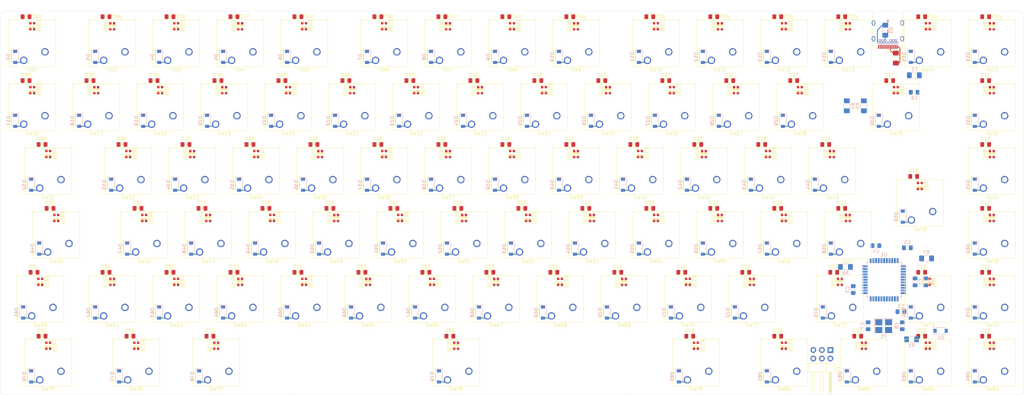
<source format=kicad_pcb>
(kicad_pcb (version 20171130) (host pcbnew 5.1.5+dfsg1-2build2)

  (general
    (thickness 1.6)
    (drawings 8)
    (tracks 181)
    (zones 0)
    (modules 354)
    (nets 216)
  )

  (page A3)
  (layers
    (0 F.Cu signal)
    (31 B.Cu signal)
    (32 B.Adhes user)
    (33 F.Adhes user)
    (34 B.Paste user)
    (35 F.Paste user)
    (36 B.SilkS user)
    (37 F.SilkS user)
    (38 B.Mask user)
    (39 F.Mask user)
    (40 Dwgs.User user)
    (41 Cmts.User user)
    (42 Eco1.User user)
    (43 Eco2.User user)
    (44 Edge.Cuts user)
    (45 Margin user)
    (46 B.CrtYd user)
    (47 F.CrtYd user)
    (48 B.Fab user)
    (49 F.Fab user)
  )

  (setup
    (last_trace_width 0.25)
    (trace_clearance 0.2)
    (zone_clearance 0.508)
    (zone_45_only no)
    (trace_min 0.2)
    (via_size 0.8)
    (via_drill 0.4)
    (via_min_size 0.6)
    (via_min_drill 0.3)
    (uvia_size 0.3)
    (uvia_drill 0.1)
    (uvias_allowed no)
    (uvia_min_size 0.2)
    (uvia_min_drill 0.1)
    (edge_width 0.05)
    (segment_width 0.2)
    (pcb_text_width 0.3)
    (pcb_text_size 1.5 1.5)
    (mod_edge_width 0.12)
    (mod_text_size 1 1)
    (mod_text_width 0.15)
    (pad_size 1.524 1.524)
    (pad_drill 0.762)
    (pad_to_mask_clearance 0.051)
    (solder_mask_min_width 0.25)
    (aux_axis_origin 0 0)
    (visible_elements FFFFF77F)
    (pcbplotparams
      (layerselection 0x010fc_ffffffff)
      (usegerberextensions false)
      (usegerberattributes false)
      (usegerberadvancedattributes false)
      (creategerberjobfile false)
      (excludeedgelayer true)
      (linewidth 0.100000)
      (plotframeref false)
      (viasonmask false)
      (mode 1)
      (useauxorigin false)
      (hpglpennumber 1)
      (hpglpenspeed 20)
      (hpglpendiameter 15.000000)
      (psnegative false)
      (psa4output false)
      (plotreference true)
      (plotvalue true)
      (plotinvisibletext false)
      (padsonsilk false)
      (subtractmaskfromsilk false)
      (outputformat 1)
      (mirror false)
      (drillshape 1)
      (scaleselection 1)
      (outputdirectory ""))
  )

  (net 0 "")
  (net 1 GND)
  (net 2 +5V)
  (net 3 "Net-(C7-Pad1)")
  (net 4 "Net-(C8-Pad2)")
  (net 5 "Net-(C9-Pad1)")
  (net 6 RST)
  (net 7 ROW0)
  (net 8 "Net-(D2-Pad2)")
  (net 9 "Net-(D3-Pad2)")
  (net 10 "Net-(D4-Pad2)")
  (net 11 "Net-(D5-Pad2)")
  (net 12 "Net-(D6-Pad2)")
  (net 13 "Net-(D7-Pad2)")
  (net 14 "Net-(D8-Pad2)")
  (net 15 "Net-(D9-Pad2)")
  (net 16 "Net-(D10-Pad2)")
  (net 17 "Net-(D11-Pad2)")
  (net 18 "Net-(D12-Pad2)")
  (net 19 "Net-(D13-Pad2)")
  (net 20 "Net-(D14-Pad2)")
  (net 21 "Net-(D15-Pad2)")
  (net 22 "Net-(D16-Pad2)")
  (net 23 ROW1)
  (net 24 "Net-(D17-Pad2)")
  (net 25 "Net-(D18-Pad2)")
  (net 26 "Net-(D19-Pad2)")
  (net 27 "Net-(D20-Pad2)")
  (net 28 "Net-(D21-Pad2)")
  (net 29 "Net-(D22-Pad2)")
  (net 30 "Net-(D23-Pad2)")
  (net 31 "Net-(D24-Pad2)")
  (net 32 "Net-(D25-Pad2)")
  (net 33 "Net-(D26-Pad2)")
  (net 34 "Net-(D27-Pad2)")
  (net 35 "Net-(D28-Pad2)")
  (net 36 "Net-(D29-Pad2)")
  (net 37 "Net-(D30-Pad2)")
  (net 38 "Net-(D31-Pad2)")
  (net 39 "Net-(D32-Pad2)")
  (net 40 ROW2)
  (net 41 "Net-(D33-Pad2)")
  (net 42 "Net-(D34-Pad2)")
  (net 43 "Net-(D35-Pad2)")
  (net 44 "Net-(D36-Pad2)")
  (net 45 "Net-(D37-Pad2)")
  (net 46 "Net-(D38-Pad2)")
  (net 47 "Net-(D39-Pad2)")
  (net 48 "Net-(D40-Pad2)")
  (net 49 "Net-(D41-Pad2)")
  (net 50 "Net-(D42-Pad2)")
  (net 51 "Net-(D43-Pad2)")
  (net 52 "Net-(D44-Pad2)")
  (net 53 "Net-(D45-Pad2)")
  (net 54 "Net-(D46-Pad2)")
  (net 55 ROW3)
  (net 56 "Net-(D47-Pad2)")
  (net 57 "Net-(D48-Pad2)")
  (net 58 "Net-(D49-Pad2)")
  (net 59 "Net-(D50-Pad2)")
  (net 60 "Net-(D51-Pad2)")
  (net 61 "Net-(D52-Pad2)")
  (net 62 "Net-(D53-Pad2)")
  (net 63 "Net-(D54-Pad2)")
  (net 64 "Net-(D55-Pad2)")
  (net 65 "Net-(D56-Pad2)")
  (net 66 "Net-(D57-Pad2)")
  (net 67 "Net-(D58-Pad2)")
  (net 68 "Net-(D59-Pad2)")
  (net 69 "Net-(D60-Pad2)")
  (net 70 ROW4)
  (net 71 "Net-(D61-Pad2)")
  (net 72 "Net-(D62-Pad2)")
  (net 73 "Net-(D63-Pad2)")
  (net 74 "Net-(D64-Pad2)")
  (net 75 "Net-(D65-Pad2)")
  (net 76 "Net-(D66-Pad2)")
  (net 77 "Net-(D67-Pad2)")
  (net 78 "Net-(D68-Pad2)")
  (net 79 "Net-(D69-Pad2)")
  (net 80 "Net-(D70-Pad2)")
  (net 81 "Net-(D71-Pad2)")
  (net 82 "Net-(D72-Pad2)")
  (net 83 "Net-(D73-Pad2)")
  (net 84 "Net-(D74-Pad2)")
  (net 85 "Net-(D75-Pad2)")
  (net 86 ROW5)
  (net 87 "Net-(D76-Pad2)")
  (net 88 "Net-(D77-Pad2)")
  (net 89 "Net-(D78-Pad2)")
  (net 90 "Net-(D79-Pad2)")
  (net 91 "Net-(D80-Pad2)")
  (net 92 "Net-(D81-Pad2)")
  (net 93 "Net-(D82-Pad2)")
  (net 94 "Net-(D83-Pad2)")
  (net 95 "Net-(D84-Pad2)")
  (net 96 "Net-(D85-Pad2)")
  (net 97 DIN)
  (net 98 "Net-(D86-Pad2)")
  (net 99 "Net-(D87-Pad2)")
  (net 100 "Net-(D88-Pad2)")
  (net 101 "Net-(D89-Pad2)")
  (net 102 "Net-(D90-Pad2)")
  (net 103 "Net-(D91-Pad2)")
  (net 104 "Net-(D92-Pad2)")
  (net 105 "Net-(D93-Pad2)")
  (net 106 "Net-(D94-Pad2)")
  (net 107 "Net-(D95-Pad2)")
  (net 108 "Net-(D96-Pad2)")
  (net 109 "Net-(D97-Pad2)")
  (net 110 "Net-(D98-Pad2)")
  (net 111 "Net-(D100-Pad4)")
  (net 112 "Net-(D100-Pad2)")
  (net 113 "Net-(D101-Pad2)")
  (net 114 "Net-(D102-Pad2)")
  (net 115 "Net-(D103-Pad2)")
  (net 116 "Net-(D104-Pad2)")
  (net 117 "Net-(D105-Pad2)")
  (net 118 "Net-(D106-Pad2)")
  (net 119 "Net-(D107-Pad2)")
  (net 120 "Net-(D108-Pad2)")
  (net 121 "Net-(D109-Pad2)")
  (net 122 "Net-(D110-Pad2)")
  (net 123 "Net-(D111-Pad2)")
  (net 124 "Net-(D112-Pad2)")
  (net 125 "Net-(D113-Pad2)")
  (net 126 "Net-(D114-Pad2)")
  (net 127 "Net-(D115-Pad2)")
  (net 128 "Net-(D116-Pad2)")
  (net 129 "Net-(D117-Pad2)")
  (net 130 "Net-(D118-Pad2)")
  (net 131 "Net-(D119-Pad2)")
  (net 132 "Net-(D120-Pad2)")
  (net 133 "Net-(D121-Pad2)")
  (net 134 "Net-(D122-Pad2)")
  (net 135 "Net-(D123-Pad2)")
  (net 136 "Net-(D124-Pad2)")
  (net 137 "Net-(D125-Pad2)")
  (net 138 "Net-(D126-Pad2)")
  (net 139 "Net-(D127-Pad2)")
  (net 140 "Net-(D128-Pad2)")
  (net 141 "Net-(D129-Pad2)")
  (net 142 "Net-(D130-Pad2)")
  (net 143 "Net-(D131-Pad2)")
  (net 144 "Net-(D132-Pad2)")
  (net 145 "Net-(D133-Pad2)")
  (net 146 "Net-(D134-Pad2)")
  (net 147 "Net-(D135-Pad2)")
  (net 148 "Net-(D136-Pad2)")
  (net 149 "Net-(D137-Pad2)")
  (net 150 "Net-(D138-Pad2)")
  (net 151 "Net-(D139-Pad2)")
  (net 152 "Net-(D140-Pad2)")
  (net 153 "Net-(D141-Pad2)")
  (net 154 "Net-(D142-Pad2)")
  (net 155 "Net-(D143-Pad2)")
  (net 156 "Net-(D144-Pad2)")
  (net 157 "Net-(D145-Pad2)")
  (net 158 "Net-(D146-Pad2)")
  (net 159 "Net-(D147-Pad2)")
  (net 160 "Net-(D148-Pad2)")
  (net 161 "Net-(D149-Pad2)")
  (net 162 "Net-(D150-Pad2)")
  (net 163 "Net-(D151-Pad2)")
  (net 164 "Net-(D152-Pad2)")
  (net 165 "Net-(D153-Pad2)")
  (net 166 "Net-(D154-Pad2)")
  (net 167 "Net-(D155-Pad2)")
  (net 168 "Net-(D156-Pad2)")
  (net 169 "Net-(D157-Pad2)")
  (net 170 "Net-(D158-Pad2)")
  (net 171 "Net-(D159-Pad2)")
  (net 172 "Net-(D160-Pad2)")
  (net 173 "Net-(D161-Pad2)")
  (net 174 "Net-(D162-Pad2)")
  (net 175 "Net-(D163-Pad2)")
  (net 176 "Net-(D164-Pad2)")
  (net 177 "Net-(D165-Pad2)")
  (net 178 "Net-(D166-Pad2)")
  (net 179 "Net-(D167-Pad2)")
  (net 180 "Net-(F1-Pad2)")
  (net 181 COL02)
  (net 182 COL00)
  (net 183 COL01)
  (net 184 "Net-(J2-PadA11)")
  (net 185 "Net-(J2-PadA10)")
  (net 186 "Net-(J2-PadA8)")
  (net 187 D-)
  (net 188 D+)
  (net 189 "Net-(J2-PadA5)")
  (net 190 "Net-(J2-PadA3)")
  (net 191 "Net-(J2-PadA2)")
  (net 192 "Net-(J2-PadB10)")
  (net 193 "Net-(J2-PadB3)")
  (net 194 "Net-(J2-PadB8)")
  (net 195 "Net-(J2-PadB5)")
  (net 196 "Net-(J2-PadB2)")
  (net 197 "Net-(J2-PadB11)")
  (net 198 "Net-(R6-Pad2)")
  (net 199 COL03)
  (net 200 COL04)
  (net 201 COL06)
  (net 202 COL07)
  (net 203 COL08)
  (net 204 COL09)
  (net 205 COL10)
  (net 206 COL11)
  (net 207 COL12)
  (net 208 COL13)
  (net 209 COL14)
  (net 210 COL15)
  (net 211 COL05)
  (net 212 "Net-(U1-Pad1)")
  (net 213 "Net-(U1-Pad8)")
  (net 214 "Net-(U1-Pad42)")
  (net 215 "Net-(R7-Pad2)")

  (net_class Default "Dies ist die voreingestellte Netzklasse."
    (clearance 0.2)
    (trace_width 0.25)
    (via_dia 0.8)
    (via_drill 0.4)
    (uvia_dia 0.3)
    (uvia_drill 0.1)
    (add_net +5V)
    (add_net COL00)
    (add_net COL01)
    (add_net COL02)
    (add_net COL03)
    (add_net COL04)
    (add_net COL05)
    (add_net COL06)
    (add_net COL07)
    (add_net COL08)
    (add_net COL09)
    (add_net COL10)
    (add_net COL11)
    (add_net COL12)
    (add_net COL13)
    (add_net COL14)
    (add_net COL15)
    (add_net D+)
    (add_net D-)
    (add_net DIN)
    (add_net GND)
    (add_net "Net-(C7-Pad1)")
    (add_net "Net-(C8-Pad2)")
    (add_net "Net-(C9-Pad1)")
    (add_net "Net-(D10-Pad2)")
    (add_net "Net-(D100-Pad2)")
    (add_net "Net-(D100-Pad4)")
    (add_net "Net-(D101-Pad2)")
    (add_net "Net-(D102-Pad2)")
    (add_net "Net-(D103-Pad2)")
    (add_net "Net-(D104-Pad2)")
    (add_net "Net-(D105-Pad2)")
    (add_net "Net-(D106-Pad2)")
    (add_net "Net-(D107-Pad2)")
    (add_net "Net-(D108-Pad2)")
    (add_net "Net-(D109-Pad2)")
    (add_net "Net-(D11-Pad2)")
    (add_net "Net-(D110-Pad2)")
    (add_net "Net-(D111-Pad2)")
    (add_net "Net-(D112-Pad2)")
    (add_net "Net-(D113-Pad2)")
    (add_net "Net-(D114-Pad2)")
    (add_net "Net-(D115-Pad2)")
    (add_net "Net-(D116-Pad2)")
    (add_net "Net-(D117-Pad2)")
    (add_net "Net-(D118-Pad2)")
    (add_net "Net-(D119-Pad2)")
    (add_net "Net-(D12-Pad2)")
    (add_net "Net-(D120-Pad2)")
    (add_net "Net-(D121-Pad2)")
    (add_net "Net-(D122-Pad2)")
    (add_net "Net-(D123-Pad2)")
    (add_net "Net-(D124-Pad2)")
    (add_net "Net-(D125-Pad2)")
    (add_net "Net-(D126-Pad2)")
    (add_net "Net-(D127-Pad2)")
    (add_net "Net-(D128-Pad2)")
    (add_net "Net-(D129-Pad2)")
    (add_net "Net-(D13-Pad2)")
    (add_net "Net-(D130-Pad2)")
    (add_net "Net-(D131-Pad2)")
    (add_net "Net-(D132-Pad2)")
    (add_net "Net-(D133-Pad2)")
    (add_net "Net-(D134-Pad2)")
    (add_net "Net-(D135-Pad2)")
    (add_net "Net-(D136-Pad2)")
    (add_net "Net-(D137-Pad2)")
    (add_net "Net-(D138-Pad2)")
    (add_net "Net-(D139-Pad2)")
    (add_net "Net-(D14-Pad2)")
    (add_net "Net-(D140-Pad2)")
    (add_net "Net-(D141-Pad2)")
    (add_net "Net-(D142-Pad2)")
    (add_net "Net-(D143-Pad2)")
    (add_net "Net-(D144-Pad2)")
    (add_net "Net-(D145-Pad2)")
    (add_net "Net-(D146-Pad2)")
    (add_net "Net-(D147-Pad2)")
    (add_net "Net-(D148-Pad2)")
    (add_net "Net-(D149-Pad2)")
    (add_net "Net-(D15-Pad2)")
    (add_net "Net-(D150-Pad2)")
    (add_net "Net-(D151-Pad2)")
    (add_net "Net-(D152-Pad2)")
    (add_net "Net-(D153-Pad2)")
    (add_net "Net-(D154-Pad2)")
    (add_net "Net-(D155-Pad2)")
    (add_net "Net-(D156-Pad2)")
    (add_net "Net-(D157-Pad2)")
    (add_net "Net-(D158-Pad2)")
    (add_net "Net-(D159-Pad2)")
    (add_net "Net-(D16-Pad2)")
    (add_net "Net-(D160-Pad2)")
    (add_net "Net-(D161-Pad2)")
    (add_net "Net-(D162-Pad2)")
    (add_net "Net-(D163-Pad2)")
    (add_net "Net-(D164-Pad2)")
    (add_net "Net-(D165-Pad2)")
    (add_net "Net-(D166-Pad2)")
    (add_net "Net-(D167-Pad2)")
    (add_net "Net-(D17-Pad2)")
    (add_net "Net-(D18-Pad2)")
    (add_net "Net-(D19-Pad2)")
    (add_net "Net-(D2-Pad2)")
    (add_net "Net-(D20-Pad2)")
    (add_net "Net-(D21-Pad2)")
    (add_net "Net-(D22-Pad2)")
    (add_net "Net-(D23-Pad2)")
    (add_net "Net-(D24-Pad2)")
    (add_net "Net-(D25-Pad2)")
    (add_net "Net-(D26-Pad2)")
    (add_net "Net-(D27-Pad2)")
    (add_net "Net-(D28-Pad2)")
    (add_net "Net-(D29-Pad2)")
    (add_net "Net-(D3-Pad2)")
    (add_net "Net-(D30-Pad2)")
    (add_net "Net-(D31-Pad2)")
    (add_net "Net-(D32-Pad2)")
    (add_net "Net-(D33-Pad2)")
    (add_net "Net-(D34-Pad2)")
    (add_net "Net-(D35-Pad2)")
    (add_net "Net-(D36-Pad2)")
    (add_net "Net-(D37-Pad2)")
    (add_net "Net-(D38-Pad2)")
    (add_net "Net-(D39-Pad2)")
    (add_net "Net-(D4-Pad2)")
    (add_net "Net-(D40-Pad2)")
    (add_net "Net-(D41-Pad2)")
    (add_net "Net-(D42-Pad2)")
    (add_net "Net-(D43-Pad2)")
    (add_net "Net-(D44-Pad2)")
    (add_net "Net-(D45-Pad2)")
    (add_net "Net-(D46-Pad2)")
    (add_net "Net-(D47-Pad2)")
    (add_net "Net-(D48-Pad2)")
    (add_net "Net-(D49-Pad2)")
    (add_net "Net-(D5-Pad2)")
    (add_net "Net-(D50-Pad2)")
    (add_net "Net-(D51-Pad2)")
    (add_net "Net-(D52-Pad2)")
    (add_net "Net-(D53-Pad2)")
    (add_net "Net-(D54-Pad2)")
    (add_net "Net-(D55-Pad2)")
    (add_net "Net-(D56-Pad2)")
    (add_net "Net-(D57-Pad2)")
    (add_net "Net-(D58-Pad2)")
    (add_net "Net-(D59-Pad2)")
    (add_net "Net-(D6-Pad2)")
    (add_net "Net-(D60-Pad2)")
    (add_net "Net-(D61-Pad2)")
    (add_net "Net-(D62-Pad2)")
    (add_net "Net-(D63-Pad2)")
    (add_net "Net-(D64-Pad2)")
    (add_net "Net-(D65-Pad2)")
    (add_net "Net-(D66-Pad2)")
    (add_net "Net-(D67-Pad2)")
    (add_net "Net-(D68-Pad2)")
    (add_net "Net-(D69-Pad2)")
    (add_net "Net-(D7-Pad2)")
    (add_net "Net-(D70-Pad2)")
    (add_net "Net-(D71-Pad2)")
    (add_net "Net-(D72-Pad2)")
    (add_net "Net-(D73-Pad2)")
    (add_net "Net-(D74-Pad2)")
    (add_net "Net-(D75-Pad2)")
    (add_net "Net-(D76-Pad2)")
    (add_net "Net-(D77-Pad2)")
    (add_net "Net-(D78-Pad2)")
    (add_net "Net-(D79-Pad2)")
    (add_net "Net-(D8-Pad2)")
    (add_net "Net-(D80-Pad2)")
    (add_net "Net-(D81-Pad2)")
    (add_net "Net-(D82-Pad2)")
    (add_net "Net-(D83-Pad2)")
    (add_net "Net-(D84-Pad2)")
    (add_net "Net-(D85-Pad2)")
    (add_net "Net-(D86-Pad2)")
    (add_net "Net-(D87-Pad2)")
    (add_net "Net-(D88-Pad2)")
    (add_net "Net-(D89-Pad2)")
    (add_net "Net-(D9-Pad2)")
    (add_net "Net-(D90-Pad2)")
    (add_net "Net-(D91-Pad2)")
    (add_net "Net-(D92-Pad2)")
    (add_net "Net-(D93-Pad2)")
    (add_net "Net-(D94-Pad2)")
    (add_net "Net-(D95-Pad2)")
    (add_net "Net-(D96-Pad2)")
    (add_net "Net-(D97-Pad2)")
    (add_net "Net-(D98-Pad2)")
    (add_net "Net-(F1-Pad2)")
    (add_net "Net-(J2-PadA10)")
    (add_net "Net-(J2-PadA11)")
    (add_net "Net-(J2-PadA2)")
    (add_net "Net-(J2-PadA3)")
    (add_net "Net-(J2-PadA5)")
    (add_net "Net-(J2-PadA8)")
    (add_net "Net-(J2-PadB10)")
    (add_net "Net-(J2-PadB11)")
    (add_net "Net-(J2-PadB2)")
    (add_net "Net-(J2-PadB3)")
    (add_net "Net-(J2-PadB5)")
    (add_net "Net-(J2-PadB8)")
    (add_net "Net-(R6-Pad2)")
    (add_net "Net-(R7-Pad2)")
    (add_net "Net-(U1-Pad1)")
    (add_net "Net-(U1-Pad42)")
    (add_net "Net-(U1-Pad8)")
    (add_net ROW0)
    (add_net ROW1)
    (add_net ROW2)
    (add_net ROW3)
    (add_net ROW4)
    (add_net ROW5)
    (add_net RST)
  )

  (module kezboard-pcb:USB_C_Receptacle_Stewart_SS-52400-003 (layer F.Cu) (tedit 5F26DA6C) (tstamp 5F15FEC3)
    (at 302.41875 38.1 180)
    (descr https://belfuse.com/resources/drawings/stewartconnector/dr-stw-ss-52400-003.pdf)
    (path /5EFFEB48)
    (fp_text reference J2 (at 0 -11.9) (layer F.SilkS)
      (effects (font (size 1 1) (thickness 0.15)))
    )
    (fp_text value USB_C_Receptacle (at 0 2.54) (layer F.Fab)
      (effects (font (size 1 1) (thickness 0.15)))
    )
    (fp_line (start -4.49 -2.55) (end -4.49 -0.21) (layer F.SilkS) (width 0.12))
    (fp_line (start 4.49 -0.21) (end 4.49 -2.55) (layer F.SilkS) (width 0.12))
    (fp_line (start 4.49 -9) (end 4.49 -11) (layer F.SilkS) (width 0.12))
    (fp_text user %R (at 0 -4.52) (layer F.Fab)
      (effects (font (size 1 1) (thickness 0.15)))
    )
    (fp_line (start -5.08 -11.43) (end 5.08 -11.43) (layer F.CrtYd) (width 0.05))
    (fp_line (start -5.08 1.27) (end 5.08 1.27) (layer F.CrtYd) (width 0.05))
    (fp_line (start -2 0) (end 2 0) (layer Dwgs.User) (width 0.1))
    (fp_line (start 4.37 0.95) (end 4.37 -10.88) (layer F.Fab) (width 0.1))
    (fp_line (start 4.37 -10.88) (end -4.37 -10.88) (layer F.Fab) (width 0.1))
    (fp_line (start -4.37 -10.88) (end -4.37 0.95) (layer F.Fab) (width 0.1))
    (fp_text user "PCB Edge" (at 0 -0.5) (layer Dwgs.User)
      (effects (font (size 0.5 0.5) (thickness 0.1)))
    )
    (fp_line (start -4.37 0.95) (end 4.37 0.95) (layer F.Fab) (width 0.1))
    (fp_line (start 5.08 1.27) (end 5.08 -11.43) (layer F.CrtYd) (width 0.05))
    (fp_line (start -5.08 -11.43) (end -5.08 1.27) (layer F.CrtYd) (width 0.05))
    (fp_line (start -3 -11) (end -4.49 -11) (layer F.SilkS) (width 0.12))
    (fp_line (start -4.49 -11) (end -4.49 -9) (layer F.SilkS) (width 0.12))
    (fp_line (start 4.49 -11) (end 3 -11) (layer F.SilkS) (width 0.12))
    (fp_line (start -4.49 -7.35) (end -4.49 -4.35) (layer F.SilkS) (width 0.12))
    (fp_line (start 4.49 -4.35) (end 4.49 -7.35) (layer F.SilkS) (width 0.12))
    (pad B11 thru_hole circle (at -2.4 -8.62 180) (size 0.65 0.65) (drill 0.4) (layers *.Cu *.Mask)
      (net 197 "Net-(J2-PadB11)"))
    (pad B2 thru_hole circle (at 2.4 -8.62 180) (size 0.65 0.65) (drill 0.4) (layers *.Cu *.Mask)
      (net 196 "Net-(J2-PadB2)"))
    (pad B12 thru_hole circle (at -2.8 -9.33 180) (size 0.65 0.65) (drill 0.4) (layers *.Cu *.Mask)
      (net 1 GND))
    (pad B5 thru_hole circle (at 0.8 -8.62 180) (size 0.65 0.65) (drill 0.4) (layers *.Cu *.Mask)
      (net 195 "Net-(J2-PadB5)"))
    (pad B8 thru_hole circle (at -0.8 -8.62 180) (size 0.65 0.65) (drill 0.4) (layers *.Cu *.Mask)
      (net 194 "Net-(J2-PadB8)"))
    (pad B3 thru_hole circle (at 1.6 -8.62 180) (size 0.65 0.65) (drill 0.4) (layers *.Cu *.Mask)
      (net 193 "Net-(J2-PadB3)"))
    (pad B10 thru_hole circle (at -1.6 -8.62 180) (size 0.65 0.65) (drill 0.4) (layers *.Cu *.Mask)
      (net 192 "Net-(J2-PadB10)"))
    (pad B1 thru_hole circle (at 2.8 -9.33 180) (size 0.65 0.65) (drill 0.4) (layers *.Cu *.Mask)
      (net 1 GND))
    (pad S1 thru_hole circle (at -2 -9.33 180) (size 0.65 0.65) (drill 0.4) (layers *.Cu *.Mask)
      (net 1 GND))
    (pad S1 thru_hole circle (at 2 -9.33 180) (size 0.65 0.65) (drill 0.4) (layers *.Cu *.Mask)
      (net 1 GND))
    (pad B9 thru_hole circle (at -1.2 -9.33 180) (size 0.65 0.65) (drill 0.4) (layers *.Cu *.Mask)
      (net 180 "Net-(F1-Pad2)"))
    (pad B4 thru_hole circle (at 1.2 -9.33 180) (size 0.65 0.65) (drill 0.4) (layers *.Cu *.Mask)
      (net 180 "Net-(F1-Pad2)"))
    (pad B7 thru_hole circle (at -0.4 -9.33 180) (size 0.65 0.65) (drill 0.4) (layers *.Cu *.Mask)
      (net 187 D-))
    (pad B6 thru_hole circle (at 0.4 -9.33 180) (size 0.65 0.65) (drill 0.4) (layers *.Cu *.Mask)
      (net 188 D+))
    (pad S1 smd rect (at 0 -6 180) (size 0.2 1) (layers F.Cu F.Paste F.Mask)
      (net 1 GND))
    (pad S1 smd rect (at 0 -2.9 180) (size 0.2 1) (layers F.Cu F.Paste F.Mask)
      (net 1 GND))
    (pad S1 thru_hole oval (at 4.27 -8.18 180) (size 1 1.6) (drill oval 0.6 1.2) (layers *.Cu *.Mask)
      (net 1 GND))
    (pad S1 thru_hole oval (at -4.27 -8.18 180) (size 1 1.6) (drill oval 0.6 1.2) (layers *.Cu *.Mask)
      (net 1 GND))
    (pad S1 thru_hole oval (at -4.27 -3.45 180) (size 1 1.6) (drill oval 0.6 1.2) (layers *.Cu *.Mask)
      (net 1 GND))
    (pad S1 thru_hole oval (at 4.27 -3.45 180) (size 1 1.6) (drill oval 0.6 1.2) (layers *.Cu *.Mask)
      (net 1 GND))
    (pad A1 smd rect (at -2.75 -10.58 180) (size 0.3 1.2) (layers F.Cu F.Paste F.Mask)
      (net 1 GND))
    (pad A2 smd rect (at -2.25 -10.58 180) (size 0.3 1.2) (layers F.Cu F.Paste F.Mask)
      (net 191 "Net-(J2-PadA2)"))
    (pad A3 smd rect (at -1.75 -10.58 180) (size 0.3 1.2) (layers F.Cu F.Paste F.Mask)
      (net 190 "Net-(J2-PadA3)"))
    (pad A4 smd rect (at -1.25 -10.58 180) (size 0.3 1.2) (layers F.Cu F.Paste F.Mask)
      (net 180 "Net-(F1-Pad2)"))
    (pad A5 smd rect (at -0.75 -10.58 180) (size 0.3 1.2) (layers F.Cu F.Paste F.Mask)
      (net 189 "Net-(J2-PadA5)"))
    (pad A6 smd rect (at -0.25 -10.58 180) (size 0.3 1.2) (layers F.Cu F.Paste F.Mask)
      (net 188 D+))
    (pad A7 smd rect (at 0.25 -10.58 180) (size 0.3 1.2) (layers F.Cu F.Paste F.Mask)
      (net 187 D-))
    (pad A8 smd rect (at 0.75 -10.58 180) (size 0.3 1.2) (layers F.Cu F.Paste F.Mask)
      (net 186 "Net-(J2-PadA8)"))
    (pad A9 smd rect (at 1.25 -10.58 180) (size 0.3 1.2) (layers F.Cu F.Paste F.Mask)
      (net 180 "Net-(F1-Pad2)"))
    (pad A10 smd rect (at 1.75 -10.58 180) (size 0.3 1.2) (layers F.Cu F.Paste F.Mask)
      (net 185 "Net-(J2-PadA10)"))
    (pad A11 smd rect (at 2.25 -10.58 180) (size 0.3 1.2) (layers F.Cu F.Paste F.Mask)
      (net 184 "Net-(J2-PadA11)"))
    (pad A12 smd rect (at 2.75 -10.58 180) (size 0.3 1.2) (layers F.Cu F.Paste F.Mask)
      (net 1 GND))
  )

  (module Resistor_SMD:R_1206_3216Metric_Pad1.42x1.75mm_HandSolder (layer B.Cu) (tedit 5B301BBD) (tstamp 5F26397F)
    (at 313.944 111.76 180)
    (descr "Resistor SMD 1206 (3216 Metric), square (rectangular) end terminal, IPC_7351 nominal with elongated pad for handsoldering. (Body size source: http://www.tortai-tech.com/upload/download/2011102023233369053.pdf), generated with kicad-footprint-generator")
    (tags "resistor handsolder")
    (path /5F259898)
    (attr smd)
    (fp_text reference R7 (at 0 1.82) (layer B.SilkS)
      (effects (font (size 1 1) (thickness 0.15)) (justify mirror))
    )
    (fp_text value 470 (at 0 -1.82) (layer B.Fab)
      (effects (font (size 1 1) (thickness 0.15)) (justify mirror))
    )
    (fp_text user %R (at 0 0) (layer B.Fab)
      (effects (font (size 0.8 0.8) (thickness 0.12)) (justify mirror))
    )
    (fp_line (start 2.45 -1.12) (end -2.45 -1.12) (layer B.CrtYd) (width 0.05))
    (fp_line (start 2.45 1.12) (end 2.45 -1.12) (layer B.CrtYd) (width 0.05))
    (fp_line (start -2.45 1.12) (end 2.45 1.12) (layer B.CrtYd) (width 0.05))
    (fp_line (start -2.45 -1.12) (end -2.45 1.12) (layer B.CrtYd) (width 0.05))
    (fp_line (start -0.602064 -0.91) (end 0.602064 -0.91) (layer B.SilkS) (width 0.12))
    (fp_line (start -0.602064 0.91) (end 0.602064 0.91) (layer B.SilkS) (width 0.12))
    (fp_line (start 1.6 -0.8) (end -1.6 -0.8) (layer B.Fab) (width 0.1))
    (fp_line (start 1.6 0.8) (end 1.6 -0.8) (layer B.Fab) (width 0.1))
    (fp_line (start -1.6 0.8) (end 1.6 0.8) (layer B.Fab) (width 0.1))
    (fp_line (start -1.6 -0.8) (end -1.6 0.8) (layer B.Fab) (width 0.1))
    (pad 2 smd roundrect (at 1.4875 0 180) (size 1.425 1.75) (layers B.Cu B.Paste B.Mask) (roundrect_rratio 0.175439)
      (net 215 "Net-(R7-Pad2)"))
    (pad 1 smd roundrect (at -1.4875 0 180) (size 1.425 1.75) (layers B.Cu B.Paste B.Mask) (roundrect_rratio 0.175439)
      (net 97 DIN))
    (model ${KISYS3DMOD}/Resistor_SMD.3dshapes/R_1206_3216Metric.wrl
      (at (xyz 0 0 0))
      (scale (xyz 1 1 1))
      (rotate (xyz 0 0 0))
    )
  )

  (module kezboard-pcb:LED_WS2812_2020 (layer F.Cu) (tedit 5F1C4B34) (tstamp 5F1B709E)
    (at 333.375 137.795 90)
    (descr https://www.peace-corp.co.jp/data/WS2812-2020_V1.0_EN.pdf)
    (path /5F949B9C/5F9E7A8D)
    (fp_text reference D85 (at 0 -2 90) (layer F.SilkS)
      (effects (font (size 1 1) (thickness 0.15)))
    )
    (fp_text value WS2812B (at 0 2 90) (layer F.Fab)
      (effects (font (size 1 1) (thickness 0.15)))
    )
    (fp_line (start -1.1 -1) (end 1.1 -1) (layer F.Fab) (width 0.1))
    (fp_line (start 1.1 -1) (end 1.1 1) (layer F.Fab) (width 0.1))
    (fp_line (start 1.1 1) (end -1.1 1) (layer F.Fab) (width 0.1))
    (fp_line (start -1.1 1) (end -1.1 -1) (layer F.Fab) (width 0.1))
    (fp_text user %R (at 0 0 90) (layer F.Fab)
      (effects (font (size 0.5 0.5) (thickness 0.1)))
    )
    (fp_line (start -1.1 -1.11) (end 1.1 -1.11) (layer F.SilkS) (width 0.12))
    (fp_line (start 1.1 1.11) (end -1.1 1.11) (layer F.SilkS) (width 0.12))
    (fp_poly (pts (xy 0.45 0.9) (xy 0.05 0.9) (xy 0.05 -0.9) (xy 0.45 -0.9)) (layer F.SilkS) (width 0.1))
    (pad 2 smd rect (at 0.9015 0.55 90) (size 0.7 0.7) (layers F.Cu F.Paste F.Mask)
      (net 96 "Net-(D85-Pad2)"))
    (pad 3 smd rect (at 0.9015 -0.55 90) (size 0.7 0.7) (layers F.Cu F.Paste F.Mask)
      (net 1 GND))
    (pad 4 smd rect (at -0.9015 -0.55 90) (size 0.7 0.7) (layers F.Cu F.Paste F.Mask)
      (net 97 DIN))
    (pad 1 smd rect (at -0.9015 0.55 90) (size 0.7 0.7) (layers F.Cu F.Paste F.Mask)
      (net 2 +5V))
  )

  (module kezboard-pcb:LED_WS2812_2020 (layer F.Cu) (tedit 5F1C4B34) (tstamp 5F15F975)
    (at 333.375 118.745 90)
    (descr https://www.peace-corp.co.jp/data/WS2812-2020_V1.0_EN.pdf)
    (path /5F949B9C/5FD3F1F5)
    (fp_text reference D86 (at 0 -2 90) (layer F.SilkS)
      (effects (font (size 1 1) (thickness 0.15)))
    )
    (fp_text value WS2812B (at 0 2 90) (layer F.Fab)
      (effects (font (size 1 1) (thickness 0.15)))
    )
    (fp_poly (pts (xy 0.45 0.9) (xy 0.05 0.9) (xy 0.05 -0.9) (xy 0.45 -0.9)) (layer F.SilkS) (width 0.1))
    (fp_line (start 1.1 1.11) (end -1.1 1.11) (layer F.SilkS) (width 0.12))
    (fp_line (start -1.1 -1.11) (end 1.1 -1.11) (layer F.SilkS) (width 0.12))
    (fp_text user %R (at 0 0 90) (layer F.Fab)
      (effects (font (size 0.5 0.5) (thickness 0.1)))
    )
    (fp_line (start -1.1 1) (end -1.1 -1) (layer F.Fab) (width 0.1))
    (fp_line (start 1.1 1) (end -1.1 1) (layer F.Fab) (width 0.1))
    (fp_line (start 1.1 -1) (end 1.1 1) (layer F.Fab) (width 0.1))
    (fp_line (start -1.1 -1) (end 1.1 -1) (layer F.Fab) (width 0.1))
    (pad 1 smd rect (at -0.9015 0.55 90) (size 0.7 0.7) (layers F.Cu F.Paste F.Mask)
      (net 2 +5V))
    (pad 4 smd rect (at -0.9015 -0.55 90) (size 0.7 0.7) (layers F.Cu F.Paste F.Mask)
      (net 96 "Net-(D85-Pad2)"))
    (pad 3 smd rect (at 0.9015 -0.55 90) (size 0.7 0.7) (layers F.Cu F.Paste F.Mask)
      (net 1 GND))
    (pad 2 smd rect (at 0.9015 0.55 90) (size 0.7 0.7) (layers F.Cu F.Paste F.Mask)
      (net 98 "Net-(D86-Pad2)"))
  )

  (module kezboard-pcb:LED_WS2812_2020 (layer F.Cu) (tedit 5F1C4B34) (tstamp 5F1B738A)
    (at 333.375 99.695 90)
    (descr https://www.peace-corp.co.jp/data/WS2812-2020_V1.0_EN.pdf)
    (path /5F949B9C/5FD40FA8)
    (fp_text reference D87 (at 0 -2 90) (layer F.SilkS)
      (effects (font (size 1 1) (thickness 0.15)))
    )
    (fp_text value WS2812B (at 0 2 90) (layer F.Fab)
      (effects (font (size 1 1) (thickness 0.15)))
    )
    (fp_poly (pts (xy 0.45 0.9) (xy 0.05 0.9) (xy 0.05 -0.9) (xy 0.45 -0.9)) (layer F.SilkS) (width 0.1))
    (fp_line (start 1.1 1.11) (end -1.1 1.11) (layer F.SilkS) (width 0.12))
    (fp_line (start -1.1 -1.11) (end 1.1 -1.11) (layer F.SilkS) (width 0.12))
    (fp_text user %R (at 0 0 90) (layer F.Fab)
      (effects (font (size 0.5 0.5) (thickness 0.1)))
    )
    (fp_line (start -1.1 1) (end -1.1 -1) (layer F.Fab) (width 0.1))
    (fp_line (start 1.1 1) (end -1.1 1) (layer F.Fab) (width 0.1))
    (fp_line (start 1.1 -1) (end 1.1 1) (layer F.Fab) (width 0.1))
    (fp_line (start -1.1 -1) (end 1.1 -1) (layer F.Fab) (width 0.1))
    (pad 1 smd rect (at -0.9015 0.55 90) (size 0.7 0.7) (layers F.Cu F.Paste F.Mask)
      (net 2 +5V))
    (pad 4 smd rect (at -0.9015 -0.55 90) (size 0.7 0.7) (layers F.Cu F.Paste F.Mask)
      (net 98 "Net-(D86-Pad2)"))
    (pad 3 smd rect (at 0.9015 -0.55 90) (size 0.7 0.7) (layers F.Cu F.Paste F.Mask)
      (net 1 GND))
    (pad 2 smd rect (at 0.9015 0.55 90) (size 0.7 0.7) (layers F.Cu F.Paste F.Mask)
      (net 99 "Net-(D87-Pad2)"))
  )

  (module kezboard-pcb:LED_WS2812_2020 (layer F.Cu) (tedit 5F1C4B34) (tstamp 5F25A25B)
    (at 333.375 80.645 90)
    (descr https://www.peace-corp.co.jp/data/WS2812-2020_V1.0_EN.pdf)
    (path /5F949B9C/5FD423CF)
    (fp_text reference D88 (at 0 -2 90) (layer F.SilkS)
      (effects (font (size 1 1) (thickness 0.15)))
    )
    (fp_text value WS2812B (at 0 2 90) (layer F.Fab)
      (effects (font (size 1 1) (thickness 0.15)))
    )
    (fp_poly (pts (xy 0.45 0.9) (xy 0.05 0.9) (xy 0.05 -0.9) (xy 0.45 -0.9)) (layer F.SilkS) (width 0.1))
    (fp_line (start 1.1 1.11) (end -1.1 1.11) (layer F.SilkS) (width 0.12))
    (fp_line (start -1.1 -1.11) (end 1.1 -1.11) (layer F.SilkS) (width 0.12))
    (fp_text user %R (at 0 0 90) (layer F.Fab)
      (effects (font (size 0.5 0.5) (thickness 0.1)))
    )
    (fp_line (start -1.1 1) (end -1.1 -1) (layer F.Fab) (width 0.1))
    (fp_line (start 1.1 1) (end -1.1 1) (layer F.Fab) (width 0.1))
    (fp_line (start 1.1 -1) (end 1.1 1) (layer F.Fab) (width 0.1))
    (fp_line (start -1.1 -1) (end 1.1 -1) (layer F.Fab) (width 0.1))
    (pad 1 smd rect (at -0.9015 0.55 90) (size 0.7 0.7) (layers F.Cu F.Paste F.Mask)
      (net 2 +5V))
    (pad 4 smd rect (at -0.9015 -0.55 90) (size 0.7 0.7) (layers F.Cu F.Paste F.Mask)
      (net 99 "Net-(D87-Pad2)"))
    (pad 3 smd rect (at 0.9015 -0.55 90) (size 0.7 0.7) (layers F.Cu F.Paste F.Mask)
      (net 1 GND))
    (pad 2 smd rect (at 0.9015 0.55 90) (size 0.7 0.7) (layers F.Cu F.Paste F.Mask)
      (net 100 "Net-(D88-Pad2)"))
  )

  (module kezboard-pcb:LED_WS2812_2020 (layer F.Cu) (tedit 5F1C4B34) (tstamp 5F15F9A2)
    (at 333.375 61.595 90)
    (descr https://www.peace-corp.co.jp/data/WS2812-2020_V1.0_EN.pdf)
    (path /5F949B9C/5FD43994)
    (fp_text reference D89 (at 0 -2 90) (layer F.SilkS)
      (effects (font (size 1 1) (thickness 0.15)))
    )
    (fp_text value WS2812B (at 0 2 90) (layer F.Fab)
      (effects (font (size 1 1) (thickness 0.15)))
    )
    (fp_line (start -1.1 -1) (end 1.1 -1) (layer F.Fab) (width 0.1))
    (fp_line (start 1.1 -1) (end 1.1 1) (layer F.Fab) (width 0.1))
    (fp_line (start 1.1 1) (end -1.1 1) (layer F.Fab) (width 0.1))
    (fp_line (start -1.1 1) (end -1.1 -1) (layer F.Fab) (width 0.1))
    (fp_text user %R (at 0 0 90) (layer F.Fab)
      (effects (font (size 0.5 0.5) (thickness 0.1)))
    )
    (fp_line (start -1.1 -1.11) (end 1.1 -1.11) (layer F.SilkS) (width 0.12))
    (fp_line (start 1.1 1.11) (end -1.1 1.11) (layer F.SilkS) (width 0.12))
    (fp_poly (pts (xy 0.45 0.9) (xy 0.05 0.9) (xy 0.05 -0.9) (xy 0.45 -0.9)) (layer F.SilkS) (width 0.1))
    (pad 2 smd rect (at 0.9015 0.55 90) (size 0.7 0.7) (layers F.Cu F.Paste F.Mask)
      (net 101 "Net-(D89-Pad2)"))
    (pad 3 smd rect (at 0.9015 -0.55 90) (size 0.7 0.7) (layers F.Cu F.Paste F.Mask)
      (net 1 GND))
    (pad 4 smd rect (at -0.9015 -0.55 90) (size 0.7 0.7) (layers F.Cu F.Paste F.Mask)
      (net 100 "Net-(D88-Pad2)"))
    (pad 1 smd rect (at -0.9015 0.55 90) (size 0.7 0.7) (layers F.Cu F.Paste F.Mask)
      (net 2 +5V))
  )

  (module kezboard-pcb:LED_WS2812_2020 (layer F.Cu) (tedit 5F1C4B34) (tstamp 5F15F9B1)
    (at 333.375 42.545 90)
    (descr https://www.peace-corp.co.jp/data/WS2812-2020_V1.0_EN.pdf)
    (path /5F949B9C/5F62CAD6)
    (fp_text reference D90 (at 0 -2 90) (layer F.SilkS)
      (effects (font (size 1 1) (thickness 0.15)))
    )
    (fp_text value WS2812B (at 0 2 90) (layer F.Fab)
      (effects (font (size 1 1) (thickness 0.15)))
    )
    (fp_poly (pts (xy 0.45 0.9) (xy 0.05 0.9) (xy 0.05 -0.9) (xy 0.45 -0.9)) (layer F.SilkS) (width 0.1))
    (fp_line (start 1.1 1.11) (end -1.1 1.11) (layer F.SilkS) (width 0.12))
    (fp_line (start -1.1 -1.11) (end 1.1 -1.11) (layer F.SilkS) (width 0.12))
    (fp_text user %R (at 0 0 90) (layer F.Fab)
      (effects (font (size 0.5 0.5) (thickness 0.1)))
    )
    (fp_line (start -1.1 1) (end -1.1 -1) (layer F.Fab) (width 0.1))
    (fp_line (start 1.1 1) (end -1.1 1) (layer F.Fab) (width 0.1))
    (fp_line (start 1.1 -1) (end 1.1 1) (layer F.Fab) (width 0.1))
    (fp_line (start -1.1 -1) (end 1.1 -1) (layer F.Fab) (width 0.1))
    (pad 1 smd rect (at -0.9015 0.55 90) (size 0.7 0.7) (layers F.Cu F.Paste F.Mask)
      (net 2 +5V))
    (pad 4 smd rect (at -0.9015 -0.55 90) (size 0.7 0.7) (layers F.Cu F.Paste F.Mask)
      (net 101 "Net-(D89-Pad2)"))
    (pad 3 smd rect (at 0.9015 -0.55 90) (size 0.7 0.7) (layers F.Cu F.Paste F.Mask)
      (net 1 GND))
    (pad 2 smd rect (at 0.9015 0.55 90) (size 0.7 0.7) (layers F.Cu F.Paste F.Mask)
      (net 102 "Net-(D90-Pad2)"))
  )

  (module kezboard-pcb:LED_WS2812_2020 (layer F.Cu) (tedit 5F1C4B34) (tstamp 5F15F9C0)
    (at 314.325 42.545 270)
    (descr https://www.peace-corp.co.jp/data/WS2812-2020_V1.0_EN.pdf)
    (path /5F949B9C/5F62CAF9)
    (fp_text reference D91 (at 0 -2 90) (layer F.SilkS)
      (effects (font (size 1 1) (thickness 0.15)))
    )
    (fp_text value WS2812B (at 0 2 90) (layer F.Fab)
      (effects (font (size 1 1) (thickness 0.15)))
    )
    (fp_line (start -1.1 -1) (end 1.1 -1) (layer F.Fab) (width 0.1))
    (fp_line (start 1.1 -1) (end 1.1 1) (layer F.Fab) (width 0.1))
    (fp_line (start 1.1 1) (end -1.1 1) (layer F.Fab) (width 0.1))
    (fp_line (start -1.1 1) (end -1.1 -1) (layer F.Fab) (width 0.1))
    (fp_text user %R (at 0 0 90) (layer F.Fab)
      (effects (font (size 0.5 0.5) (thickness 0.1)))
    )
    (fp_line (start -1.1 -1.11) (end 1.1 -1.11) (layer F.SilkS) (width 0.12))
    (fp_line (start 1.1 1.11) (end -1.1 1.11) (layer F.SilkS) (width 0.12))
    (fp_poly (pts (xy 0.45 0.9) (xy 0.05 0.9) (xy 0.05 -0.9) (xy 0.45 -0.9)) (layer F.SilkS) (width 0.1))
    (pad 2 smd rect (at 0.9015 0.55 270) (size 0.7 0.7) (layers F.Cu F.Paste F.Mask)
      (net 103 "Net-(D91-Pad2)"))
    (pad 3 smd rect (at 0.9015 -0.55 270) (size 0.7 0.7) (layers F.Cu F.Paste F.Mask)
      (net 1 GND))
    (pad 4 smd rect (at -0.9015 -0.55 270) (size 0.7 0.7) (layers F.Cu F.Paste F.Mask)
      (net 102 "Net-(D90-Pad2)"))
    (pad 1 smd rect (at -0.9015 0.55 270) (size 0.7 0.7) (layers F.Cu F.Paste F.Mask)
      (net 2 +5V))
  )

  (module kezboard-pcb:LED_WS2812_2020 (layer F.Cu) (tedit 5F1C4B34) (tstamp 5F15F9CF)
    (at 304.8 61.595 270)
    (descr https://www.peace-corp.co.jp/data/WS2812-2020_V1.0_EN.pdf)
    (path /5F949B9C/5F62CB1C)
    (fp_text reference D92 (at 0 -2 90) (layer F.SilkS)
      (effects (font (size 1 1) (thickness 0.15)))
    )
    (fp_text value WS2812B (at 0 2 90) (layer F.Fab)
      (effects (font (size 1 1) (thickness 0.15)))
    )
    (fp_poly (pts (xy 0.45 0.9) (xy 0.05 0.9) (xy 0.05 -0.9) (xy 0.45 -0.9)) (layer F.SilkS) (width 0.1))
    (fp_line (start 1.1 1.11) (end -1.1 1.11) (layer F.SilkS) (width 0.12))
    (fp_line (start -1.1 -1.11) (end 1.1 -1.11) (layer F.SilkS) (width 0.12))
    (fp_text user %R (at 0 0 90) (layer F.Fab)
      (effects (font (size 0.5 0.5) (thickness 0.1)))
    )
    (fp_line (start -1.1 1) (end -1.1 -1) (layer F.Fab) (width 0.1))
    (fp_line (start 1.1 1) (end -1.1 1) (layer F.Fab) (width 0.1))
    (fp_line (start 1.1 -1) (end 1.1 1) (layer F.Fab) (width 0.1))
    (fp_line (start -1.1 -1) (end 1.1 -1) (layer F.Fab) (width 0.1))
    (pad 1 smd rect (at -0.9015 0.55 270) (size 0.7 0.7) (layers F.Cu F.Paste F.Mask)
      (net 2 +5V))
    (pad 4 smd rect (at -0.9015 -0.55 270) (size 0.7 0.7) (layers F.Cu F.Paste F.Mask)
      (net 103 "Net-(D91-Pad2)"))
    (pad 3 smd rect (at 0.9015 -0.55 270) (size 0.7 0.7) (layers F.Cu F.Paste F.Mask)
      (net 1 GND))
    (pad 2 smd rect (at 0.9015 0.55 270) (size 0.7 0.7) (layers F.Cu F.Paste F.Mask)
      (net 104 "Net-(D92-Pad2)"))
  )

  (module kezboard-pcb:LED_WS2812_2020 (layer F.Cu) (tedit 5F1C4B34) (tstamp 5F15F9DE)
    (at 311.94375 90.17 270)
    (descr https://www.peace-corp.co.jp/data/WS2812-2020_V1.0_EN.pdf)
    (path /5F949B9C/5F62CB3F)
    (fp_text reference D93 (at 0 -2 90) (layer F.SilkS)
      (effects (font (size 1 1) (thickness 0.15)))
    )
    (fp_text value WS2812B (at 0 2 90) (layer F.Fab)
      (effects (font (size 1 1) (thickness 0.15)))
    )
    (fp_line (start -1.1 -1) (end 1.1 -1) (layer F.Fab) (width 0.1))
    (fp_line (start 1.1 -1) (end 1.1 1) (layer F.Fab) (width 0.1))
    (fp_line (start 1.1 1) (end -1.1 1) (layer F.Fab) (width 0.1))
    (fp_line (start -1.1 1) (end -1.1 -1) (layer F.Fab) (width 0.1))
    (fp_text user %R (at 0 0 90) (layer F.Fab)
      (effects (font (size 0.5 0.5) (thickness 0.1)))
    )
    (fp_line (start -1.1 -1.11) (end 1.1 -1.11) (layer F.SilkS) (width 0.12))
    (fp_line (start 1.1 1.11) (end -1.1 1.11) (layer F.SilkS) (width 0.12))
    (fp_poly (pts (xy 0.45 0.9) (xy 0.05 0.9) (xy 0.05 -0.9) (xy 0.45 -0.9)) (layer F.SilkS) (width 0.1))
    (pad 2 smd rect (at 0.9015 0.55 270) (size 0.7 0.7) (layers F.Cu F.Paste F.Mask)
      (net 105 "Net-(D93-Pad2)"))
    (pad 3 smd rect (at 0.9015 -0.55 270) (size 0.7 0.7) (layers F.Cu F.Paste F.Mask)
      (net 1 GND))
    (pad 4 smd rect (at -0.9015 -0.55 270) (size 0.7 0.7) (layers F.Cu F.Paste F.Mask)
      (net 104 "Net-(D92-Pad2)"))
    (pad 1 smd rect (at -0.9015 0.55 270) (size 0.7 0.7) (layers F.Cu F.Paste F.Mask)
      (net 2 +5V))
  )

  (module kezboard-pcb:LED_WS2812_2020 (layer F.Cu) (tedit 5F1C4B34) (tstamp 5F15F9ED)
    (at 314.325 118.745 270)
    (descr https://www.peace-corp.co.jp/data/WS2812-2020_V1.0_EN.pdf)
    (path /5F949B9C/5F62CB61)
    (fp_text reference D94 (at 0 -2 90) (layer F.SilkS)
      (effects (font (size 1 1) (thickness 0.15)))
    )
    (fp_text value WS2812B (at 0 2 90) (layer F.Fab)
      (effects (font (size 1 1) (thickness 0.15)))
    )
    (fp_poly (pts (xy 0.45 0.9) (xy 0.05 0.9) (xy 0.05 -0.9) (xy 0.45 -0.9)) (layer F.SilkS) (width 0.1))
    (fp_line (start 1.1 1.11) (end -1.1 1.11) (layer F.SilkS) (width 0.12))
    (fp_line (start -1.1 -1.11) (end 1.1 -1.11) (layer F.SilkS) (width 0.12))
    (fp_text user %R (at 0 0 90) (layer F.Fab)
      (effects (font (size 0.5 0.5) (thickness 0.1)))
    )
    (fp_line (start -1.1 1) (end -1.1 -1) (layer F.Fab) (width 0.1))
    (fp_line (start 1.1 1) (end -1.1 1) (layer F.Fab) (width 0.1))
    (fp_line (start 1.1 -1) (end 1.1 1) (layer F.Fab) (width 0.1))
    (fp_line (start -1.1 -1) (end 1.1 -1) (layer F.Fab) (width 0.1))
    (pad 1 smd rect (at -0.9015 0.55 270) (size 0.7 0.7) (layers F.Cu F.Paste F.Mask)
      (net 2 +5V))
    (pad 4 smd rect (at -0.9015 -0.55 270) (size 0.7 0.7) (layers F.Cu F.Paste F.Mask)
      (net 105 "Net-(D93-Pad2)"))
    (pad 3 smd rect (at 0.9015 -0.55 270) (size 0.7 0.7) (layers F.Cu F.Paste F.Mask)
      (net 1 GND))
    (pad 2 smd rect (at 0.9015 0.55 270) (size 0.7 0.7) (layers F.Cu F.Paste F.Mask)
      (net 106 "Net-(D94-Pad2)"))
  )

  (module kezboard-pcb:LED_WS2812_2020 (layer F.Cu) (tedit 5F1C4B34) (tstamp 5F15F9FC)
    (at 314.325 137.795 270)
    (descr https://www.peace-corp.co.jp/data/WS2812-2020_V1.0_EN.pdf)
    (path /5F949B9C/5F6A6266)
    (fp_text reference D95 (at 0 -2 90) (layer F.SilkS)
      (effects (font (size 1 1) (thickness 0.15)))
    )
    (fp_text value WS2812B (at 0 2 90) (layer F.Fab)
      (effects (font (size 1 1) (thickness 0.15)))
    )
    (fp_poly (pts (xy 0.45 0.9) (xy 0.05 0.9) (xy 0.05 -0.9) (xy 0.45 -0.9)) (layer F.SilkS) (width 0.1))
    (fp_line (start 1.1 1.11) (end -1.1 1.11) (layer F.SilkS) (width 0.12))
    (fp_line (start -1.1 -1.11) (end 1.1 -1.11) (layer F.SilkS) (width 0.12))
    (fp_text user %R (at 0 0 90) (layer F.Fab)
      (effects (font (size 0.5 0.5) (thickness 0.1)))
    )
    (fp_line (start -1.1 1) (end -1.1 -1) (layer F.Fab) (width 0.1))
    (fp_line (start 1.1 1) (end -1.1 1) (layer F.Fab) (width 0.1))
    (fp_line (start 1.1 -1) (end 1.1 1) (layer F.Fab) (width 0.1))
    (fp_line (start -1.1 -1) (end 1.1 -1) (layer F.Fab) (width 0.1))
    (pad 1 smd rect (at -0.9015 0.55 270) (size 0.7 0.7) (layers F.Cu F.Paste F.Mask)
      (net 2 +5V))
    (pad 4 smd rect (at -0.9015 -0.55 270) (size 0.7 0.7) (layers F.Cu F.Paste F.Mask)
      (net 106 "Net-(D94-Pad2)"))
    (pad 3 smd rect (at 0.9015 -0.55 270) (size 0.7 0.7) (layers F.Cu F.Paste F.Mask)
      (net 1 GND))
    (pad 2 smd rect (at 0.9015 0.55 270) (size 0.7 0.7) (layers F.Cu F.Paste F.Mask)
      (net 107 "Net-(D95-Pad2)"))
  )

  (module kezboard-pcb:LED_WS2812_2020 (layer F.Cu) (tedit 5F1C4B34) (tstamp 5F15FA0B)
    (at 295.275 137.795 90)
    (descr https://www.peace-corp.co.jp/data/WS2812-2020_V1.0_EN.pdf)
    (path /5F949B9C/5F6A6289)
    (fp_text reference D96 (at 0 -2 90) (layer F.SilkS)
      (effects (font (size 1 1) (thickness 0.15)))
    )
    (fp_text value WS2812B (at 0 2 90) (layer F.Fab)
      (effects (font (size 1 1) (thickness 0.15)))
    )
    (fp_line (start -1.1 -1) (end 1.1 -1) (layer F.Fab) (width 0.1))
    (fp_line (start 1.1 -1) (end 1.1 1) (layer F.Fab) (width 0.1))
    (fp_line (start 1.1 1) (end -1.1 1) (layer F.Fab) (width 0.1))
    (fp_line (start -1.1 1) (end -1.1 -1) (layer F.Fab) (width 0.1))
    (fp_text user %R (at 0 0 90) (layer F.Fab)
      (effects (font (size 0.5 0.5) (thickness 0.1)))
    )
    (fp_line (start -1.1 -1.11) (end 1.1 -1.11) (layer F.SilkS) (width 0.12))
    (fp_line (start 1.1 1.11) (end -1.1 1.11) (layer F.SilkS) (width 0.12))
    (fp_poly (pts (xy 0.45 0.9) (xy 0.05 0.9) (xy 0.05 -0.9) (xy 0.45 -0.9)) (layer F.SilkS) (width 0.1))
    (pad 2 smd rect (at 0.9015 0.55 90) (size 0.7 0.7) (layers F.Cu F.Paste F.Mask)
      (net 108 "Net-(D96-Pad2)"))
    (pad 3 smd rect (at 0.9015 -0.55 90) (size 0.7 0.7) (layers F.Cu F.Paste F.Mask)
      (net 1 GND))
    (pad 4 smd rect (at -0.9015 -0.55 90) (size 0.7 0.7) (layers F.Cu F.Paste F.Mask)
      (net 107 "Net-(D95-Pad2)"))
    (pad 1 smd rect (at -0.9015 0.55 90) (size 0.7 0.7) (layers F.Cu F.Paste F.Mask)
      (net 2 +5V))
  )

  (module kezboard-pcb:LED_WS2812_2020 (layer F.Cu) (tedit 5F1C4B34) (tstamp 5F15FA1A)
    (at 288.13125 118.745 90)
    (descr https://www.peace-corp.co.jp/data/WS2812-2020_V1.0_EN.pdf)
    (path /5F949B9C/5F6A62AC)
    (fp_text reference D97 (at 0 -2 90) (layer F.SilkS)
      (effects (font (size 1 1) (thickness 0.15)))
    )
    (fp_text value WS2812B (at 0 2 90) (layer F.Fab)
      (effects (font (size 1 1) (thickness 0.15)))
    )
    (fp_poly (pts (xy 0.45 0.9) (xy 0.05 0.9) (xy 0.05 -0.9) (xy 0.45 -0.9)) (layer F.SilkS) (width 0.1))
    (fp_line (start 1.1 1.11) (end -1.1 1.11) (layer F.SilkS) (width 0.12))
    (fp_line (start -1.1 -1.11) (end 1.1 -1.11) (layer F.SilkS) (width 0.12))
    (fp_text user %R (at 0 0 90) (layer F.Fab)
      (effects (font (size 0.5 0.5) (thickness 0.1)))
    )
    (fp_line (start -1.1 1) (end -1.1 -1) (layer F.Fab) (width 0.1))
    (fp_line (start 1.1 1) (end -1.1 1) (layer F.Fab) (width 0.1))
    (fp_line (start 1.1 -1) (end 1.1 1) (layer F.Fab) (width 0.1))
    (fp_line (start -1.1 -1) (end 1.1 -1) (layer F.Fab) (width 0.1))
    (pad 1 smd rect (at -0.9015 0.55 90) (size 0.7 0.7) (layers F.Cu F.Paste F.Mask)
      (net 2 +5V))
    (pad 4 smd rect (at -0.9015 -0.55 90) (size 0.7 0.7) (layers F.Cu F.Paste F.Mask)
      (net 108 "Net-(D96-Pad2)"))
    (pad 3 smd rect (at 0.9015 -0.55 90) (size 0.7 0.7) (layers F.Cu F.Paste F.Mask)
      (net 1 GND))
    (pad 2 smd rect (at 0.9015 0.55 90) (size 0.7 0.7) (layers F.Cu F.Paste F.Mask)
      (net 109 "Net-(D97-Pad2)"))
  )

  (module kezboard-pcb:LED_WS2812_2020 (layer F.Cu) (tedit 5F1C4B34) (tstamp 5F15FA29)
    (at 290.5125 99.695 90)
    (descr https://www.peace-corp.co.jp/data/WS2812-2020_V1.0_EN.pdf)
    (path /5F949B9C/5F6A62CF)
    (fp_text reference D98 (at 0 -2 90) (layer F.SilkS)
      (effects (font (size 1 1) (thickness 0.15)))
    )
    (fp_text value WS2812B (at 0 2 90) (layer F.Fab)
      (effects (font (size 1 1) (thickness 0.15)))
    )
    (fp_poly (pts (xy 0.45 0.9) (xy 0.05 0.9) (xy 0.05 -0.9) (xy 0.45 -0.9)) (layer F.SilkS) (width 0.1))
    (fp_line (start 1.1 1.11) (end -1.1 1.11) (layer F.SilkS) (width 0.12))
    (fp_line (start -1.1 -1.11) (end 1.1 -1.11) (layer F.SilkS) (width 0.12))
    (fp_text user %R (at 0 0 90) (layer F.Fab)
      (effects (font (size 0.5 0.5) (thickness 0.1)))
    )
    (fp_line (start -1.1 1) (end -1.1 -1) (layer F.Fab) (width 0.1))
    (fp_line (start 1.1 1) (end -1.1 1) (layer F.Fab) (width 0.1))
    (fp_line (start 1.1 -1) (end 1.1 1) (layer F.Fab) (width 0.1))
    (fp_line (start -1.1 -1) (end 1.1 -1) (layer F.Fab) (width 0.1))
    (pad 1 smd rect (at -0.9015 0.55 90) (size 0.7 0.7) (layers F.Cu F.Paste F.Mask)
      (net 2 +5V))
    (pad 4 smd rect (at -0.9015 -0.55 90) (size 0.7 0.7) (layers F.Cu F.Paste F.Mask)
      (net 109 "Net-(D97-Pad2)"))
    (pad 3 smd rect (at 0.9015 -0.55 90) (size 0.7 0.7) (layers F.Cu F.Paste F.Mask)
      (net 1 GND))
    (pad 2 smd rect (at 0.9015 0.55 90) (size 0.7 0.7) (layers F.Cu F.Paste F.Mask)
      (net 110 "Net-(D98-Pad2)"))
  )

  (module kezboard-pcb:LED_WS2812_2020 (layer F.Cu) (tedit 5F1C4B34) (tstamp 5F15FA38)
    (at 285.75 80.645 90)
    (descr https://www.peace-corp.co.jp/data/WS2812-2020_V1.0_EN.pdf)
    (path /5F949B9C/5F6A62F2)
    (fp_text reference D99 (at 0 -2 90) (layer F.SilkS)
      (effects (font (size 1 1) (thickness 0.15)))
    )
    (fp_text value WS2812B (at 0 2 90) (layer F.Fab)
      (effects (font (size 1 1) (thickness 0.15)))
    )
    (fp_poly (pts (xy 0.45 0.9) (xy 0.05 0.9) (xy 0.05 -0.9) (xy 0.45 -0.9)) (layer F.SilkS) (width 0.1))
    (fp_line (start 1.1 1.11) (end -1.1 1.11) (layer F.SilkS) (width 0.12))
    (fp_line (start -1.1 -1.11) (end 1.1 -1.11) (layer F.SilkS) (width 0.12))
    (fp_text user %R (at 0 0 90) (layer F.Fab)
      (effects (font (size 0.5 0.5) (thickness 0.1)))
    )
    (fp_line (start -1.1 1) (end -1.1 -1) (layer F.Fab) (width 0.1))
    (fp_line (start 1.1 1) (end -1.1 1) (layer F.Fab) (width 0.1))
    (fp_line (start 1.1 -1) (end 1.1 1) (layer F.Fab) (width 0.1))
    (fp_line (start -1.1 -1) (end 1.1 -1) (layer F.Fab) (width 0.1))
    (pad 1 smd rect (at -0.9015 0.55 90) (size 0.7 0.7) (layers F.Cu F.Paste F.Mask)
      (net 2 +5V))
    (pad 4 smd rect (at -0.9015 -0.55 90) (size 0.7 0.7) (layers F.Cu F.Paste F.Mask)
      (net 110 "Net-(D98-Pad2)"))
    (pad 3 smd rect (at 0.9015 -0.55 90) (size 0.7 0.7) (layers F.Cu F.Paste F.Mask)
      (net 1 GND))
    (pad 2 smd rect (at 0.9015 0.55 90) (size 0.7 0.7) (layers F.Cu F.Paste F.Mask)
      (net 111 "Net-(D100-Pad4)"))
  )

  (module kezboard-pcb:LED_WS2812_2020 (layer F.Cu) (tedit 5F1C4B34) (tstamp 5F15FA47)
    (at 290.5125 42.545 90)
    (descr https://www.peace-corp.co.jp/data/WS2812-2020_V1.0_EN.pdf)
    (path /5F949B9C/5F6A6315)
    (fp_text reference D100 (at 0 -2 90) (layer F.SilkS)
      (effects (font (size 1 1) (thickness 0.15)))
    )
    (fp_text value WS2812B (at 0 2 90) (layer F.Fab)
      (effects (font (size 1 1) (thickness 0.15)))
    )
    (fp_poly (pts (xy 0.45 0.9) (xy 0.05 0.9) (xy 0.05 -0.9) (xy 0.45 -0.9)) (layer F.SilkS) (width 0.1))
    (fp_line (start 1.1 1.11) (end -1.1 1.11) (layer F.SilkS) (width 0.12))
    (fp_line (start -1.1 -1.11) (end 1.1 -1.11) (layer F.SilkS) (width 0.12))
    (fp_text user %R (at 0 0 90) (layer F.Fab)
      (effects (font (size 0.5 0.5) (thickness 0.1)))
    )
    (fp_line (start -1.1 1) (end -1.1 -1) (layer F.Fab) (width 0.1))
    (fp_line (start 1.1 1) (end -1.1 1) (layer F.Fab) (width 0.1))
    (fp_line (start 1.1 -1) (end 1.1 1) (layer F.Fab) (width 0.1))
    (fp_line (start -1.1 -1) (end 1.1 -1) (layer F.Fab) (width 0.1))
    (pad 1 smd rect (at -0.9015 0.55 90) (size 0.7 0.7) (layers F.Cu F.Paste F.Mask)
      (net 2 +5V))
    (pad 4 smd rect (at -0.9015 -0.55 90) (size 0.7 0.7) (layers F.Cu F.Paste F.Mask)
      (net 111 "Net-(D100-Pad4)"))
    (pad 3 smd rect (at 0.9015 -0.55 90) (size 0.7 0.7) (layers F.Cu F.Paste F.Mask)
      (net 1 GND))
    (pad 2 smd rect (at 0.9015 0.55 90) (size 0.7 0.7) (layers F.Cu F.Paste F.Mask)
      (net 112 "Net-(D100-Pad2)"))
  )

  (module kezboard-pcb:LED_WS2812_2020 (layer F.Cu) (tedit 5F1C4B34) (tstamp 5F15FA56)
    (at 271.4625 42.545 270)
    (descr https://www.peace-corp.co.jp/data/WS2812-2020_V1.0_EN.pdf)
    (path /5F949B9C/5F6A6338)
    (fp_text reference D101 (at 0 -2 90) (layer F.SilkS)
      (effects (font (size 1 1) (thickness 0.15)))
    )
    (fp_text value WS2812B (at 0 2 90) (layer F.Fab)
      (effects (font (size 1 1) (thickness 0.15)))
    )
    (fp_poly (pts (xy 0.45 0.9) (xy 0.05 0.9) (xy 0.05 -0.9) (xy 0.45 -0.9)) (layer F.SilkS) (width 0.1))
    (fp_line (start 1.1 1.11) (end -1.1 1.11) (layer F.SilkS) (width 0.12))
    (fp_line (start -1.1 -1.11) (end 1.1 -1.11) (layer F.SilkS) (width 0.12))
    (fp_text user %R (at 0 0 90) (layer F.Fab)
      (effects (font (size 0.5 0.5) (thickness 0.1)))
    )
    (fp_line (start -1.1 1) (end -1.1 -1) (layer F.Fab) (width 0.1))
    (fp_line (start 1.1 1) (end -1.1 1) (layer F.Fab) (width 0.1))
    (fp_line (start 1.1 -1) (end 1.1 1) (layer F.Fab) (width 0.1))
    (fp_line (start -1.1 -1) (end 1.1 -1) (layer F.Fab) (width 0.1))
    (pad 1 smd rect (at -0.9015 0.55 270) (size 0.7 0.7) (layers F.Cu F.Paste F.Mask)
      (net 2 +5V))
    (pad 4 smd rect (at -0.9015 -0.55 270) (size 0.7 0.7) (layers F.Cu F.Paste F.Mask)
      (net 112 "Net-(D100-Pad2)"))
    (pad 3 smd rect (at 0.9015 -0.55 270) (size 0.7 0.7) (layers F.Cu F.Paste F.Mask)
      (net 1 GND))
    (pad 2 smd rect (at 0.9015 0.55 270) (size 0.7 0.7) (layers F.Cu F.Paste F.Mask)
      (net 113 "Net-(D101-Pad2)"))
  )

  (module kezboard-pcb:LED_WS2812_2020 (layer F.Cu) (tedit 5F1C4B34) (tstamp 5F15FA65)
    (at 276.225 61.595 270)
    (descr https://www.peace-corp.co.jp/data/WS2812-2020_V1.0_EN.pdf)
    (path /5F949B9C/5F6A635B)
    (fp_text reference D102 (at 0 -2 90) (layer F.SilkS)
      (effects (font (size 1 1) (thickness 0.15)))
    )
    (fp_text value WS2812B (at 0 2 90) (layer F.Fab)
      (effects (font (size 1 1) (thickness 0.15)))
    )
    (fp_line (start -1.1 -1) (end 1.1 -1) (layer F.Fab) (width 0.1))
    (fp_line (start 1.1 -1) (end 1.1 1) (layer F.Fab) (width 0.1))
    (fp_line (start 1.1 1) (end -1.1 1) (layer F.Fab) (width 0.1))
    (fp_line (start -1.1 1) (end -1.1 -1) (layer F.Fab) (width 0.1))
    (fp_text user %R (at 0 0 90) (layer F.Fab)
      (effects (font (size 0.5 0.5) (thickness 0.1)))
    )
    (fp_line (start -1.1 -1.11) (end 1.1 -1.11) (layer F.SilkS) (width 0.12))
    (fp_line (start 1.1 1.11) (end -1.1 1.11) (layer F.SilkS) (width 0.12))
    (fp_poly (pts (xy 0.45 0.9) (xy 0.05 0.9) (xy 0.05 -0.9) (xy 0.45 -0.9)) (layer F.SilkS) (width 0.1))
    (pad 2 smd rect (at 0.9015 0.55 270) (size 0.7 0.7) (layers F.Cu F.Paste F.Mask)
      (net 114 "Net-(D102-Pad2)"))
    (pad 3 smd rect (at 0.9015 -0.55 270) (size 0.7 0.7) (layers F.Cu F.Paste F.Mask)
      (net 1 GND))
    (pad 4 smd rect (at -0.9015 -0.55 270) (size 0.7 0.7) (layers F.Cu F.Paste F.Mask)
      (net 113 "Net-(D101-Pad2)"))
    (pad 1 smd rect (at -0.9015 0.55 270) (size 0.7 0.7) (layers F.Cu F.Paste F.Mask)
      (net 2 +5V))
  )

  (module kezboard-pcb:LED_WS2812_2020 (layer F.Cu) (tedit 5F1C4B34) (tstamp 5F15FA74)
    (at 266.7 80.645 270)
    (descr https://www.peace-corp.co.jp/data/WS2812-2020_V1.0_EN.pdf)
    (path /5F949B9C/5F6A637E)
    (fp_text reference D103 (at 0 -2 90) (layer F.SilkS)
      (effects (font (size 1 1) (thickness 0.15)))
    )
    (fp_text value WS2812B (at 0 2 90) (layer F.Fab)
      (effects (font (size 1 1) (thickness 0.15)))
    )
    (fp_poly (pts (xy 0.45 0.9) (xy 0.05 0.9) (xy 0.05 -0.9) (xy 0.45 -0.9)) (layer F.SilkS) (width 0.1))
    (fp_line (start 1.1 1.11) (end -1.1 1.11) (layer F.SilkS) (width 0.12))
    (fp_line (start -1.1 -1.11) (end 1.1 -1.11) (layer F.SilkS) (width 0.12))
    (fp_text user %R (at 0 0 90) (layer F.Fab)
      (effects (font (size 0.5 0.5) (thickness 0.1)))
    )
    (fp_line (start -1.1 1) (end -1.1 -1) (layer F.Fab) (width 0.1))
    (fp_line (start 1.1 1) (end -1.1 1) (layer F.Fab) (width 0.1))
    (fp_line (start 1.1 -1) (end 1.1 1) (layer F.Fab) (width 0.1))
    (fp_line (start -1.1 -1) (end 1.1 -1) (layer F.Fab) (width 0.1))
    (pad 1 smd rect (at -0.9015 0.55 270) (size 0.7 0.7) (layers F.Cu F.Paste F.Mask)
      (net 2 +5V))
    (pad 4 smd rect (at -0.9015 -0.55 270) (size 0.7 0.7) (layers F.Cu F.Paste F.Mask)
      (net 114 "Net-(D102-Pad2)"))
    (pad 3 smd rect (at 0.9015 -0.55 270) (size 0.7 0.7) (layers F.Cu F.Paste F.Mask)
      (net 1 GND))
    (pad 2 smd rect (at 0.9015 0.55 270) (size 0.7 0.7) (layers F.Cu F.Paste F.Mask)
      (net 115 "Net-(D103-Pad2)"))
  )

  (module kezboard-pcb:LED_WS2812_2020 (layer F.Cu) (tedit 5F1C4B34) (tstamp 5F15FA83)
    (at 271.4625 99.695 270)
    (descr https://www.peace-corp.co.jp/data/WS2812-2020_V1.0_EN.pdf)
    (path /5F949B9C/5F6A63A0)
    (fp_text reference D104 (at 0 -2 90) (layer F.SilkS)
      (effects (font (size 1 1) (thickness 0.15)))
    )
    (fp_text value WS2812B (at 0 2 90) (layer F.Fab)
      (effects (font (size 1 1) (thickness 0.15)))
    )
    (fp_poly (pts (xy 0.45 0.9) (xy 0.05 0.9) (xy 0.05 -0.9) (xy 0.45 -0.9)) (layer F.SilkS) (width 0.1))
    (fp_line (start 1.1 1.11) (end -1.1 1.11) (layer F.SilkS) (width 0.12))
    (fp_line (start -1.1 -1.11) (end 1.1 -1.11) (layer F.SilkS) (width 0.12))
    (fp_text user %R (at 0 0 90) (layer F.Fab)
      (effects (font (size 0.5 0.5) (thickness 0.1)))
    )
    (fp_line (start -1.1 1) (end -1.1 -1) (layer F.Fab) (width 0.1))
    (fp_line (start 1.1 1) (end -1.1 1) (layer F.Fab) (width 0.1))
    (fp_line (start 1.1 -1) (end 1.1 1) (layer F.Fab) (width 0.1))
    (fp_line (start -1.1 -1) (end 1.1 -1) (layer F.Fab) (width 0.1))
    (pad 1 smd rect (at -0.9015 0.55 270) (size 0.7 0.7) (layers F.Cu F.Paste F.Mask)
      (net 2 +5V))
    (pad 4 smd rect (at -0.9015 -0.55 270) (size 0.7 0.7) (layers F.Cu F.Paste F.Mask)
      (net 115 "Net-(D103-Pad2)"))
    (pad 3 smd rect (at 0.9015 -0.55 270) (size 0.7 0.7) (layers F.Cu F.Paste F.Mask)
      (net 1 GND))
    (pad 2 smd rect (at 0.9015 0.55 270) (size 0.7 0.7) (layers F.Cu F.Paste F.Mask)
      (net 116 "Net-(D104-Pad2)"))
  )

  (module kezboard-pcb:LED_WS2812_2020 (layer F.Cu) (tedit 5F1C4B34) (tstamp 5F15FA92)
    (at 271.4625 137.795 270)
    (descr https://www.peace-corp.co.jp/data/WS2812-2020_V1.0_EN.pdf)
    (path /5F949B9C/5F6DAEAD)
    (fp_text reference D105 (at 0 -2 90) (layer F.SilkS)
      (effects (font (size 1 1) (thickness 0.15)))
    )
    (fp_text value WS2812B (at 0 2 90) (layer F.Fab)
      (effects (font (size 1 1) (thickness 0.15)))
    )
    (fp_poly (pts (xy 0.45 0.9) (xy 0.05 0.9) (xy 0.05 -0.9) (xy 0.45 -0.9)) (layer F.SilkS) (width 0.1))
    (fp_line (start 1.1 1.11) (end -1.1 1.11) (layer F.SilkS) (width 0.12))
    (fp_line (start -1.1 -1.11) (end 1.1 -1.11) (layer F.SilkS) (width 0.12))
    (fp_text user %R (at 0 0 90) (layer F.Fab)
      (effects (font (size 0.5 0.5) (thickness 0.1)))
    )
    (fp_line (start -1.1 1) (end -1.1 -1) (layer F.Fab) (width 0.1))
    (fp_line (start 1.1 1) (end -1.1 1) (layer F.Fab) (width 0.1))
    (fp_line (start 1.1 -1) (end 1.1 1) (layer F.Fab) (width 0.1))
    (fp_line (start -1.1 -1) (end 1.1 -1) (layer F.Fab) (width 0.1))
    (pad 1 smd rect (at -0.9015 0.55 270) (size 0.7 0.7) (layers F.Cu F.Paste F.Mask)
      (net 2 +5V))
    (pad 4 smd rect (at -0.9015 -0.55 270) (size 0.7 0.7) (layers F.Cu F.Paste F.Mask)
      (net 116 "Net-(D104-Pad2)"))
    (pad 3 smd rect (at 0.9015 -0.55 270) (size 0.7 0.7) (layers F.Cu F.Paste F.Mask)
      (net 1 GND))
    (pad 2 smd rect (at 0.9015 0.55 270) (size 0.7 0.7) (layers F.Cu F.Paste F.Mask)
      (net 117 "Net-(D105-Pad2)"))
  )

  (module kezboard-pcb:LED_WS2812_2020 (layer F.Cu) (tedit 5F1C4B34) (tstamp 5F15FAA1)
    (at 261.9375 118.745 90)
    (descr https://www.peace-corp.co.jp/data/WS2812-2020_V1.0_EN.pdf)
    (path /5F949B9C/5F6DAED0)
    (fp_text reference D106 (at 0 -2 90) (layer F.SilkS)
      (effects (font (size 1 1) (thickness 0.15)))
    )
    (fp_text value WS2812B (at 0 2 90) (layer F.Fab)
      (effects (font (size 1 1) (thickness 0.15)))
    )
    (fp_poly (pts (xy 0.45 0.9) (xy 0.05 0.9) (xy 0.05 -0.9) (xy 0.45 -0.9)) (layer F.SilkS) (width 0.1))
    (fp_line (start 1.1 1.11) (end -1.1 1.11) (layer F.SilkS) (width 0.12))
    (fp_line (start -1.1 -1.11) (end 1.1 -1.11) (layer F.SilkS) (width 0.12))
    (fp_text user %R (at 0 0 90) (layer F.Fab)
      (effects (font (size 0.5 0.5) (thickness 0.1)))
    )
    (fp_line (start -1.1 1) (end -1.1 -1) (layer F.Fab) (width 0.1))
    (fp_line (start 1.1 1) (end -1.1 1) (layer F.Fab) (width 0.1))
    (fp_line (start 1.1 -1) (end 1.1 1) (layer F.Fab) (width 0.1))
    (fp_line (start -1.1 -1) (end 1.1 -1) (layer F.Fab) (width 0.1))
    (pad 1 smd rect (at -0.9015 0.55 90) (size 0.7 0.7) (layers F.Cu F.Paste F.Mask)
      (net 2 +5V))
    (pad 4 smd rect (at -0.9015 -0.55 90) (size 0.7 0.7) (layers F.Cu F.Paste F.Mask)
      (net 117 "Net-(D105-Pad2)"))
    (pad 3 smd rect (at 0.9015 -0.55 90) (size 0.7 0.7) (layers F.Cu F.Paste F.Mask)
      (net 1 GND))
    (pad 2 smd rect (at 0.9015 0.55 90) (size 0.7 0.7) (layers F.Cu F.Paste F.Mask)
      (net 118 "Net-(D106-Pad2)"))
  )

  (module kezboard-pcb:LED_WS2812_2020 (layer F.Cu) (tedit 5F1C4B34) (tstamp 5F15FAB0)
    (at 252.4125 99.695 90)
    (descr https://www.peace-corp.co.jp/data/WS2812-2020_V1.0_EN.pdf)
    (path /5F949B9C/5F6DAEF3)
    (fp_text reference D107 (at 0 -2 90) (layer F.SilkS)
      (effects (font (size 1 1) (thickness 0.15)))
    )
    (fp_text value WS2812B (at 0 2 90) (layer F.Fab)
      (effects (font (size 1 1) (thickness 0.15)))
    )
    (fp_poly (pts (xy 0.45 0.9) (xy 0.05 0.9) (xy 0.05 -0.9) (xy 0.45 -0.9)) (layer F.SilkS) (width 0.1))
    (fp_line (start 1.1 1.11) (end -1.1 1.11) (layer F.SilkS) (width 0.12))
    (fp_line (start -1.1 -1.11) (end 1.1 -1.11) (layer F.SilkS) (width 0.12))
    (fp_text user %R (at 0 0 90) (layer F.Fab)
      (effects (font (size 0.5 0.5) (thickness 0.1)))
    )
    (fp_line (start -1.1 1) (end -1.1 -1) (layer F.Fab) (width 0.1))
    (fp_line (start 1.1 1) (end -1.1 1) (layer F.Fab) (width 0.1))
    (fp_line (start 1.1 -1) (end 1.1 1) (layer F.Fab) (width 0.1))
    (fp_line (start -1.1 -1) (end 1.1 -1) (layer F.Fab) (width 0.1))
    (pad 1 smd rect (at -0.9015 0.55 90) (size 0.7 0.7) (layers F.Cu F.Paste F.Mask)
      (net 2 +5V))
    (pad 4 smd rect (at -0.9015 -0.55 90) (size 0.7 0.7) (layers F.Cu F.Paste F.Mask)
      (net 118 "Net-(D106-Pad2)"))
    (pad 3 smd rect (at 0.9015 -0.55 90) (size 0.7 0.7) (layers F.Cu F.Paste F.Mask)
      (net 1 GND))
    (pad 2 smd rect (at 0.9015 0.55 90) (size 0.7 0.7) (layers F.Cu F.Paste F.Mask)
      (net 119 "Net-(D107-Pad2)"))
  )

  (module kezboard-pcb:LED_WS2812_2020 (layer F.Cu) (tedit 5F1C4B34) (tstamp 5F15FABF)
    (at 247.65 80.645 90)
    (descr https://www.peace-corp.co.jp/data/WS2812-2020_V1.0_EN.pdf)
    (path /5F949B9C/5F6DAF16)
    (fp_text reference D108 (at 0 -2 90) (layer F.SilkS)
      (effects (font (size 1 1) (thickness 0.15)))
    )
    (fp_text value WS2812B (at 0 2 90) (layer F.Fab)
      (effects (font (size 1 1) (thickness 0.15)))
    )
    (fp_poly (pts (xy 0.45 0.9) (xy 0.05 0.9) (xy 0.05 -0.9) (xy 0.45 -0.9)) (layer F.SilkS) (width 0.1))
    (fp_line (start 1.1 1.11) (end -1.1 1.11) (layer F.SilkS) (width 0.12))
    (fp_line (start -1.1 -1.11) (end 1.1 -1.11) (layer F.SilkS) (width 0.12))
    (fp_text user %R (at 0 0 90) (layer F.Fab)
      (effects (font (size 0.5 0.5) (thickness 0.1)))
    )
    (fp_line (start -1.1 1) (end -1.1 -1) (layer F.Fab) (width 0.1))
    (fp_line (start 1.1 1) (end -1.1 1) (layer F.Fab) (width 0.1))
    (fp_line (start 1.1 -1) (end 1.1 1) (layer F.Fab) (width 0.1))
    (fp_line (start -1.1 -1) (end 1.1 -1) (layer F.Fab) (width 0.1))
    (pad 1 smd rect (at -0.9015 0.55 90) (size 0.7 0.7) (layers F.Cu F.Paste F.Mask)
      (net 2 +5V))
    (pad 4 smd rect (at -0.9015 -0.55 90) (size 0.7 0.7) (layers F.Cu F.Paste F.Mask)
      (net 119 "Net-(D107-Pad2)"))
    (pad 3 smd rect (at 0.9015 -0.55 90) (size 0.7 0.7) (layers F.Cu F.Paste F.Mask)
      (net 1 GND))
    (pad 2 smd rect (at 0.9015 0.55 90) (size 0.7 0.7) (layers F.Cu F.Paste F.Mask)
      (net 120 "Net-(D108-Pad2)"))
  )

  (module kezboard-pcb:LED_WS2812_2020 (layer F.Cu) (tedit 5F1C4B34) (tstamp 5F1B7DEF)
    (at 257.175 61.595 90)
    (descr https://www.peace-corp.co.jp/data/WS2812-2020_V1.0_EN.pdf)
    (path /5F949B9C/5F6DAF39)
    (fp_text reference D109 (at 0 -2 90) (layer F.SilkS)
      (effects (font (size 1 1) (thickness 0.15)))
    )
    (fp_text value WS2812B (at 0 2 90) (layer F.Fab)
      (effects (font (size 1 1) (thickness 0.15)))
    )
    (fp_poly (pts (xy 0.45 0.9) (xy 0.05 0.9) (xy 0.05 -0.9) (xy 0.45 -0.9)) (layer F.SilkS) (width 0.1))
    (fp_line (start 1.1 1.11) (end -1.1 1.11) (layer F.SilkS) (width 0.12))
    (fp_line (start -1.1 -1.11) (end 1.1 -1.11) (layer F.SilkS) (width 0.12))
    (fp_text user %R (at 0 0 90) (layer F.Fab)
      (effects (font (size 0.5 0.5) (thickness 0.1)))
    )
    (fp_line (start -1.1 1) (end -1.1 -1) (layer F.Fab) (width 0.1))
    (fp_line (start 1.1 1) (end -1.1 1) (layer F.Fab) (width 0.1))
    (fp_line (start 1.1 -1) (end 1.1 1) (layer F.Fab) (width 0.1))
    (fp_line (start -1.1 -1) (end 1.1 -1) (layer F.Fab) (width 0.1))
    (pad 1 smd rect (at -0.9015 0.55 90) (size 0.7 0.7) (layers F.Cu F.Paste F.Mask)
      (net 2 +5V))
    (pad 4 smd rect (at -0.9015 -0.55 90) (size 0.7 0.7) (layers F.Cu F.Paste F.Mask)
      (net 120 "Net-(D108-Pad2)"))
    (pad 3 smd rect (at 0.9015 -0.55 90) (size 0.7 0.7) (layers F.Cu F.Paste F.Mask)
      (net 1 GND))
    (pad 2 smd rect (at 0.9015 0.55 90) (size 0.7 0.7) (layers F.Cu F.Paste F.Mask)
      (net 121 "Net-(D109-Pad2)"))
  )

  (module kezboard-pcb:LED_WS2812_2020 (layer F.Cu) (tedit 5F1C4B34) (tstamp 5F15FADD)
    (at 252.4125 42.545 90)
    (descr https://www.peace-corp.co.jp/data/WS2812-2020_V1.0_EN.pdf)
    (path /5F949B9C/5F6DAF5C)
    (fp_text reference D110 (at 0 -2 90) (layer F.SilkS)
      (effects (font (size 1 1) (thickness 0.15)))
    )
    (fp_text value WS2812B (at 0 2 90) (layer F.Fab)
      (effects (font (size 1 1) (thickness 0.15)))
    )
    (fp_poly (pts (xy 0.45 0.9) (xy 0.05 0.9) (xy 0.05 -0.9) (xy 0.45 -0.9)) (layer F.SilkS) (width 0.1))
    (fp_line (start 1.1 1.11) (end -1.1 1.11) (layer F.SilkS) (width 0.12))
    (fp_line (start -1.1 -1.11) (end 1.1 -1.11) (layer F.SilkS) (width 0.12))
    (fp_text user %R (at 0 0 90) (layer F.Fab)
      (effects (font (size 0.5 0.5) (thickness 0.1)))
    )
    (fp_line (start -1.1 1) (end -1.1 -1) (layer F.Fab) (width 0.1))
    (fp_line (start 1.1 1) (end -1.1 1) (layer F.Fab) (width 0.1))
    (fp_line (start 1.1 -1) (end 1.1 1) (layer F.Fab) (width 0.1))
    (fp_line (start -1.1 -1) (end 1.1 -1) (layer F.Fab) (width 0.1))
    (pad 1 smd rect (at -0.9015 0.55 90) (size 0.7 0.7) (layers F.Cu F.Paste F.Mask)
      (net 2 +5V))
    (pad 4 smd rect (at -0.9015 -0.55 90) (size 0.7 0.7) (layers F.Cu F.Paste F.Mask)
      (net 121 "Net-(D109-Pad2)"))
    (pad 3 smd rect (at 0.9015 -0.55 90) (size 0.7 0.7) (layers F.Cu F.Paste F.Mask)
      (net 1 GND))
    (pad 2 smd rect (at 0.9015 0.55 90) (size 0.7 0.7) (layers F.Cu F.Paste F.Mask)
      (net 122 "Net-(D110-Pad2)"))
  )

  (module kezboard-pcb:LED_WS2812_2020 (layer F.Cu) (tedit 5F1C4B34) (tstamp 5F15FAEC)
    (at 233.3625 42.545 270)
    (descr https://www.peace-corp.co.jp/data/WS2812-2020_V1.0_EN.pdf)
    (path /5F949B9C/5F6DAF7F)
    (fp_text reference D111 (at 0 -2 90) (layer F.SilkS)
      (effects (font (size 1 1) (thickness 0.15)))
    )
    (fp_text value WS2812B (at 0 2 90) (layer F.Fab)
      (effects (font (size 1 1) (thickness 0.15)))
    )
    (fp_poly (pts (xy 0.45 0.9) (xy 0.05 0.9) (xy 0.05 -0.9) (xy 0.45 -0.9)) (layer F.SilkS) (width 0.1))
    (fp_line (start 1.1 1.11) (end -1.1 1.11) (layer F.SilkS) (width 0.12))
    (fp_line (start -1.1 -1.11) (end 1.1 -1.11) (layer F.SilkS) (width 0.12))
    (fp_text user %R (at 0 0 90) (layer F.Fab)
      (effects (font (size 0.5 0.5) (thickness 0.1)))
    )
    (fp_line (start -1.1 1) (end -1.1 -1) (layer F.Fab) (width 0.1))
    (fp_line (start 1.1 1) (end -1.1 1) (layer F.Fab) (width 0.1))
    (fp_line (start 1.1 -1) (end 1.1 1) (layer F.Fab) (width 0.1))
    (fp_line (start -1.1 -1) (end 1.1 -1) (layer F.Fab) (width 0.1))
    (pad 1 smd rect (at -0.9015 0.55 270) (size 0.7 0.7) (layers F.Cu F.Paste F.Mask)
      (net 2 +5V))
    (pad 4 smd rect (at -0.9015 -0.55 270) (size 0.7 0.7) (layers F.Cu F.Paste F.Mask)
      (net 122 "Net-(D110-Pad2)"))
    (pad 3 smd rect (at 0.9015 -0.55 270) (size 0.7 0.7) (layers F.Cu F.Paste F.Mask)
      (net 1 GND))
    (pad 2 smd rect (at 0.9015 0.55 270) (size 0.7 0.7) (layers F.Cu F.Paste F.Mask)
      (net 123 "Net-(D111-Pad2)"))
  )

  (module kezboard-pcb:LED_WS2812_2020 (layer F.Cu) (tedit 5F1C4B34) (tstamp 5F15FAFB)
    (at 238.125 61.595 270)
    (descr https://www.peace-corp.co.jp/data/WS2812-2020_V1.0_EN.pdf)
    (path /5F949B9C/5F6DAFA2)
    (fp_text reference D112 (at 0 -2 90) (layer F.SilkS)
      (effects (font (size 1 1) (thickness 0.15)))
    )
    (fp_text value WS2812B (at 0 2 90) (layer F.Fab)
      (effects (font (size 1 1) (thickness 0.15)))
    )
    (fp_poly (pts (xy 0.45 0.9) (xy 0.05 0.9) (xy 0.05 -0.9) (xy 0.45 -0.9)) (layer F.SilkS) (width 0.1))
    (fp_line (start 1.1 1.11) (end -1.1 1.11) (layer F.SilkS) (width 0.12))
    (fp_line (start -1.1 -1.11) (end 1.1 -1.11) (layer F.SilkS) (width 0.12))
    (fp_text user %R (at 0 0 90) (layer F.Fab)
      (effects (font (size 0.5 0.5) (thickness 0.1)))
    )
    (fp_line (start -1.1 1) (end -1.1 -1) (layer F.Fab) (width 0.1))
    (fp_line (start 1.1 1) (end -1.1 1) (layer F.Fab) (width 0.1))
    (fp_line (start 1.1 -1) (end 1.1 1) (layer F.Fab) (width 0.1))
    (fp_line (start -1.1 -1) (end 1.1 -1) (layer F.Fab) (width 0.1))
    (pad 1 smd rect (at -0.9015 0.55 270) (size 0.7 0.7) (layers F.Cu F.Paste F.Mask)
      (net 2 +5V))
    (pad 4 smd rect (at -0.9015 -0.55 270) (size 0.7 0.7) (layers F.Cu F.Paste F.Mask)
      (net 123 "Net-(D111-Pad2)"))
    (pad 3 smd rect (at 0.9015 -0.55 270) (size 0.7 0.7) (layers F.Cu F.Paste F.Mask)
      (net 1 GND))
    (pad 2 smd rect (at 0.9015 0.55 270) (size 0.7 0.7) (layers F.Cu F.Paste F.Mask)
      (net 124 "Net-(D112-Pad2)"))
  )

  (module kezboard-pcb:LED_WS2812_2020 (layer F.Cu) (tedit 5F1C4B34) (tstamp 5F15FB0A)
    (at 228.6 80.645 270)
    (descr https://www.peace-corp.co.jp/data/WS2812-2020_V1.0_EN.pdf)
    (path /5F949B9C/5F6DAFC5)
    (fp_text reference D113 (at 0 -2 90) (layer F.SilkS)
      (effects (font (size 1 1) (thickness 0.15)))
    )
    (fp_text value WS2812B (at 0 2 90) (layer F.Fab)
      (effects (font (size 1 1) (thickness 0.15)))
    )
    (fp_poly (pts (xy 0.45 0.9) (xy 0.05 0.9) (xy 0.05 -0.9) (xy 0.45 -0.9)) (layer F.SilkS) (width 0.1))
    (fp_line (start 1.1 1.11) (end -1.1 1.11) (layer F.SilkS) (width 0.12))
    (fp_line (start -1.1 -1.11) (end 1.1 -1.11) (layer F.SilkS) (width 0.12))
    (fp_text user %R (at 0 0 90) (layer F.Fab)
      (effects (font (size 0.5 0.5) (thickness 0.1)))
    )
    (fp_line (start -1.1 1) (end -1.1 -1) (layer F.Fab) (width 0.1))
    (fp_line (start 1.1 1) (end -1.1 1) (layer F.Fab) (width 0.1))
    (fp_line (start 1.1 -1) (end 1.1 1) (layer F.Fab) (width 0.1))
    (fp_line (start -1.1 -1) (end 1.1 -1) (layer F.Fab) (width 0.1))
    (pad 1 smd rect (at -0.9015 0.55 270) (size 0.7 0.7) (layers F.Cu F.Paste F.Mask)
      (net 2 +5V))
    (pad 4 smd rect (at -0.9015 -0.55 270) (size 0.7 0.7) (layers F.Cu F.Paste F.Mask)
      (net 124 "Net-(D112-Pad2)"))
    (pad 3 smd rect (at 0.9015 -0.55 270) (size 0.7 0.7) (layers F.Cu F.Paste F.Mask)
      (net 1 GND))
    (pad 2 smd rect (at 0.9015 0.55 270) (size 0.7 0.7) (layers F.Cu F.Paste F.Mask)
      (net 125 "Net-(D113-Pad2)"))
  )

  (module kezboard-pcb:LED_WS2812_2020 (layer F.Cu) (tedit 5F1C4B34) (tstamp 5F15FB19)
    (at 233.3625 99.695 270)
    (descr https://www.peace-corp.co.jp/data/WS2812-2020_V1.0_EN.pdf)
    (path /5F949B9C/5F6DAFE7)
    (fp_text reference D114 (at 0 -2 90) (layer F.SilkS)
      (effects (font (size 1 1) (thickness 0.15)))
    )
    (fp_text value WS2812B (at 0 2 90) (layer F.Fab)
      (effects (font (size 1 1) (thickness 0.15)))
    )
    (fp_poly (pts (xy 0.45 0.9) (xy 0.05 0.9) (xy 0.05 -0.9) (xy 0.45 -0.9)) (layer F.SilkS) (width 0.1))
    (fp_line (start 1.1 1.11) (end -1.1 1.11) (layer F.SilkS) (width 0.12))
    (fp_line (start -1.1 -1.11) (end 1.1 -1.11) (layer F.SilkS) (width 0.12))
    (fp_text user %R (at 0 0 90) (layer F.Fab)
      (effects (font (size 0.5 0.5) (thickness 0.1)))
    )
    (fp_line (start -1.1 1) (end -1.1 -1) (layer F.Fab) (width 0.1))
    (fp_line (start 1.1 1) (end -1.1 1) (layer F.Fab) (width 0.1))
    (fp_line (start 1.1 -1) (end 1.1 1) (layer F.Fab) (width 0.1))
    (fp_line (start -1.1 -1) (end 1.1 -1) (layer F.Fab) (width 0.1))
    (pad 1 smd rect (at -0.9015 0.55 270) (size 0.7 0.7) (layers F.Cu F.Paste F.Mask)
      (net 2 +5V))
    (pad 4 smd rect (at -0.9015 -0.55 270) (size 0.7 0.7) (layers F.Cu F.Paste F.Mask)
      (net 125 "Net-(D113-Pad2)"))
    (pad 3 smd rect (at 0.9015 -0.55 270) (size 0.7 0.7) (layers F.Cu F.Paste F.Mask)
      (net 1 GND))
    (pad 2 smd rect (at 0.9015 0.55 270) (size 0.7 0.7) (layers F.Cu F.Paste F.Mask)
      (net 126 "Net-(D114-Pad2)"))
  )

  (module kezboard-pcb:LED_WS2812_2020 (layer F.Cu) (tedit 5F1C4B34) (tstamp 5F15FB28)
    (at 242.8875 118.745 270)
    (descr https://www.peace-corp.co.jp/data/WS2812-2020_V1.0_EN.pdf)
    (path /5F949B9C/5F6FB8F1)
    (fp_text reference D115 (at 0 -2 90) (layer F.SilkS)
      (effects (font (size 1 1) (thickness 0.15)))
    )
    (fp_text value WS2812B (at 0 2 90) (layer F.Fab)
      (effects (font (size 1 1) (thickness 0.15)))
    )
    (fp_poly (pts (xy 0.45 0.9) (xy 0.05 0.9) (xy 0.05 -0.9) (xy 0.45 -0.9)) (layer F.SilkS) (width 0.1))
    (fp_line (start 1.1 1.11) (end -1.1 1.11) (layer F.SilkS) (width 0.12))
    (fp_line (start -1.1 -1.11) (end 1.1 -1.11) (layer F.SilkS) (width 0.12))
    (fp_text user %R (at 0 0 90) (layer F.Fab)
      (effects (font (size 0.5 0.5) (thickness 0.1)))
    )
    (fp_line (start -1.1 1) (end -1.1 -1) (layer F.Fab) (width 0.1))
    (fp_line (start 1.1 1) (end -1.1 1) (layer F.Fab) (width 0.1))
    (fp_line (start 1.1 -1) (end 1.1 1) (layer F.Fab) (width 0.1))
    (fp_line (start -1.1 -1) (end 1.1 -1) (layer F.Fab) (width 0.1))
    (pad 1 smd rect (at -0.9015 0.55 270) (size 0.7 0.7) (layers F.Cu F.Paste F.Mask)
      (net 2 +5V))
    (pad 4 smd rect (at -0.9015 -0.55 270) (size 0.7 0.7) (layers F.Cu F.Paste F.Mask)
      (net 126 "Net-(D114-Pad2)"))
    (pad 3 smd rect (at 0.9015 -0.55 270) (size 0.7 0.7) (layers F.Cu F.Paste F.Mask)
      (net 1 GND))
    (pad 2 smd rect (at 0.9015 0.55 270) (size 0.7 0.7) (layers F.Cu F.Paste F.Mask)
      (net 127 "Net-(D115-Pad2)"))
  )

  (module kezboard-pcb:LED_WS2812_2020 (layer F.Cu) (tedit 5F1C4B34) (tstamp 5F15FB37)
    (at 245.26875 137.795 270)
    (descr https://www.peace-corp.co.jp/data/WS2812-2020_V1.0_EN.pdf)
    (path /5F949B9C/5F6FB914)
    (fp_text reference D116 (at 0 -2 90) (layer F.SilkS)
      (effects (font (size 1 1) (thickness 0.15)))
    )
    (fp_text value WS2812B (at 0 2 90) (layer F.Fab)
      (effects (font (size 1 1) (thickness 0.15)))
    )
    (fp_poly (pts (xy 0.45 0.9) (xy 0.05 0.9) (xy 0.05 -0.9) (xy 0.45 -0.9)) (layer F.SilkS) (width 0.1))
    (fp_line (start 1.1 1.11) (end -1.1 1.11) (layer F.SilkS) (width 0.12))
    (fp_line (start -1.1 -1.11) (end 1.1 -1.11) (layer F.SilkS) (width 0.12))
    (fp_text user %R (at 0 0 90) (layer F.Fab)
      (effects (font (size 0.5 0.5) (thickness 0.1)))
    )
    (fp_line (start -1.1 1) (end -1.1 -1) (layer F.Fab) (width 0.1))
    (fp_line (start 1.1 1) (end -1.1 1) (layer F.Fab) (width 0.1))
    (fp_line (start 1.1 -1) (end 1.1 1) (layer F.Fab) (width 0.1))
    (fp_line (start -1.1 -1) (end 1.1 -1) (layer F.Fab) (width 0.1))
    (pad 1 smd rect (at -0.9015 0.55 270) (size 0.7 0.7) (layers F.Cu F.Paste F.Mask)
      (net 2 +5V))
    (pad 4 smd rect (at -0.9015 -0.55 270) (size 0.7 0.7) (layers F.Cu F.Paste F.Mask)
      (net 127 "Net-(D115-Pad2)"))
    (pad 3 smd rect (at 0.9015 -0.55 270) (size 0.7 0.7) (layers F.Cu F.Paste F.Mask)
      (net 1 GND))
    (pad 2 smd rect (at 0.9015 0.55 270) (size 0.7 0.7) (layers F.Cu F.Paste F.Mask)
      (net 128 "Net-(D116-Pad2)"))
  )

  (module kezboard-pcb:LED_WS2812_2020 (layer F.Cu) (tedit 5F1C4B34) (tstamp 5F15FB46)
    (at 223.8375 118.745 90)
    (descr https://www.peace-corp.co.jp/data/WS2812-2020_V1.0_EN.pdf)
    (path /5F949B9C/5F6FB937)
    (fp_text reference D117 (at 0 -2 90) (layer F.SilkS)
      (effects (font (size 1 1) (thickness 0.15)))
    )
    (fp_text value WS2812B (at 0 2 90) (layer F.Fab)
      (effects (font (size 1 1) (thickness 0.15)))
    )
    (fp_poly (pts (xy 0.45 0.9) (xy 0.05 0.9) (xy 0.05 -0.9) (xy 0.45 -0.9)) (layer F.SilkS) (width 0.1))
    (fp_line (start 1.1 1.11) (end -1.1 1.11) (layer F.SilkS) (width 0.12))
    (fp_line (start -1.1 -1.11) (end 1.1 -1.11) (layer F.SilkS) (width 0.12))
    (fp_text user %R (at 0 0 90) (layer F.Fab)
      (effects (font (size 0.5 0.5) (thickness 0.1)))
    )
    (fp_line (start -1.1 1) (end -1.1 -1) (layer F.Fab) (width 0.1))
    (fp_line (start 1.1 1) (end -1.1 1) (layer F.Fab) (width 0.1))
    (fp_line (start 1.1 -1) (end 1.1 1) (layer F.Fab) (width 0.1))
    (fp_line (start -1.1 -1) (end 1.1 -1) (layer F.Fab) (width 0.1))
    (pad 1 smd rect (at -0.9015 0.55 90) (size 0.7 0.7) (layers F.Cu F.Paste F.Mask)
      (net 2 +5V))
    (pad 4 smd rect (at -0.9015 -0.55 90) (size 0.7 0.7) (layers F.Cu F.Paste F.Mask)
      (net 128 "Net-(D116-Pad2)"))
    (pad 3 smd rect (at 0.9015 -0.55 90) (size 0.7 0.7) (layers F.Cu F.Paste F.Mask)
      (net 1 GND))
    (pad 2 smd rect (at 0.9015 0.55 90) (size 0.7 0.7) (layers F.Cu F.Paste F.Mask)
      (net 129 "Net-(D117-Pad2)"))
  )

  (module kezboard-pcb:LED_WS2812_2020 (layer F.Cu) (tedit 5F1C4B34) (tstamp 5F15FB55)
    (at 214.3125 99.695 90)
    (descr https://www.peace-corp.co.jp/data/WS2812-2020_V1.0_EN.pdf)
    (path /5F949B9C/5F6FB95A)
    (fp_text reference D118 (at 0 -2 90) (layer F.SilkS)
      (effects (font (size 1 1) (thickness 0.15)))
    )
    (fp_text value WS2812B (at 0 2 90) (layer F.Fab)
      (effects (font (size 1 1) (thickness 0.15)))
    )
    (fp_poly (pts (xy 0.45 0.9) (xy 0.05 0.9) (xy 0.05 -0.9) (xy 0.45 -0.9)) (layer F.SilkS) (width 0.1))
    (fp_line (start 1.1 1.11) (end -1.1 1.11) (layer F.SilkS) (width 0.12))
    (fp_line (start -1.1 -1.11) (end 1.1 -1.11) (layer F.SilkS) (width 0.12))
    (fp_text user %R (at 0 0 90) (layer F.Fab)
      (effects (font (size 0.5 0.5) (thickness 0.1)))
    )
    (fp_line (start -1.1 1) (end -1.1 -1) (layer F.Fab) (width 0.1))
    (fp_line (start 1.1 1) (end -1.1 1) (layer F.Fab) (width 0.1))
    (fp_line (start 1.1 -1) (end 1.1 1) (layer F.Fab) (width 0.1))
    (fp_line (start -1.1 -1) (end 1.1 -1) (layer F.Fab) (width 0.1))
    (pad 1 smd rect (at -0.9015 0.55 90) (size 0.7 0.7) (layers F.Cu F.Paste F.Mask)
      (net 2 +5V))
    (pad 4 smd rect (at -0.9015 -0.55 90) (size 0.7 0.7) (layers F.Cu F.Paste F.Mask)
      (net 129 "Net-(D117-Pad2)"))
    (pad 3 smd rect (at 0.9015 -0.55 90) (size 0.7 0.7) (layers F.Cu F.Paste F.Mask)
      (net 1 GND))
    (pad 2 smd rect (at 0.9015 0.55 90) (size 0.7 0.7) (layers F.Cu F.Paste F.Mask)
      (net 130 "Net-(D118-Pad2)"))
  )

  (module kezboard-pcb:LED_WS2812_2020 (layer F.Cu) (tedit 5F1C4B34) (tstamp 5F15FB64)
    (at 209.55 80.645 90)
    (descr https://www.peace-corp.co.jp/data/WS2812-2020_V1.0_EN.pdf)
    (path /5F949B9C/5F6FB97D)
    (fp_text reference D119 (at 0 -2 90) (layer F.SilkS)
      (effects (font (size 1 1) (thickness 0.15)))
    )
    (fp_text value WS2812B (at 0 2 90) (layer F.Fab)
      (effects (font (size 1 1) (thickness 0.15)))
    )
    (fp_poly (pts (xy 0.45 0.9) (xy 0.05 0.9) (xy 0.05 -0.9) (xy 0.45 -0.9)) (layer F.SilkS) (width 0.1))
    (fp_line (start 1.1 1.11) (end -1.1 1.11) (layer F.SilkS) (width 0.12))
    (fp_line (start -1.1 -1.11) (end 1.1 -1.11) (layer F.SilkS) (width 0.12))
    (fp_text user %R (at 0 0 90) (layer F.Fab)
      (effects (font (size 0.5 0.5) (thickness 0.1)))
    )
    (fp_line (start -1.1 1) (end -1.1 -1) (layer F.Fab) (width 0.1))
    (fp_line (start 1.1 1) (end -1.1 1) (layer F.Fab) (width 0.1))
    (fp_line (start 1.1 -1) (end 1.1 1) (layer F.Fab) (width 0.1))
    (fp_line (start -1.1 -1) (end 1.1 -1) (layer F.Fab) (width 0.1))
    (pad 1 smd rect (at -0.9015 0.55 90) (size 0.7 0.7) (layers F.Cu F.Paste F.Mask)
      (net 2 +5V))
    (pad 4 smd rect (at -0.9015 -0.55 90) (size 0.7 0.7) (layers F.Cu F.Paste F.Mask)
      (net 130 "Net-(D118-Pad2)"))
    (pad 3 smd rect (at 0.9015 -0.55 90) (size 0.7 0.7) (layers F.Cu F.Paste F.Mask)
      (net 1 GND))
    (pad 2 smd rect (at 0.9015 0.55 90) (size 0.7 0.7) (layers F.Cu F.Paste F.Mask)
      (net 131 "Net-(D119-Pad2)"))
  )

  (module kezboard-pcb:LED_WS2812_2020 (layer F.Cu) (tedit 5F1C4B34) (tstamp 5F16A15F)
    (at 219.075 61.595 90)
    (descr https://www.peace-corp.co.jp/data/WS2812-2020_V1.0_EN.pdf)
    (path /5F949B9C/5F6FB9A0)
    (fp_text reference D120 (at 0 -2 90) (layer F.SilkS)
      (effects (font (size 1 1) (thickness 0.15)))
    )
    (fp_text value WS2812B (at 0 2 90) (layer F.Fab)
      (effects (font (size 1 1) (thickness 0.15)))
    )
    (fp_poly (pts (xy 0.45 0.9) (xy 0.05 0.9) (xy 0.05 -0.9) (xy 0.45 -0.9)) (layer F.SilkS) (width 0.1))
    (fp_line (start 1.1 1.11) (end -1.1 1.11) (layer F.SilkS) (width 0.12))
    (fp_line (start -1.1 -1.11) (end 1.1 -1.11) (layer F.SilkS) (width 0.12))
    (fp_text user %R (at 0 0 90) (layer F.Fab)
      (effects (font (size 0.5 0.5) (thickness 0.1)))
    )
    (fp_line (start -1.1 1) (end -1.1 -1) (layer F.Fab) (width 0.1))
    (fp_line (start 1.1 1) (end -1.1 1) (layer F.Fab) (width 0.1))
    (fp_line (start 1.1 -1) (end 1.1 1) (layer F.Fab) (width 0.1))
    (fp_line (start -1.1 -1) (end 1.1 -1) (layer F.Fab) (width 0.1))
    (pad 1 smd rect (at -0.9015 0.55 90) (size 0.7 0.7) (layers F.Cu F.Paste F.Mask)
      (net 2 +5V))
    (pad 4 smd rect (at -0.9015 -0.55 90) (size 0.7 0.7) (layers F.Cu F.Paste F.Mask)
      (net 131 "Net-(D119-Pad2)"))
    (pad 3 smd rect (at 0.9015 -0.55 90) (size 0.7 0.7) (layers F.Cu F.Paste F.Mask)
      (net 1 GND))
    (pad 2 smd rect (at 0.9015 0.55 90) (size 0.7 0.7) (layers F.Cu F.Paste F.Mask)
      (net 132 "Net-(D120-Pad2)"))
  )

  (module kezboard-pcb:LED_WS2812_2020 (layer F.Cu) (tedit 5F1C4B34) (tstamp 5F15FB82)
    (at 209.55 42.545 90)
    (descr https://www.peace-corp.co.jp/data/WS2812-2020_V1.0_EN.pdf)
    (path /5F949B9C/5F6FB9C3)
    (fp_text reference D121 (at 0 -2 90) (layer F.SilkS)
      (effects (font (size 1 1) (thickness 0.15)))
    )
    (fp_text value WS2812B (at 0 2 90) (layer F.Fab)
      (effects (font (size 1 1) (thickness 0.15)))
    )
    (fp_poly (pts (xy 0.45 0.9) (xy 0.05 0.9) (xy 0.05 -0.9) (xy 0.45 -0.9)) (layer F.SilkS) (width 0.1))
    (fp_line (start 1.1 1.11) (end -1.1 1.11) (layer F.SilkS) (width 0.12))
    (fp_line (start -1.1 -1.11) (end 1.1 -1.11) (layer F.SilkS) (width 0.12))
    (fp_text user %R (at 0 0 90) (layer F.Fab)
      (effects (font (size 0.5 0.5) (thickness 0.1)))
    )
    (fp_line (start -1.1 1) (end -1.1 -1) (layer F.Fab) (width 0.1))
    (fp_line (start 1.1 1) (end -1.1 1) (layer F.Fab) (width 0.1))
    (fp_line (start 1.1 -1) (end 1.1 1) (layer F.Fab) (width 0.1))
    (fp_line (start -1.1 -1) (end 1.1 -1) (layer F.Fab) (width 0.1))
    (pad 1 smd rect (at -0.9015 0.55 90) (size 0.7 0.7) (layers F.Cu F.Paste F.Mask)
      (net 2 +5V))
    (pad 4 smd rect (at -0.9015 -0.55 90) (size 0.7 0.7) (layers F.Cu F.Paste F.Mask)
      (net 132 "Net-(D120-Pad2)"))
    (pad 3 smd rect (at 0.9015 -0.55 90) (size 0.7 0.7) (layers F.Cu F.Paste F.Mask)
      (net 1 GND))
    (pad 2 smd rect (at 0.9015 0.55 90) (size 0.7 0.7) (layers F.Cu F.Paste F.Mask)
      (net 133 "Net-(D121-Pad2)"))
  )

  (module kezboard-pcb:LED_WS2812_2020 (layer F.Cu) (tedit 5F1C4B34) (tstamp 5F15FB91)
    (at 190.5 42.545 270)
    (descr https://www.peace-corp.co.jp/data/WS2812-2020_V1.0_EN.pdf)
    (path /5F949B9C/5F6FB9E6)
    (fp_text reference D122 (at 0 -2 90) (layer F.SilkS)
      (effects (font (size 1 1) (thickness 0.15)))
    )
    (fp_text value WS2812B (at 0 2 90) (layer F.Fab)
      (effects (font (size 1 1) (thickness 0.15)))
    )
    (fp_poly (pts (xy 0.45 0.9) (xy 0.05 0.9) (xy 0.05 -0.9) (xy 0.45 -0.9)) (layer F.SilkS) (width 0.1))
    (fp_line (start 1.1 1.11) (end -1.1 1.11) (layer F.SilkS) (width 0.12))
    (fp_line (start -1.1 -1.11) (end 1.1 -1.11) (layer F.SilkS) (width 0.12))
    (fp_text user %R (at 0 0 90) (layer F.Fab)
      (effects (font (size 0.5 0.5) (thickness 0.1)))
    )
    (fp_line (start -1.1 1) (end -1.1 -1) (layer F.Fab) (width 0.1))
    (fp_line (start 1.1 1) (end -1.1 1) (layer F.Fab) (width 0.1))
    (fp_line (start 1.1 -1) (end 1.1 1) (layer F.Fab) (width 0.1))
    (fp_line (start -1.1 -1) (end 1.1 -1) (layer F.Fab) (width 0.1))
    (pad 1 smd rect (at -0.9015 0.55 270) (size 0.7 0.7) (layers F.Cu F.Paste F.Mask)
      (net 2 +5V))
    (pad 4 smd rect (at -0.9015 -0.55 270) (size 0.7 0.7) (layers F.Cu F.Paste F.Mask)
      (net 133 "Net-(D121-Pad2)"))
    (pad 3 smd rect (at 0.9015 -0.55 270) (size 0.7 0.7) (layers F.Cu F.Paste F.Mask)
      (net 1 GND))
    (pad 2 smd rect (at 0.9015 0.55 270) (size 0.7 0.7) (layers F.Cu F.Paste F.Mask)
      (net 134 "Net-(D122-Pad2)"))
  )

  (module kezboard-pcb:LED_WS2812_2020 (layer F.Cu) (tedit 5F1C4B34) (tstamp 5F25F9B0)
    (at 200.025 61.595 270)
    (descr https://www.peace-corp.co.jp/data/WS2812-2020_V1.0_EN.pdf)
    (path /5F949B9C/5F6FBA09)
    (fp_text reference D123 (at 0 -2 90) (layer F.SilkS)
      (effects (font (size 1 1) (thickness 0.15)))
    )
    (fp_text value WS2812B (at 0 2 90) (layer F.Fab)
      (effects (font (size 1 1) (thickness 0.15)))
    )
    (fp_line (start -1.1 -1) (end 1.1 -1) (layer F.Fab) (width 0.1))
    (fp_line (start 1.1 -1) (end 1.1 1) (layer F.Fab) (width 0.1))
    (fp_line (start 1.1 1) (end -1.1 1) (layer F.Fab) (width 0.1))
    (fp_line (start -1.1 1) (end -1.1 -1) (layer F.Fab) (width 0.1))
    (fp_text user %R (at 0 0 90) (layer F.Fab)
      (effects (font (size 0.5 0.5) (thickness 0.1)))
    )
    (fp_line (start -1.1 -1.11) (end 1.1 -1.11) (layer F.SilkS) (width 0.12))
    (fp_line (start 1.1 1.11) (end -1.1 1.11) (layer F.SilkS) (width 0.12))
    (fp_poly (pts (xy 0.45 0.9) (xy 0.05 0.9) (xy 0.05 -0.9) (xy 0.45 -0.9)) (layer F.SilkS) (width 0.1))
    (pad 2 smd rect (at 0.9015 0.55 270) (size 0.7 0.7) (layers F.Cu F.Paste F.Mask)
      (net 135 "Net-(D123-Pad2)"))
    (pad 3 smd rect (at 0.9015 -0.55 270) (size 0.7 0.7) (layers F.Cu F.Paste F.Mask)
      (net 1 GND))
    (pad 4 smd rect (at -0.9015 -0.55 270) (size 0.7 0.7) (layers F.Cu F.Paste F.Mask)
      (net 134 "Net-(D122-Pad2)"))
    (pad 1 smd rect (at -0.9015 0.55 270) (size 0.7 0.7) (layers F.Cu F.Paste F.Mask)
      (net 2 +5V))
  )

  (module kezboard-pcb:LED_WS2812_2020 (layer F.Cu) (tedit 5F1C4B34) (tstamp 5F15FBAF)
    (at 190.5 80.645 270)
    (descr https://www.peace-corp.co.jp/data/WS2812-2020_V1.0_EN.pdf)
    (path /5F949B9C/5F6FBA2B)
    (fp_text reference D124 (at 0 -2 90) (layer F.SilkS)
      (effects (font (size 1 1) (thickness 0.15)))
    )
    (fp_text value WS2812B (at 0 2 90) (layer F.Fab)
      (effects (font (size 1 1) (thickness 0.15)))
    )
    (fp_poly (pts (xy 0.45 0.9) (xy 0.05 0.9) (xy 0.05 -0.9) (xy 0.45 -0.9)) (layer F.SilkS) (width 0.1))
    (fp_line (start 1.1 1.11) (end -1.1 1.11) (layer F.SilkS) (width 0.12))
    (fp_line (start -1.1 -1.11) (end 1.1 -1.11) (layer F.SilkS) (width 0.12))
    (fp_text user %R (at 0 0 90) (layer F.Fab)
      (effects (font (size 0.5 0.5) (thickness 0.1)))
    )
    (fp_line (start -1.1 1) (end -1.1 -1) (layer F.Fab) (width 0.1))
    (fp_line (start 1.1 1) (end -1.1 1) (layer F.Fab) (width 0.1))
    (fp_line (start 1.1 -1) (end 1.1 1) (layer F.Fab) (width 0.1))
    (fp_line (start -1.1 -1) (end 1.1 -1) (layer F.Fab) (width 0.1))
    (pad 1 smd rect (at -0.9015 0.55 270) (size 0.7 0.7) (layers F.Cu F.Paste F.Mask)
      (net 2 +5V))
    (pad 4 smd rect (at -0.9015 -0.55 270) (size 0.7 0.7) (layers F.Cu F.Paste F.Mask)
      (net 135 "Net-(D123-Pad2)"))
    (pad 3 smd rect (at 0.9015 -0.55 270) (size 0.7 0.7) (layers F.Cu F.Paste F.Mask)
      (net 1 GND))
    (pad 2 smd rect (at 0.9015 0.55 270) (size 0.7 0.7) (layers F.Cu F.Paste F.Mask)
      (net 136 "Net-(D124-Pad2)"))
  )

  (module kezboard-pcb:LED_WS2812_2020 (layer F.Cu) (tedit 5F1C4B34) (tstamp 5F16A327)
    (at 195.2625 99.695 270)
    (descr https://www.peace-corp.co.jp/data/WS2812-2020_V1.0_EN.pdf)
    (path /5F949B9C/5F72C199)
    (fp_text reference D125 (at 0 -2 90) (layer F.SilkS)
      (effects (font (size 1 1) (thickness 0.15)))
    )
    (fp_text value WS2812B (at 0 2 90) (layer F.Fab)
      (effects (font (size 1 1) (thickness 0.15)))
    )
    (fp_poly (pts (xy 0.45 0.9) (xy 0.05 0.9) (xy 0.05 -0.9) (xy 0.45 -0.9)) (layer F.SilkS) (width 0.1))
    (fp_line (start 1.1 1.11) (end -1.1 1.11) (layer F.SilkS) (width 0.12))
    (fp_line (start -1.1 -1.11) (end 1.1 -1.11) (layer F.SilkS) (width 0.12))
    (fp_text user %R (at 0 0 90) (layer F.Fab)
      (effects (font (size 0.5 0.5) (thickness 0.1)))
    )
    (fp_line (start -1.1 1) (end -1.1 -1) (layer F.Fab) (width 0.1))
    (fp_line (start 1.1 1) (end -1.1 1) (layer F.Fab) (width 0.1))
    (fp_line (start 1.1 -1) (end 1.1 1) (layer F.Fab) (width 0.1))
    (fp_line (start -1.1 -1) (end 1.1 -1) (layer F.Fab) (width 0.1))
    (pad 1 smd rect (at -0.9015 0.55 270) (size 0.7 0.7) (layers F.Cu F.Paste F.Mask)
      (net 2 +5V))
    (pad 4 smd rect (at -0.9015 -0.55 270) (size 0.7 0.7) (layers F.Cu F.Paste F.Mask)
      (net 136 "Net-(D124-Pad2)"))
    (pad 3 smd rect (at 0.9015 -0.55 270) (size 0.7 0.7) (layers F.Cu F.Paste F.Mask)
      (net 1 GND))
    (pad 2 smd rect (at 0.9015 0.55 270) (size 0.7 0.7) (layers F.Cu F.Paste F.Mask)
      (net 137 "Net-(D125-Pad2)"))
  )

  (module kezboard-pcb:LED_WS2812_2020 (layer F.Cu) (tedit 5F1C4B34) (tstamp 5F15FBCD)
    (at 204.7875 118.745 270)
    (descr https://www.peace-corp.co.jp/data/WS2812-2020_V1.0_EN.pdf)
    (path /5F949B9C/5F72C1BC)
    (fp_text reference D126 (at 0 -2 90) (layer F.SilkS)
      (effects (font (size 1 1) (thickness 0.15)))
    )
    (fp_text value WS2812B (at 0 2 90) (layer F.Fab)
      (effects (font (size 1 1) (thickness 0.15)))
    )
    (fp_poly (pts (xy 0.45 0.9) (xy 0.05 0.9) (xy 0.05 -0.9) (xy 0.45 -0.9)) (layer F.SilkS) (width 0.1))
    (fp_line (start 1.1 1.11) (end -1.1 1.11) (layer F.SilkS) (width 0.12))
    (fp_line (start -1.1 -1.11) (end 1.1 -1.11) (layer F.SilkS) (width 0.12))
    (fp_text user %R (at 0 0 90) (layer F.Fab)
      (effects (font (size 0.5 0.5) (thickness 0.1)))
    )
    (fp_line (start -1.1 1) (end -1.1 -1) (layer F.Fab) (width 0.1))
    (fp_line (start 1.1 1) (end -1.1 1) (layer F.Fab) (width 0.1))
    (fp_line (start 1.1 -1) (end 1.1 1) (layer F.Fab) (width 0.1))
    (fp_line (start -1.1 -1) (end 1.1 -1) (layer F.Fab) (width 0.1))
    (pad 1 smd rect (at -0.9015 0.55 270) (size 0.7 0.7) (layers F.Cu F.Paste F.Mask)
      (net 2 +5V))
    (pad 4 smd rect (at -0.9015 -0.55 270) (size 0.7 0.7) (layers F.Cu F.Paste F.Mask)
      (net 137 "Net-(D125-Pad2)"))
    (pad 3 smd rect (at 0.9015 -0.55 270) (size 0.7 0.7) (layers F.Cu F.Paste F.Mask)
      (net 1 GND))
    (pad 2 smd rect (at 0.9015 0.55 270) (size 0.7 0.7) (layers F.Cu F.Paste F.Mask)
      (net 138 "Net-(D126-Pad2)"))
  )

  (module kezboard-pcb:LED_WS2812_2020 (layer F.Cu) (tedit 5F1C4B34) (tstamp 5F15FBDC)
    (at 173.83125 137.795 90)
    (descr https://www.peace-corp.co.jp/data/WS2812-2020_V1.0_EN.pdf)
    (path /5F949B9C/5F72C1DF)
    (fp_text reference D127 (at 0 -2 90) (layer F.SilkS)
      (effects (font (size 1 1) (thickness 0.15)))
    )
    (fp_text value WS2812B (at 0 2 90) (layer F.Fab)
      (effects (font (size 1 1) (thickness 0.15)))
    )
    (fp_poly (pts (xy 0.45 0.9) (xy 0.05 0.9) (xy 0.05 -0.9) (xy 0.45 -0.9)) (layer F.SilkS) (width 0.1))
    (fp_line (start 1.1 1.11) (end -1.1 1.11) (layer F.SilkS) (width 0.12))
    (fp_line (start -1.1 -1.11) (end 1.1 -1.11) (layer F.SilkS) (width 0.12))
    (fp_text user %R (at 0 0 90) (layer F.Fab)
      (effects (font (size 0.5 0.5) (thickness 0.1)))
    )
    (fp_line (start -1.1 1) (end -1.1 -1) (layer F.Fab) (width 0.1))
    (fp_line (start 1.1 1) (end -1.1 1) (layer F.Fab) (width 0.1))
    (fp_line (start 1.1 -1) (end 1.1 1) (layer F.Fab) (width 0.1))
    (fp_line (start -1.1 -1) (end 1.1 -1) (layer F.Fab) (width 0.1))
    (pad 1 smd rect (at -0.9015 0.55 90) (size 0.7 0.7) (layers F.Cu F.Paste F.Mask)
      (net 2 +5V))
    (pad 4 smd rect (at -0.9015 -0.55 90) (size 0.7 0.7) (layers F.Cu F.Paste F.Mask)
      (net 138 "Net-(D126-Pad2)"))
    (pad 3 smd rect (at 0.9015 -0.55 90) (size 0.7 0.7) (layers F.Cu F.Paste F.Mask)
      (net 1 GND))
    (pad 2 smd rect (at 0.9015 0.55 90) (size 0.7 0.7) (layers F.Cu F.Paste F.Mask)
      (net 139 "Net-(D127-Pad2)"))
  )

  (module kezboard-pcb:LED_WS2812_2020 (layer F.Cu) (tedit 5F1C4B34) (tstamp 5F15FBEB)
    (at 185.7375 118.745 90)
    (descr https://www.peace-corp.co.jp/data/WS2812-2020_V1.0_EN.pdf)
    (path /5F949B9C/5F72C202)
    (fp_text reference D128 (at 0 -2 90) (layer F.SilkS)
      (effects (font (size 1 1) (thickness 0.15)))
    )
    (fp_text value WS2812B (at 0 2 90) (layer F.Fab)
      (effects (font (size 1 1) (thickness 0.15)))
    )
    (fp_poly (pts (xy 0.45 0.9) (xy 0.05 0.9) (xy 0.05 -0.9) (xy 0.45 -0.9)) (layer F.SilkS) (width 0.1))
    (fp_line (start 1.1 1.11) (end -1.1 1.11) (layer F.SilkS) (width 0.12))
    (fp_line (start -1.1 -1.11) (end 1.1 -1.11) (layer F.SilkS) (width 0.12))
    (fp_text user %R (at 0 0 90) (layer F.Fab)
      (effects (font (size 0.5 0.5) (thickness 0.1)))
    )
    (fp_line (start -1.1 1) (end -1.1 -1) (layer F.Fab) (width 0.1))
    (fp_line (start 1.1 1) (end -1.1 1) (layer F.Fab) (width 0.1))
    (fp_line (start 1.1 -1) (end 1.1 1) (layer F.Fab) (width 0.1))
    (fp_line (start -1.1 -1) (end 1.1 -1) (layer F.Fab) (width 0.1))
    (pad 1 smd rect (at -0.9015 0.55 90) (size 0.7 0.7) (layers F.Cu F.Paste F.Mask)
      (net 2 +5V))
    (pad 4 smd rect (at -0.9015 -0.55 90) (size 0.7 0.7) (layers F.Cu F.Paste F.Mask)
      (net 139 "Net-(D127-Pad2)"))
    (pad 3 smd rect (at 0.9015 -0.55 90) (size 0.7 0.7) (layers F.Cu F.Paste F.Mask)
      (net 1 GND))
    (pad 2 smd rect (at 0.9015 0.55 90) (size 0.7 0.7) (layers F.Cu F.Paste F.Mask)
      (net 140 "Net-(D128-Pad2)"))
  )

  (module kezboard-pcb:LED_WS2812_2020 (layer F.Cu) (tedit 5F1C4B34) (tstamp 5F16A2A6)
    (at 176.2125 99.695 90)
    (descr https://www.peace-corp.co.jp/data/WS2812-2020_V1.0_EN.pdf)
    (path /5F949B9C/5F72C225)
    (fp_text reference D129 (at 0 -2 90) (layer F.SilkS)
      (effects (font (size 1 1) (thickness 0.15)))
    )
    (fp_text value WS2812B (at 0 2 90) (layer F.Fab)
      (effects (font (size 1 1) (thickness 0.15)))
    )
    (fp_poly (pts (xy 0.45 0.9) (xy 0.05 0.9) (xy 0.05 -0.9) (xy 0.45 -0.9)) (layer F.SilkS) (width 0.1))
    (fp_line (start 1.1 1.11) (end -1.1 1.11) (layer F.SilkS) (width 0.12))
    (fp_line (start -1.1 -1.11) (end 1.1 -1.11) (layer F.SilkS) (width 0.12))
    (fp_text user %R (at 0 0 90) (layer F.Fab)
      (effects (font (size 0.5 0.5) (thickness 0.1)))
    )
    (fp_line (start -1.1 1) (end -1.1 -1) (layer F.Fab) (width 0.1))
    (fp_line (start 1.1 1) (end -1.1 1) (layer F.Fab) (width 0.1))
    (fp_line (start 1.1 -1) (end 1.1 1) (layer F.Fab) (width 0.1))
    (fp_line (start -1.1 -1) (end 1.1 -1) (layer F.Fab) (width 0.1))
    (pad 1 smd rect (at -0.9015 0.55 90) (size 0.7 0.7) (layers F.Cu F.Paste F.Mask)
      (net 2 +5V))
    (pad 4 smd rect (at -0.9015 -0.55 90) (size 0.7 0.7) (layers F.Cu F.Paste F.Mask)
      (net 140 "Net-(D128-Pad2)"))
    (pad 3 smd rect (at 0.9015 -0.55 90) (size 0.7 0.7) (layers F.Cu F.Paste F.Mask)
      (net 1 GND))
    (pad 2 smd rect (at 0.9015 0.55 90) (size 0.7 0.7) (layers F.Cu F.Paste F.Mask)
      (net 141 "Net-(D129-Pad2)"))
  )

  (module kezboard-pcb:LED_WS2812_2020 (layer F.Cu) (tedit 5F1C4B34) (tstamp 5F15FC09)
    (at 171.45 80.645 90)
    (descr https://www.peace-corp.co.jp/data/WS2812-2020_V1.0_EN.pdf)
    (path /5F949B9C/5F72C248)
    (fp_text reference D130 (at 0 -2 90) (layer F.SilkS)
      (effects (font (size 1 1) (thickness 0.15)))
    )
    (fp_text value WS2812B (at 0 2 90) (layer F.Fab)
      (effects (font (size 1 1) (thickness 0.15)))
    )
    (fp_poly (pts (xy 0.45 0.9) (xy 0.05 0.9) (xy 0.05 -0.9) (xy 0.45 -0.9)) (layer F.SilkS) (width 0.1))
    (fp_line (start 1.1 1.11) (end -1.1 1.11) (layer F.SilkS) (width 0.12))
    (fp_line (start -1.1 -1.11) (end 1.1 -1.11) (layer F.SilkS) (width 0.12))
    (fp_text user %R (at 0 0 90) (layer F.Fab)
      (effects (font (size 0.5 0.5) (thickness 0.1)))
    )
    (fp_line (start -1.1 1) (end -1.1 -1) (layer F.Fab) (width 0.1))
    (fp_line (start 1.1 1) (end -1.1 1) (layer F.Fab) (width 0.1))
    (fp_line (start 1.1 -1) (end 1.1 1) (layer F.Fab) (width 0.1))
    (fp_line (start -1.1 -1) (end 1.1 -1) (layer F.Fab) (width 0.1))
    (pad 1 smd rect (at -0.9015 0.55 90) (size 0.7 0.7) (layers F.Cu F.Paste F.Mask)
      (net 2 +5V))
    (pad 4 smd rect (at -0.9015 -0.55 90) (size 0.7 0.7) (layers F.Cu F.Paste F.Mask)
      (net 141 "Net-(D129-Pad2)"))
    (pad 3 smd rect (at 0.9015 -0.55 90) (size 0.7 0.7) (layers F.Cu F.Paste F.Mask)
      (net 1 GND))
    (pad 2 smd rect (at 0.9015 0.55 90) (size 0.7 0.7) (layers F.Cu F.Paste F.Mask)
      (net 142 "Net-(D130-Pad2)"))
  )

  (module kezboard-pcb:LED_WS2812_2020 (layer F.Cu) (tedit 5F1C4B34) (tstamp 5F15FC18)
    (at 180.975 61.595 90)
    (descr https://www.peace-corp.co.jp/data/WS2812-2020_V1.0_EN.pdf)
    (path /5F949B9C/5F72C26B)
    (fp_text reference D131 (at 0 -2 90) (layer F.SilkS)
      (effects (font (size 1 1) (thickness 0.15)))
    )
    (fp_text value WS2812B (at 0 2 90) (layer F.Fab)
      (effects (font (size 1 1) (thickness 0.15)))
    )
    (fp_line (start -1.1 -1) (end 1.1 -1) (layer F.Fab) (width 0.1))
    (fp_line (start 1.1 -1) (end 1.1 1) (layer F.Fab) (width 0.1))
    (fp_line (start 1.1 1) (end -1.1 1) (layer F.Fab) (width 0.1))
    (fp_line (start -1.1 1) (end -1.1 -1) (layer F.Fab) (width 0.1))
    (fp_text user %R (at 0 0 90) (layer F.Fab)
      (effects (font (size 0.5 0.5) (thickness 0.1)))
    )
    (fp_line (start -1.1 -1.11) (end 1.1 -1.11) (layer F.SilkS) (width 0.12))
    (fp_line (start 1.1 1.11) (end -1.1 1.11) (layer F.SilkS) (width 0.12))
    (fp_poly (pts (xy 0.45 0.9) (xy 0.05 0.9) (xy 0.05 -0.9) (xy 0.45 -0.9)) (layer F.SilkS) (width 0.1))
    (pad 2 smd rect (at 0.9015 0.55 90) (size 0.7 0.7) (layers F.Cu F.Paste F.Mask)
      (net 143 "Net-(D131-Pad2)"))
    (pad 3 smd rect (at 0.9015 -0.55 90) (size 0.7 0.7) (layers F.Cu F.Paste F.Mask)
      (net 1 GND))
    (pad 4 smd rect (at -0.9015 -0.55 90) (size 0.7 0.7) (layers F.Cu F.Paste F.Mask)
      (net 142 "Net-(D130-Pad2)"))
    (pad 1 smd rect (at -0.9015 0.55 90) (size 0.7 0.7) (layers F.Cu F.Paste F.Mask)
      (net 2 +5V))
  )

  (module kezboard-pcb:LED_WS2812_2020 (layer F.Cu) (tedit 5F1C4B34) (tstamp 5F15FC27)
    (at 171.45 42.545 90)
    (descr https://www.peace-corp.co.jp/data/WS2812-2020_V1.0_EN.pdf)
    (path /5F949B9C/5F72C28E)
    (fp_text reference D132 (at 0 -2 90) (layer F.SilkS)
      (effects (font (size 1 1) (thickness 0.15)))
    )
    (fp_text value WS2812B (at 0 2 90) (layer F.Fab)
      (effects (font (size 1 1) (thickness 0.15)))
    )
    (fp_line (start -1.1 -1) (end 1.1 -1) (layer F.Fab) (width 0.1))
    (fp_line (start 1.1 -1) (end 1.1 1) (layer F.Fab) (width 0.1))
    (fp_line (start 1.1 1) (end -1.1 1) (layer F.Fab) (width 0.1))
    (fp_line (start -1.1 1) (end -1.1 -1) (layer F.Fab) (width 0.1))
    (fp_text user %R (at 0 0 90) (layer F.Fab)
      (effects (font (size 0.5 0.5) (thickness 0.1)))
    )
    (fp_line (start -1.1 -1.11) (end 1.1 -1.11) (layer F.SilkS) (width 0.12))
    (fp_line (start 1.1 1.11) (end -1.1 1.11) (layer F.SilkS) (width 0.12))
    (fp_poly (pts (xy 0.45 0.9) (xy 0.05 0.9) (xy 0.05 -0.9) (xy 0.45 -0.9)) (layer F.SilkS) (width 0.1))
    (pad 2 smd rect (at 0.9015 0.55 90) (size 0.7 0.7) (layers F.Cu F.Paste F.Mask)
      (net 144 "Net-(D132-Pad2)"))
    (pad 3 smd rect (at 0.9015 -0.55 90) (size 0.7 0.7) (layers F.Cu F.Paste F.Mask)
      (net 1 GND))
    (pad 4 smd rect (at -0.9015 -0.55 90) (size 0.7 0.7) (layers F.Cu F.Paste F.Mask)
      (net 143 "Net-(D131-Pad2)"))
    (pad 1 smd rect (at -0.9015 0.55 90) (size 0.7 0.7) (layers F.Cu F.Paste F.Mask)
      (net 2 +5V))
  )

  (module kezboard-pcb:LED_WS2812_2020 (layer F.Cu) (tedit 5F1C4B34) (tstamp 5F15FC36)
    (at 152.4 42.545 270)
    (descr https://www.peace-corp.co.jp/data/WS2812-2020_V1.0_EN.pdf)
    (path /5F949B9C/5F72C2B1)
    (fp_text reference D133 (at 0 -2 90) (layer F.SilkS)
      (effects (font (size 1 1) (thickness 0.15)))
    )
    (fp_text value WS2812B (at 0 2 90) (layer F.Fab)
      (effects (font (size 1 1) (thickness 0.15)))
    )
    (fp_line (start -1.1 -1) (end 1.1 -1) (layer F.Fab) (width 0.1))
    (fp_line (start 1.1 -1) (end 1.1 1) (layer F.Fab) (width 0.1))
    (fp_line (start 1.1 1) (end -1.1 1) (layer F.Fab) (width 0.1))
    (fp_line (start -1.1 1) (end -1.1 -1) (layer F.Fab) (width 0.1))
    (fp_text user %R (at 0 0 90) (layer F.Fab)
      (effects (font (size 0.5 0.5) (thickness 0.1)))
    )
    (fp_line (start -1.1 -1.11) (end 1.1 -1.11) (layer F.SilkS) (width 0.12))
    (fp_line (start 1.1 1.11) (end -1.1 1.11) (layer F.SilkS) (width 0.12))
    (fp_poly (pts (xy 0.45 0.9) (xy 0.05 0.9) (xy 0.05 -0.9) (xy 0.45 -0.9)) (layer F.SilkS) (width 0.1))
    (pad 2 smd rect (at 0.9015 0.55 270) (size 0.7 0.7) (layers F.Cu F.Paste F.Mask)
      (net 145 "Net-(D133-Pad2)"))
    (pad 3 smd rect (at 0.9015 -0.55 270) (size 0.7 0.7) (layers F.Cu F.Paste F.Mask)
      (net 1 GND))
    (pad 4 smd rect (at -0.9015 -0.55 270) (size 0.7 0.7) (layers F.Cu F.Paste F.Mask)
      (net 144 "Net-(D132-Pad2)"))
    (pad 1 smd rect (at -0.9015 0.55 270) (size 0.7 0.7) (layers F.Cu F.Paste F.Mask)
      (net 2 +5V))
  )

  (module kezboard-pcb:LED_WS2812_2020 (layer F.Cu) (tedit 5F1C4B34) (tstamp 5F15FC45)
    (at 161.925 61.595 270)
    (descr https://www.peace-corp.co.jp/data/WS2812-2020_V1.0_EN.pdf)
    (path /5F949B9C/5F72C2D3)
    (fp_text reference D134 (at 0 -2 90) (layer F.SilkS)
      (effects (font (size 1 1) (thickness 0.15)))
    )
    (fp_text value WS2812B (at 0 2 90) (layer F.Fab)
      (effects (font (size 1 1) (thickness 0.15)))
    )
    (fp_line (start -1.1 -1) (end 1.1 -1) (layer F.Fab) (width 0.1))
    (fp_line (start 1.1 -1) (end 1.1 1) (layer F.Fab) (width 0.1))
    (fp_line (start 1.1 1) (end -1.1 1) (layer F.Fab) (width 0.1))
    (fp_line (start -1.1 1) (end -1.1 -1) (layer F.Fab) (width 0.1))
    (fp_text user %R (at 0 0 90) (layer F.Fab)
      (effects (font (size 0.5 0.5) (thickness 0.1)))
    )
    (fp_line (start -1.1 -1.11) (end 1.1 -1.11) (layer F.SilkS) (width 0.12))
    (fp_line (start 1.1 1.11) (end -1.1 1.11) (layer F.SilkS) (width 0.12))
    (fp_poly (pts (xy 0.45 0.9) (xy 0.05 0.9) (xy 0.05 -0.9) (xy 0.45 -0.9)) (layer F.SilkS) (width 0.1))
    (pad 2 smd rect (at 0.9015 0.55 270) (size 0.7 0.7) (layers F.Cu F.Paste F.Mask)
      (net 146 "Net-(D134-Pad2)"))
    (pad 3 smd rect (at 0.9015 -0.55 270) (size 0.7 0.7) (layers F.Cu F.Paste F.Mask)
      (net 1 GND))
    (pad 4 smd rect (at -0.9015 -0.55 270) (size 0.7 0.7) (layers F.Cu F.Paste F.Mask)
      (net 145 "Net-(D133-Pad2)"))
    (pad 1 smd rect (at -0.9015 0.55 270) (size 0.7 0.7) (layers F.Cu F.Paste F.Mask)
      (net 2 +5V))
  )

  (module kezboard-pcb:LED_WS2812_2020 (layer F.Cu) (tedit 5F1C4B34) (tstamp 5F15FC54)
    (at 152.4 80.645 270)
    (descr https://www.peace-corp.co.jp/data/WS2812-2020_V1.0_EN.pdf)
    (path /5F949B9C/5F78DB79)
    (fp_text reference D135 (at 0 -2 90) (layer F.SilkS)
      (effects (font (size 1 1) (thickness 0.15)))
    )
    (fp_text value WS2812B (at 0 2 90) (layer F.Fab)
      (effects (font (size 1 1) (thickness 0.15)))
    )
    (fp_poly (pts (xy 0.45 0.9) (xy 0.05 0.9) (xy 0.05 -0.9) (xy 0.45 -0.9)) (layer F.SilkS) (width 0.1))
    (fp_line (start 1.1 1.11) (end -1.1 1.11) (layer F.SilkS) (width 0.12))
    (fp_line (start -1.1 -1.11) (end 1.1 -1.11) (layer F.SilkS) (width 0.12))
    (fp_text user %R (at 0 0 90) (layer F.Fab)
      (effects (font (size 0.5 0.5) (thickness 0.1)))
    )
    (fp_line (start -1.1 1) (end -1.1 -1) (layer F.Fab) (width 0.1))
    (fp_line (start 1.1 1) (end -1.1 1) (layer F.Fab) (width 0.1))
    (fp_line (start 1.1 -1) (end 1.1 1) (layer F.Fab) (width 0.1))
    (fp_line (start -1.1 -1) (end 1.1 -1) (layer F.Fab) (width 0.1))
    (pad 1 smd rect (at -0.9015 0.55 270) (size 0.7 0.7) (layers F.Cu F.Paste F.Mask)
      (net 2 +5V))
    (pad 4 smd rect (at -0.9015 -0.55 270) (size 0.7 0.7) (layers F.Cu F.Paste F.Mask)
      (net 146 "Net-(D134-Pad2)"))
    (pad 3 smd rect (at 0.9015 -0.55 270) (size 0.7 0.7) (layers F.Cu F.Paste F.Mask)
      (net 1 GND))
    (pad 2 smd rect (at 0.9015 0.55 270) (size 0.7 0.7) (layers F.Cu F.Paste F.Mask)
      (net 147 "Net-(D135-Pad2)"))
  )

  (module kezboard-pcb:LED_WS2812_2020 (layer F.Cu) (tedit 5F1C4B34) (tstamp 5F2205DF)
    (at 157.1625 99.695 270)
    (descr https://www.peace-corp.co.jp/data/WS2812-2020_V1.0_EN.pdf)
    (path /5F949B9C/5F78DB9C)
    (fp_text reference D136 (at 0 -2 90) (layer F.SilkS)
      (effects (font (size 1 1) (thickness 0.15)))
    )
    (fp_text value WS2812B (at 0 2 90) (layer F.Fab)
      (effects (font (size 1 1) (thickness 0.15)))
    )
    (fp_poly (pts (xy 0.45 0.9) (xy 0.05 0.9) (xy 0.05 -0.9) (xy 0.45 -0.9)) (layer F.SilkS) (width 0.1))
    (fp_line (start 1.1 1.11) (end -1.1 1.11) (layer F.SilkS) (width 0.12))
    (fp_line (start -1.1 -1.11) (end 1.1 -1.11) (layer F.SilkS) (width 0.12))
    (fp_text user %R (at 0 0 90) (layer F.Fab)
      (effects (font (size 0.5 0.5) (thickness 0.1)))
    )
    (fp_line (start -1.1 1) (end -1.1 -1) (layer F.Fab) (width 0.1))
    (fp_line (start 1.1 1) (end -1.1 1) (layer F.Fab) (width 0.1))
    (fp_line (start 1.1 -1) (end 1.1 1) (layer F.Fab) (width 0.1))
    (fp_line (start -1.1 -1) (end 1.1 -1) (layer F.Fab) (width 0.1))
    (pad 1 smd rect (at -0.9015 0.55 270) (size 0.7 0.7) (layers F.Cu F.Paste F.Mask)
      (net 2 +5V))
    (pad 4 smd rect (at -0.9015 -0.55 270) (size 0.7 0.7) (layers F.Cu F.Paste F.Mask)
      (net 147 "Net-(D135-Pad2)"))
    (pad 3 smd rect (at 0.9015 -0.55 270) (size 0.7 0.7) (layers F.Cu F.Paste F.Mask)
      (net 1 GND))
    (pad 2 smd rect (at 0.9015 0.55 270) (size 0.7 0.7) (layers F.Cu F.Paste F.Mask)
      (net 148 "Net-(D136-Pad2)"))
  )

  (module kezboard-pcb:LED_WS2812_2020 (layer F.Cu) (tedit 5F1C4B34) (tstamp 5F1B88AB)
    (at 166.6875 118.745 270)
    (descr https://www.peace-corp.co.jp/data/WS2812-2020_V1.0_EN.pdf)
    (path /5F949B9C/5F78DBBF)
    (fp_text reference D137 (at 0 -2 90) (layer F.SilkS)
      (effects (font (size 1 1) (thickness 0.15)))
    )
    (fp_text value WS2812B (at 0 2 90) (layer F.Fab)
      (effects (font (size 1 1) (thickness 0.15)))
    )
    (fp_line (start -1.1 -1) (end 1.1 -1) (layer F.Fab) (width 0.1))
    (fp_line (start 1.1 -1) (end 1.1 1) (layer F.Fab) (width 0.1))
    (fp_line (start 1.1 1) (end -1.1 1) (layer F.Fab) (width 0.1))
    (fp_line (start -1.1 1) (end -1.1 -1) (layer F.Fab) (width 0.1))
    (fp_text user %R (at 0 0 90) (layer F.Fab)
      (effects (font (size 0.5 0.5) (thickness 0.1)))
    )
    (fp_line (start -1.1 -1.11) (end 1.1 -1.11) (layer F.SilkS) (width 0.12))
    (fp_line (start 1.1 1.11) (end -1.1 1.11) (layer F.SilkS) (width 0.12))
    (fp_poly (pts (xy 0.45 0.9) (xy 0.05 0.9) (xy 0.05 -0.9) (xy 0.45 -0.9)) (layer F.SilkS) (width 0.1))
    (pad 2 smd rect (at 0.9015 0.55 270) (size 0.7 0.7) (layers F.Cu F.Paste F.Mask)
      (net 149 "Net-(D137-Pad2)"))
    (pad 3 smd rect (at 0.9015 -0.55 270) (size 0.7 0.7) (layers F.Cu F.Paste F.Mask)
      (net 1 GND))
    (pad 4 smd rect (at -0.9015 -0.55 270) (size 0.7 0.7) (layers F.Cu F.Paste F.Mask)
      (net 148 "Net-(D136-Pad2)"))
    (pad 1 smd rect (at -0.9015 0.55 270) (size 0.7 0.7) (layers F.Cu F.Paste F.Mask)
      (net 2 +5V))
  )

  (module kezboard-pcb:LED_WS2812_2020 (layer F.Cu) (tedit 5F1C4B34) (tstamp 5F15FC81)
    (at 147.6375 118.745 90)
    (descr https://www.peace-corp.co.jp/data/WS2812-2020_V1.0_EN.pdf)
    (path /5F949B9C/5F78DBE2)
    (fp_text reference D138 (at 0 -2 90) (layer F.SilkS)
      (effects (font (size 1 1) (thickness 0.15)))
    )
    (fp_text value WS2812B (at 0 2 90) (layer F.Fab)
      (effects (font (size 1 1) (thickness 0.15)))
    )
    (fp_poly (pts (xy 0.45 0.9) (xy 0.05 0.9) (xy 0.05 -0.9) (xy 0.45 -0.9)) (layer F.SilkS) (width 0.1))
    (fp_line (start 1.1 1.11) (end -1.1 1.11) (layer F.SilkS) (width 0.12))
    (fp_line (start -1.1 -1.11) (end 1.1 -1.11) (layer F.SilkS) (width 0.12))
    (fp_text user %R (at 0 0 90) (layer F.Fab)
      (effects (font (size 0.5 0.5) (thickness 0.1)))
    )
    (fp_line (start -1.1 1) (end -1.1 -1) (layer F.Fab) (width 0.1))
    (fp_line (start 1.1 1) (end -1.1 1) (layer F.Fab) (width 0.1))
    (fp_line (start 1.1 -1) (end 1.1 1) (layer F.Fab) (width 0.1))
    (fp_line (start -1.1 -1) (end 1.1 -1) (layer F.Fab) (width 0.1))
    (pad 1 smd rect (at -0.9015 0.55 90) (size 0.7 0.7) (layers F.Cu F.Paste F.Mask)
      (net 2 +5V))
    (pad 4 smd rect (at -0.9015 -0.55 90) (size 0.7 0.7) (layers F.Cu F.Paste F.Mask)
      (net 149 "Net-(D137-Pad2)"))
    (pad 3 smd rect (at 0.9015 -0.55 90) (size 0.7 0.7) (layers F.Cu F.Paste F.Mask)
      (net 1 GND))
    (pad 2 smd rect (at 0.9015 0.55 90) (size 0.7 0.7) (layers F.Cu F.Paste F.Mask)
      (net 150 "Net-(D138-Pad2)"))
  )

  (module kezboard-pcb:LED_WS2812_2020 (layer F.Cu) (tedit 5F1C4B34) (tstamp 5F222B37)
    (at 138.1125 99.695 90)
    (descr https://www.peace-corp.co.jp/data/WS2812-2020_V1.0_EN.pdf)
    (path /5F949B9C/5F78DC05)
    (fp_text reference D139 (at 0 -2 90) (layer F.SilkS)
      (effects (font (size 1 1) (thickness 0.15)))
    )
    (fp_text value WS2812B (at 0 2 90) (layer F.Fab)
      (effects (font (size 1 1) (thickness 0.15)))
    )
    (fp_poly (pts (xy 0.45 0.9) (xy 0.05 0.9) (xy 0.05 -0.9) (xy 0.45 -0.9)) (layer F.SilkS) (width 0.1))
    (fp_line (start 1.1 1.11) (end -1.1 1.11) (layer F.SilkS) (width 0.12))
    (fp_line (start -1.1 -1.11) (end 1.1 -1.11) (layer F.SilkS) (width 0.12))
    (fp_text user %R (at 0 0 90) (layer F.Fab)
      (effects (font (size 0.5 0.5) (thickness 0.1)))
    )
    (fp_line (start -1.1 1) (end -1.1 -1) (layer F.Fab) (width 0.1))
    (fp_line (start 1.1 1) (end -1.1 1) (layer F.Fab) (width 0.1))
    (fp_line (start 1.1 -1) (end 1.1 1) (layer F.Fab) (width 0.1))
    (fp_line (start -1.1 -1) (end 1.1 -1) (layer F.Fab) (width 0.1))
    (pad 1 smd rect (at -0.9015 0.55 90) (size 0.7 0.7) (layers F.Cu F.Paste F.Mask)
      (net 2 +5V))
    (pad 4 smd rect (at -0.9015 -0.55 90) (size 0.7 0.7) (layers F.Cu F.Paste F.Mask)
      (net 150 "Net-(D138-Pad2)"))
    (pad 3 smd rect (at 0.9015 -0.55 90) (size 0.7 0.7) (layers F.Cu F.Paste F.Mask)
      (net 1 GND))
    (pad 2 smd rect (at 0.9015 0.55 90) (size 0.7 0.7) (layers F.Cu F.Paste F.Mask)
      (net 151 "Net-(D139-Pad2)"))
  )

  (module kezboard-pcb:LED_WS2812_2020 (layer F.Cu) (tedit 5F1C4B34) (tstamp 5F15FC9F)
    (at 133.35 80.645 90)
    (descr https://www.peace-corp.co.jp/data/WS2812-2020_V1.0_EN.pdf)
    (path /5F949B9C/5F78DC28)
    (fp_text reference D140 (at 0 -2 90) (layer F.SilkS)
      (effects (font (size 1 1) (thickness 0.15)))
    )
    (fp_text value WS2812B (at 0 2 90) (layer F.Fab)
      (effects (font (size 1 1) (thickness 0.15)))
    )
    (fp_poly (pts (xy 0.45 0.9) (xy 0.05 0.9) (xy 0.05 -0.9) (xy 0.45 -0.9)) (layer F.SilkS) (width 0.1))
    (fp_line (start 1.1 1.11) (end -1.1 1.11) (layer F.SilkS) (width 0.12))
    (fp_line (start -1.1 -1.11) (end 1.1 -1.11) (layer F.SilkS) (width 0.12))
    (fp_text user %R (at 0 0 90) (layer F.Fab)
      (effects (font (size 0.5 0.5) (thickness 0.1)))
    )
    (fp_line (start -1.1 1) (end -1.1 -1) (layer F.Fab) (width 0.1))
    (fp_line (start 1.1 1) (end -1.1 1) (layer F.Fab) (width 0.1))
    (fp_line (start 1.1 -1) (end 1.1 1) (layer F.Fab) (width 0.1))
    (fp_line (start -1.1 -1) (end 1.1 -1) (layer F.Fab) (width 0.1))
    (pad 1 smd rect (at -0.9015 0.55 90) (size 0.7 0.7) (layers F.Cu F.Paste F.Mask)
      (net 2 +5V))
    (pad 4 smd rect (at -0.9015 -0.55 90) (size 0.7 0.7) (layers F.Cu F.Paste F.Mask)
      (net 151 "Net-(D139-Pad2)"))
    (pad 3 smd rect (at 0.9015 -0.55 90) (size 0.7 0.7) (layers F.Cu F.Paste F.Mask)
      (net 1 GND))
    (pad 2 smd rect (at 0.9015 0.55 90) (size 0.7 0.7) (layers F.Cu F.Paste F.Mask)
      (net 152 "Net-(D140-Pad2)"))
  )

  (module kezboard-pcb:LED_WS2812_2020 (layer F.Cu) (tedit 5F1C4B34) (tstamp 5F15FCAE)
    (at 142.875 61.595 90)
    (descr https://www.peace-corp.co.jp/data/WS2812-2020_V1.0_EN.pdf)
    (path /5F949B9C/5F78DC4B)
    (fp_text reference D141 (at 0 -2 90) (layer F.SilkS)
      (effects (font (size 1 1) (thickness 0.15)))
    )
    (fp_text value WS2812B (at 0 2 90) (layer F.Fab)
      (effects (font (size 1 1) (thickness 0.15)))
    )
    (fp_line (start -1.1 -1) (end 1.1 -1) (layer F.Fab) (width 0.1))
    (fp_line (start 1.1 -1) (end 1.1 1) (layer F.Fab) (width 0.1))
    (fp_line (start 1.1 1) (end -1.1 1) (layer F.Fab) (width 0.1))
    (fp_line (start -1.1 1) (end -1.1 -1) (layer F.Fab) (width 0.1))
    (fp_text user %R (at 0 0 90) (layer F.Fab)
      (effects (font (size 0.5 0.5) (thickness 0.1)))
    )
    (fp_line (start -1.1 -1.11) (end 1.1 -1.11) (layer F.SilkS) (width 0.12))
    (fp_line (start 1.1 1.11) (end -1.1 1.11) (layer F.SilkS) (width 0.12))
    (fp_poly (pts (xy 0.45 0.9) (xy 0.05 0.9) (xy 0.05 -0.9) (xy 0.45 -0.9)) (layer F.SilkS) (width 0.1))
    (pad 2 smd rect (at 0.9015 0.55 90) (size 0.7 0.7) (layers F.Cu F.Paste F.Mask)
      (net 153 "Net-(D141-Pad2)"))
    (pad 3 smd rect (at 0.9015 -0.55 90) (size 0.7 0.7) (layers F.Cu F.Paste F.Mask)
      (net 1 GND))
    (pad 4 smd rect (at -0.9015 -0.55 90) (size 0.7 0.7) (layers F.Cu F.Paste F.Mask)
      (net 152 "Net-(D140-Pad2)"))
    (pad 1 smd rect (at -0.9015 0.55 90) (size 0.7 0.7) (layers F.Cu F.Paste F.Mask)
      (net 2 +5V))
  )

  (module kezboard-pcb:LED_WS2812_2020 (layer F.Cu) (tedit 5F1C4B34) (tstamp 5F15FCBD)
    (at 128.5875 42.545 270)
    (descr https://www.peace-corp.co.jp/data/WS2812-2020_V1.0_EN.pdf)
    (path /5F949B9C/5F78DC6E)
    (fp_text reference D142 (at 0 -2 90) (layer F.SilkS)
      (effects (font (size 1 1) (thickness 0.15)))
    )
    (fp_text value WS2812B (at 0 2 90) (layer F.Fab)
      (effects (font (size 1 1) (thickness 0.15)))
    )
    (fp_line (start -1.1 -1) (end 1.1 -1) (layer F.Fab) (width 0.1))
    (fp_line (start 1.1 -1) (end 1.1 1) (layer F.Fab) (width 0.1))
    (fp_line (start 1.1 1) (end -1.1 1) (layer F.Fab) (width 0.1))
    (fp_line (start -1.1 1) (end -1.1 -1) (layer F.Fab) (width 0.1))
    (fp_text user %R (at 0 0 90) (layer F.Fab)
      (effects (font (size 0.5 0.5) (thickness 0.1)))
    )
    (fp_line (start -1.1 -1.11) (end 1.1 -1.11) (layer F.SilkS) (width 0.12))
    (fp_line (start 1.1 1.11) (end -1.1 1.11) (layer F.SilkS) (width 0.12))
    (fp_poly (pts (xy 0.45 0.9) (xy 0.05 0.9) (xy 0.05 -0.9) (xy 0.45 -0.9)) (layer F.SilkS) (width 0.1))
    (pad 2 smd rect (at 0.9015 0.55 270) (size 0.7 0.7) (layers F.Cu F.Paste F.Mask)
      (net 154 "Net-(D142-Pad2)"))
    (pad 3 smd rect (at 0.9015 -0.55 270) (size 0.7 0.7) (layers F.Cu F.Paste F.Mask)
      (net 1 GND))
    (pad 4 smd rect (at -0.9015 -0.55 270) (size 0.7 0.7) (layers F.Cu F.Paste F.Mask)
      (net 153 "Net-(D141-Pad2)"))
    (pad 1 smd rect (at -0.9015 0.55 270) (size 0.7 0.7) (layers F.Cu F.Paste F.Mask)
      (net 2 +5V))
  )

  (module kezboard-pcb:LED_WS2812_2020 (layer F.Cu) (tedit 5F1C4B34) (tstamp 5F15FCCC)
    (at 123.825 61.595 270)
    (descr https://www.peace-corp.co.jp/data/WS2812-2020_V1.0_EN.pdf)
    (path /5F949B9C/5F78DC91)
    (fp_text reference D143 (at 0 -2 90) (layer F.SilkS)
      (effects (font (size 1 1) (thickness 0.15)))
    )
    (fp_text value WS2812B (at 0 2 90) (layer F.Fab)
      (effects (font (size 1 1) (thickness 0.15)))
    )
    (fp_line (start -1.1 -1) (end 1.1 -1) (layer F.Fab) (width 0.1))
    (fp_line (start 1.1 -1) (end 1.1 1) (layer F.Fab) (width 0.1))
    (fp_line (start 1.1 1) (end -1.1 1) (layer F.Fab) (width 0.1))
    (fp_line (start -1.1 1) (end -1.1 -1) (layer F.Fab) (width 0.1))
    (fp_text user %R (at 0 0 90) (layer F.Fab)
      (effects (font (size 0.5 0.5) (thickness 0.1)))
    )
    (fp_line (start -1.1 -1.11) (end 1.1 -1.11) (layer F.SilkS) (width 0.12))
    (fp_line (start 1.1 1.11) (end -1.1 1.11) (layer F.SilkS) (width 0.12))
    (fp_poly (pts (xy 0.45 0.9) (xy 0.05 0.9) (xy 0.05 -0.9) (xy 0.45 -0.9)) (layer F.SilkS) (width 0.1))
    (pad 2 smd rect (at 0.9015 0.55 270) (size 0.7 0.7) (layers F.Cu F.Paste F.Mask)
      (net 155 "Net-(D143-Pad2)"))
    (pad 3 smd rect (at 0.9015 -0.55 270) (size 0.7 0.7) (layers F.Cu F.Paste F.Mask)
      (net 1 GND))
    (pad 4 smd rect (at -0.9015 -0.55 270) (size 0.7 0.7) (layers F.Cu F.Paste F.Mask)
      (net 154 "Net-(D142-Pad2)"))
    (pad 1 smd rect (at -0.9015 0.55 270) (size 0.7 0.7) (layers F.Cu F.Paste F.Mask)
      (net 2 +5V))
  )

  (module kezboard-pcb:LED_WS2812_2020 (layer F.Cu) (tedit 5F1C4B34) (tstamp 5F15FCDB)
    (at 114.3 80.645 270)
    (descr https://www.peace-corp.co.jp/data/WS2812-2020_V1.0_EN.pdf)
    (path /5F949B9C/5F78DCB3)
    (fp_text reference D144 (at 0 -2 90) (layer F.SilkS)
      (effects (font (size 1 1) (thickness 0.15)))
    )
    (fp_text value WS2812B (at 0 2 90) (layer F.Fab)
      (effects (font (size 1 1) (thickness 0.15)))
    )
    (fp_poly (pts (xy 0.45 0.9) (xy 0.05 0.9) (xy 0.05 -0.9) (xy 0.45 -0.9)) (layer F.SilkS) (width 0.1))
    (fp_line (start 1.1 1.11) (end -1.1 1.11) (layer F.SilkS) (width 0.12))
    (fp_line (start -1.1 -1.11) (end 1.1 -1.11) (layer F.SilkS) (width 0.12))
    (fp_text user %R (at 0 0 90) (layer F.Fab)
      (effects (font (size 0.5 0.5) (thickness 0.1)))
    )
    (fp_line (start -1.1 1) (end -1.1 -1) (layer F.Fab) (width 0.1))
    (fp_line (start 1.1 1) (end -1.1 1) (layer F.Fab) (width 0.1))
    (fp_line (start 1.1 -1) (end 1.1 1) (layer F.Fab) (width 0.1))
    (fp_line (start -1.1 -1) (end 1.1 -1) (layer F.Fab) (width 0.1))
    (pad 1 smd rect (at -0.9015 0.55 270) (size 0.7 0.7) (layers F.Cu F.Paste F.Mask)
      (net 2 +5V))
    (pad 4 smd rect (at -0.9015 -0.55 270) (size 0.7 0.7) (layers F.Cu F.Paste F.Mask)
      (net 155 "Net-(D143-Pad2)"))
    (pad 3 smd rect (at 0.9015 -0.55 270) (size 0.7 0.7) (layers F.Cu F.Paste F.Mask)
      (net 1 GND))
    (pad 2 smd rect (at 0.9015 0.55 270) (size 0.7 0.7) (layers F.Cu F.Paste F.Mask)
      (net 156 "Net-(D144-Pad2)"))
  )

  (module kezboard-pcb:LED_WS2812_2020 (layer F.Cu) (tedit 5F1C4B34) (tstamp 5F15FCEA)
    (at 119.0625 99.695 270)
    (descr https://www.peace-corp.co.jp/data/WS2812-2020_V1.0_EN.pdf)
    (path /5F949B9C/5F7EFBFB)
    (fp_text reference D145 (at 0 -2 90) (layer F.SilkS)
      (effects (font (size 1 1) (thickness 0.15)))
    )
    (fp_text value WS2812B (at 0 2 90) (layer F.Fab)
      (effects (font (size 1 1) (thickness 0.15)))
    )
    (fp_poly (pts (xy 0.45 0.9) (xy 0.05 0.9) (xy 0.05 -0.9) (xy 0.45 -0.9)) (layer F.SilkS) (width 0.1))
    (fp_line (start 1.1 1.11) (end -1.1 1.11) (layer F.SilkS) (width 0.12))
    (fp_line (start -1.1 -1.11) (end 1.1 -1.11) (layer F.SilkS) (width 0.12))
    (fp_text user %R (at 0 0 90) (layer F.Fab)
      (effects (font (size 0.5 0.5) (thickness 0.1)))
    )
    (fp_line (start -1.1 1) (end -1.1 -1) (layer F.Fab) (width 0.1))
    (fp_line (start 1.1 1) (end -1.1 1) (layer F.Fab) (width 0.1))
    (fp_line (start 1.1 -1) (end 1.1 1) (layer F.Fab) (width 0.1))
    (fp_line (start -1.1 -1) (end 1.1 -1) (layer F.Fab) (width 0.1))
    (pad 1 smd rect (at -0.9015 0.55 270) (size 0.7 0.7) (layers F.Cu F.Paste F.Mask)
      (net 2 +5V))
    (pad 4 smd rect (at -0.9015 -0.55 270) (size 0.7 0.7) (layers F.Cu F.Paste F.Mask)
      (net 156 "Net-(D144-Pad2)"))
    (pad 3 smd rect (at 0.9015 -0.55 270) (size 0.7 0.7) (layers F.Cu F.Paste F.Mask)
      (net 1 GND))
    (pad 2 smd rect (at 0.9015 0.55 270) (size 0.7 0.7) (layers F.Cu F.Paste F.Mask)
      (net 157 "Net-(D145-Pad2)"))
  )

  (module kezboard-pcb:LED_WS2812_2020 (layer F.Cu) (tedit 5F1C4B34) (tstamp 5F1B8BA9)
    (at 128.5875 118.745 270)
    (descr https://www.peace-corp.co.jp/data/WS2812-2020_V1.0_EN.pdf)
    (path /5F949B9C/5F7EFC1E)
    (fp_text reference D146 (at 0 -2 90) (layer F.SilkS)
      (effects (font (size 1 1) (thickness 0.15)))
    )
    (fp_text value WS2812B (at 0 2 90) (layer F.Fab)
      (effects (font (size 1 1) (thickness 0.15)))
    )
    (fp_poly (pts (xy 0.45 0.9) (xy 0.05 0.9) (xy 0.05 -0.9) (xy 0.45 -0.9)) (layer F.SilkS) (width 0.1))
    (fp_line (start 1.1 1.11) (end -1.1 1.11) (layer F.SilkS) (width 0.12))
    (fp_line (start -1.1 -1.11) (end 1.1 -1.11) (layer F.SilkS) (width 0.12))
    (fp_text user %R (at 0 0 90) (layer F.Fab)
      (effects (font (size 0.5 0.5) (thickness 0.1)))
    )
    (fp_line (start -1.1 1) (end -1.1 -1) (layer F.Fab) (width 0.1))
    (fp_line (start 1.1 1) (end -1.1 1) (layer F.Fab) (width 0.1))
    (fp_line (start 1.1 -1) (end 1.1 1) (layer F.Fab) (width 0.1))
    (fp_line (start -1.1 -1) (end 1.1 -1) (layer F.Fab) (width 0.1))
    (pad 1 smd rect (at -0.9015 0.55 270) (size 0.7 0.7) (layers F.Cu F.Paste F.Mask)
      (net 2 +5V))
    (pad 4 smd rect (at -0.9015 -0.55 270) (size 0.7 0.7) (layers F.Cu F.Paste F.Mask)
      (net 157 "Net-(D145-Pad2)"))
    (pad 3 smd rect (at 0.9015 -0.55 270) (size 0.7 0.7) (layers F.Cu F.Paste F.Mask)
      (net 1 GND))
    (pad 2 smd rect (at 0.9015 0.55 270) (size 0.7 0.7) (layers F.Cu F.Paste F.Mask)
      (net 158 "Net-(D146-Pad2)"))
  )

  (module kezboard-pcb:LED_WS2812_2020 (layer F.Cu) (tedit 5F1C4B34) (tstamp 5F15FD08)
    (at 102.39375 137.795 90)
    (descr https://www.peace-corp.co.jp/data/WS2812-2020_V1.0_EN.pdf)
    (path /5F949B9C/5F7EFC41)
    (fp_text reference D147 (at 0 -2 90) (layer F.SilkS)
      (effects (font (size 1 1) (thickness 0.15)))
    )
    (fp_text value WS2812B (at 0 2 90) (layer F.Fab)
      (effects (font (size 1 1) (thickness 0.15)))
    )
    (fp_poly (pts (xy 0.45 0.9) (xy 0.05 0.9) (xy 0.05 -0.9) (xy 0.45 -0.9)) (layer F.SilkS) (width 0.1))
    (fp_line (start 1.1 1.11) (end -1.1 1.11) (layer F.SilkS) (width 0.12))
    (fp_line (start -1.1 -1.11) (end 1.1 -1.11) (layer F.SilkS) (width 0.12))
    (fp_text user %R (at 0 0 90) (layer F.Fab)
      (effects (font (size 0.5 0.5) (thickness 0.1)))
    )
    (fp_line (start -1.1 1) (end -1.1 -1) (layer F.Fab) (width 0.1))
    (fp_line (start 1.1 1) (end -1.1 1) (layer F.Fab) (width 0.1))
    (fp_line (start 1.1 -1) (end 1.1 1) (layer F.Fab) (width 0.1))
    (fp_line (start -1.1 -1) (end 1.1 -1) (layer F.Fab) (width 0.1))
    (pad 1 smd rect (at -0.9015 0.55 90) (size 0.7 0.7) (layers F.Cu F.Paste F.Mask)
      (net 2 +5V))
    (pad 4 smd rect (at -0.9015 -0.55 90) (size 0.7 0.7) (layers F.Cu F.Paste F.Mask)
      (net 158 "Net-(D146-Pad2)"))
    (pad 3 smd rect (at 0.9015 -0.55 90) (size 0.7 0.7) (layers F.Cu F.Paste F.Mask)
      (net 1 GND))
    (pad 2 smd rect (at 0.9015 0.55 90) (size 0.7 0.7) (layers F.Cu F.Paste F.Mask)
      (net 159 "Net-(D147-Pad2)"))
  )

  (module kezboard-pcb:LED_WS2812_2020 (layer F.Cu) (tedit 5F1C4B34) (tstamp 5F15FD17)
    (at 109.5375 118.745 90)
    (descr https://www.peace-corp.co.jp/data/WS2812-2020_V1.0_EN.pdf)
    (path /5F949B9C/5F7EFC64)
    (fp_text reference D148 (at 0 -2 90) (layer F.SilkS)
      (effects (font (size 1 1) (thickness 0.15)))
    )
    (fp_text value WS2812B (at 0 2 90) (layer F.Fab)
      (effects (font (size 1 1) (thickness 0.15)))
    )
    (fp_poly (pts (xy 0.45 0.9) (xy 0.05 0.9) (xy 0.05 -0.9) (xy 0.45 -0.9)) (layer F.SilkS) (width 0.1))
    (fp_line (start 1.1 1.11) (end -1.1 1.11) (layer F.SilkS) (width 0.12))
    (fp_line (start -1.1 -1.11) (end 1.1 -1.11) (layer F.SilkS) (width 0.12))
    (fp_text user %R (at 0 0 90) (layer F.Fab)
      (effects (font (size 0.5 0.5) (thickness 0.1)))
    )
    (fp_line (start -1.1 1) (end -1.1 -1) (layer F.Fab) (width 0.1))
    (fp_line (start 1.1 1) (end -1.1 1) (layer F.Fab) (width 0.1))
    (fp_line (start 1.1 -1) (end 1.1 1) (layer F.Fab) (width 0.1))
    (fp_line (start -1.1 -1) (end 1.1 -1) (layer F.Fab) (width 0.1))
    (pad 1 smd rect (at -0.9015 0.55 90) (size 0.7 0.7) (layers F.Cu F.Paste F.Mask)
      (net 2 +5V))
    (pad 4 smd rect (at -0.9015 -0.55 90) (size 0.7 0.7) (layers F.Cu F.Paste F.Mask)
      (net 159 "Net-(D147-Pad2)"))
    (pad 3 smd rect (at 0.9015 -0.55 90) (size 0.7 0.7) (layers F.Cu F.Paste F.Mask)
      (net 1 GND))
    (pad 2 smd rect (at 0.9015 0.55 90) (size 0.7 0.7) (layers F.Cu F.Paste F.Mask)
      (net 160 "Net-(D148-Pad2)"))
  )

  (module kezboard-pcb:LED_WS2812_2020 (layer F.Cu) (tedit 5F1C4B34) (tstamp 5F15FD26)
    (at 100.0125 99.695 90)
    (descr https://www.peace-corp.co.jp/data/WS2812-2020_V1.0_EN.pdf)
    (path /5F949B9C/5F7EFC87)
    (fp_text reference D149 (at 0 -2 90) (layer F.SilkS)
      (effects (font (size 1 1) (thickness 0.15)))
    )
    (fp_text value WS2812B (at 0 2 90) (layer F.Fab)
      (effects (font (size 1 1) (thickness 0.15)))
    )
    (fp_poly (pts (xy 0.45 0.9) (xy 0.05 0.9) (xy 0.05 -0.9) (xy 0.45 -0.9)) (layer F.SilkS) (width 0.1))
    (fp_line (start 1.1 1.11) (end -1.1 1.11) (layer F.SilkS) (width 0.12))
    (fp_line (start -1.1 -1.11) (end 1.1 -1.11) (layer F.SilkS) (width 0.12))
    (fp_text user %R (at 0 0 90) (layer F.Fab)
      (effects (font (size 0.5 0.5) (thickness 0.1)))
    )
    (fp_line (start -1.1 1) (end -1.1 -1) (layer F.Fab) (width 0.1))
    (fp_line (start 1.1 1) (end -1.1 1) (layer F.Fab) (width 0.1))
    (fp_line (start 1.1 -1) (end 1.1 1) (layer F.Fab) (width 0.1))
    (fp_line (start -1.1 -1) (end 1.1 -1) (layer F.Fab) (width 0.1))
    (pad 1 smd rect (at -0.9015 0.55 90) (size 0.7 0.7) (layers F.Cu F.Paste F.Mask)
      (net 2 +5V))
    (pad 4 smd rect (at -0.9015 -0.55 90) (size 0.7 0.7) (layers F.Cu F.Paste F.Mask)
      (net 160 "Net-(D148-Pad2)"))
    (pad 3 smd rect (at 0.9015 -0.55 90) (size 0.7 0.7) (layers F.Cu F.Paste F.Mask)
      (net 1 GND))
    (pad 2 smd rect (at 0.9015 0.55 90) (size 0.7 0.7) (layers F.Cu F.Paste F.Mask)
      (net 161 "Net-(D149-Pad2)"))
  )

  (module kezboard-pcb:LED_WS2812_2020 (layer F.Cu) (tedit 5F1C4B34) (tstamp 5F15FD35)
    (at 95.25 80.645 90)
    (descr https://www.peace-corp.co.jp/data/WS2812-2020_V1.0_EN.pdf)
    (path /5F949B9C/5F7EFCAA)
    (fp_text reference D150 (at 0 -2 90) (layer F.SilkS)
      (effects (font (size 1 1) (thickness 0.15)))
    )
    (fp_text value WS2812B (at 0 2 90) (layer F.Fab)
      (effects (font (size 1 1) (thickness 0.15)))
    )
    (fp_poly (pts (xy 0.45 0.9) (xy 0.05 0.9) (xy 0.05 -0.9) (xy 0.45 -0.9)) (layer F.SilkS) (width 0.1))
    (fp_line (start 1.1 1.11) (end -1.1 1.11) (layer F.SilkS) (width 0.12))
    (fp_line (start -1.1 -1.11) (end 1.1 -1.11) (layer F.SilkS) (width 0.12))
    (fp_text user %R (at 0 0 90) (layer F.Fab)
      (effects (font (size 0.5 0.5) (thickness 0.1)))
    )
    (fp_line (start -1.1 1) (end -1.1 -1) (layer F.Fab) (width 0.1))
    (fp_line (start 1.1 1) (end -1.1 1) (layer F.Fab) (width 0.1))
    (fp_line (start 1.1 -1) (end 1.1 1) (layer F.Fab) (width 0.1))
    (fp_line (start -1.1 -1) (end 1.1 -1) (layer F.Fab) (width 0.1))
    (pad 1 smd rect (at -0.9015 0.55 90) (size 0.7 0.7) (layers F.Cu F.Paste F.Mask)
      (net 2 +5V))
    (pad 4 smd rect (at -0.9015 -0.55 90) (size 0.7 0.7) (layers F.Cu F.Paste F.Mask)
      (net 161 "Net-(D149-Pad2)"))
    (pad 3 smd rect (at 0.9015 -0.55 90) (size 0.7 0.7) (layers F.Cu F.Paste F.Mask)
      (net 1 GND))
    (pad 2 smd rect (at 0.9015 0.55 90) (size 0.7 0.7) (layers F.Cu F.Paste F.Mask)
      (net 162 "Net-(D150-Pad2)"))
  )

  (module kezboard-pcb:LED_WS2812_2020 (layer F.Cu) (tedit 5F1C4B34) (tstamp 5F15FD44)
    (at 104.775 61.595 90)
    (descr https://www.peace-corp.co.jp/data/WS2812-2020_V1.0_EN.pdf)
    (path /5F949B9C/5F7EFCCD)
    (fp_text reference D151 (at 0 -2 90) (layer F.SilkS)
      (effects (font (size 1 1) (thickness 0.15)))
    )
    (fp_text value WS2812B (at 0 2 90) (layer F.Fab)
      (effects (font (size 1 1) (thickness 0.15)))
    )
    (fp_poly (pts (xy 0.45 0.9) (xy 0.05 0.9) (xy 0.05 -0.9) (xy 0.45 -0.9)) (layer F.SilkS) (width 0.1))
    (fp_line (start 1.1 1.11) (end -1.1 1.11) (layer F.SilkS) (width 0.12))
    (fp_line (start -1.1 -1.11) (end 1.1 -1.11) (layer F.SilkS) (width 0.12))
    (fp_text user %R (at 0 0 90) (layer F.Fab)
      (effects (font (size 0.5 0.5) (thickness 0.1)))
    )
    (fp_line (start -1.1 1) (end -1.1 -1) (layer F.Fab) (width 0.1))
    (fp_line (start 1.1 1) (end -1.1 1) (layer F.Fab) (width 0.1))
    (fp_line (start 1.1 -1) (end 1.1 1) (layer F.Fab) (width 0.1))
    (fp_line (start -1.1 -1) (end 1.1 -1) (layer F.Fab) (width 0.1))
    (pad 1 smd rect (at -0.9015 0.55 90) (size 0.7 0.7) (layers F.Cu F.Paste F.Mask)
      (net 2 +5V))
    (pad 4 smd rect (at -0.9015 -0.55 90) (size 0.7 0.7) (layers F.Cu F.Paste F.Mask)
      (net 162 "Net-(D150-Pad2)"))
    (pad 3 smd rect (at 0.9015 -0.55 90) (size 0.7 0.7) (layers F.Cu F.Paste F.Mask)
      (net 1 GND))
    (pad 2 smd rect (at 0.9015 0.55 90) (size 0.7 0.7) (layers F.Cu F.Paste F.Mask)
      (net 163 "Net-(D151-Pad2)"))
  )

  (module kezboard-pcb:LED_WS2812_2020 (layer F.Cu) (tedit 5F1C4B34) (tstamp 5F16A0FB)
    (at 109.5375 42.545 90)
    (descr https://www.peace-corp.co.jp/data/WS2812-2020_V1.0_EN.pdf)
    (path /5F949B9C/5F7EFCF0)
    (fp_text reference D152 (at 0 -2 90) (layer F.SilkS)
      (effects (font (size 1 1) (thickness 0.15)))
    )
    (fp_text value WS2812B (at 0 2 90) (layer F.Fab)
      (effects (font (size 1 1) (thickness 0.15)))
    )
    (fp_poly (pts (xy 0.45 0.9) (xy 0.05 0.9) (xy 0.05 -0.9) (xy 0.45 -0.9)) (layer F.SilkS) (width 0.1))
    (fp_line (start 1.1 1.11) (end -1.1 1.11) (layer F.SilkS) (width 0.12))
    (fp_line (start -1.1 -1.11) (end 1.1 -1.11) (layer F.SilkS) (width 0.12))
    (fp_text user %R (at 0 0 90) (layer F.Fab)
      (effects (font (size 0.5 0.5) (thickness 0.1)))
    )
    (fp_line (start -1.1 1) (end -1.1 -1) (layer F.Fab) (width 0.1))
    (fp_line (start 1.1 1) (end -1.1 1) (layer F.Fab) (width 0.1))
    (fp_line (start 1.1 -1) (end 1.1 1) (layer F.Fab) (width 0.1))
    (fp_line (start -1.1 -1) (end 1.1 -1) (layer F.Fab) (width 0.1))
    (pad 1 smd rect (at -0.9015 0.55 90) (size 0.7 0.7) (layers F.Cu F.Paste F.Mask)
      (net 2 +5V))
    (pad 4 smd rect (at -0.9015 -0.55 90) (size 0.7 0.7) (layers F.Cu F.Paste F.Mask)
      (net 163 "Net-(D151-Pad2)"))
    (pad 3 smd rect (at 0.9015 -0.55 90) (size 0.7 0.7) (layers F.Cu F.Paste F.Mask)
      (net 1 GND))
    (pad 2 smd rect (at 0.9015 0.55 90) (size 0.7 0.7) (layers F.Cu F.Paste F.Mask)
      (net 164 "Net-(D152-Pad2)"))
  )

  (module kezboard-pcb:LED_WS2812_2020 (layer F.Cu) (tedit 5F1C4B34) (tstamp 5F21E4C8)
    (at 90.4875 42.545 270)
    (descr https://www.peace-corp.co.jp/data/WS2812-2020_V1.0_EN.pdf)
    (path /5F949B9C/5F7EFD13)
    (fp_text reference D153 (at 0 -2 90) (layer F.SilkS)
      (effects (font (size 1 1) (thickness 0.15)))
    )
    (fp_text value WS2812B (at 0 2 90) (layer F.Fab)
      (effects (font (size 1 1) (thickness 0.15)))
    )
    (fp_poly (pts (xy 0.45 0.9) (xy 0.05 0.9) (xy 0.05 -0.9) (xy 0.45 -0.9)) (layer F.SilkS) (width 0.1))
    (fp_line (start 1.1 1.11) (end -1.1 1.11) (layer F.SilkS) (width 0.12))
    (fp_line (start -1.1 -1.11) (end 1.1 -1.11) (layer F.SilkS) (width 0.12))
    (fp_text user %R (at 0 0 90) (layer F.Fab)
      (effects (font (size 0.5 0.5) (thickness 0.1)))
    )
    (fp_line (start -1.1 1) (end -1.1 -1) (layer F.Fab) (width 0.1))
    (fp_line (start 1.1 1) (end -1.1 1) (layer F.Fab) (width 0.1))
    (fp_line (start 1.1 -1) (end 1.1 1) (layer F.Fab) (width 0.1))
    (fp_line (start -1.1 -1) (end 1.1 -1) (layer F.Fab) (width 0.1))
    (pad 1 smd rect (at -0.9015 0.55 270) (size 0.7 0.7) (layers F.Cu F.Paste F.Mask)
      (net 2 +5V))
    (pad 4 smd rect (at -0.9015 -0.55 270) (size 0.7 0.7) (layers F.Cu F.Paste F.Mask)
      (net 164 "Net-(D152-Pad2)"))
    (pad 3 smd rect (at 0.9015 -0.55 270) (size 0.7 0.7) (layers F.Cu F.Paste F.Mask)
      (net 1 GND))
    (pad 2 smd rect (at 0.9015 0.55 270) (size 0.7 0.7) (layers F.Cu F.Paste F.Mask)
      (net 165 "Net-(D153-Pad2)"))
  )

  (module kezboard-pcb:LED_WS2812_2020 (layer F.Cu) (tedit 5F1C4B34) (tstamp 5F15FD71)
    (at 85.725 61.595 270)
    (descr https://www.peace-corp.co.jp/data/WS2812-2020_V1.0_EN.pdf)
    (path /5F949B9C/5F7EFD35)
    (fp_text reference D154 (at 0 -2 90) (layer F.SilkS)
      (effects (font (size 1 1) (thickness 0.15)))
    )
    (fp_text value WS2812B (at 0 2 90) (layer F.Fab)
      (effects (font (size 1 1) (thickness 0.15)))
    )
    (fp_poly (pts (xy 0.45 0.9) (xy 0.05 0.9) (xy 0.05 -0.9) (xy 0.45 -0.9)) (layer F.SilkS) (width 0.1))
    (fp_line (start 1.1 1.11) (end -1.1 1.11) (layer F.SilkS) (width 0.12))
    (fp_line (start -1.1 -1.11) (end 1.1 -1.11) (layer F.SilkS) (width 0.12))
    (fp_text user %R (at 0 0 90) (layer F.Fab)
      (effects (font (size 0.5 0.5) (thickness 0.1)))
    )
    (fp_line (start -1.1 1) (end -1.1 -1) (layer F.Fab) (width 0.1))
    (fp_line (start 1.1 1) (end -1.1 1) (layer F.Fab) (width 0.1))
    (fp_line (start 1.1 -1) (end 1.1 1) (layer F.Fab) (width 0.1))
    (fp_line (start -1.1 -1) (end 1.1 -1) (layer F.Fab) (width 0.1))
    (pad 1 smd rect (at -0.9015 0.55 270) (size 0.7 0.7) (layers F.Cu F.Paste F.Mask)
      (net 2 +5V))
    (pad 4 smd rect (at -0.9015 -0.55 270) (size 0.7 0.7) (layers F.Cu F.Paste F.Mask)
      (net 165 "Net-(D153-Pad2)"))
    (pad 3 smd rect (at 0.9015 -0.55 270) (size 0.7 0.7) (layers F.Cu F.Paste F.Mask)
      (net 1 GND))
    (pad 2 smd rect (at 0.9015 0.55 270) (size 0.7 0.7) (layers F.Cu F.Paste F.Mask)
      (net 166 "Net-(D154-Pad2)"))
  )

  (module kezboard-pcb:LED_WS2812_2020 (layer F.Cu) (tedit 5F1C4B34) (tstamp 5F15FD80)
    (at 76.2 80.645 270)
    (descr https://www.peace-corp.co.jp/data/WS2812-2020_V1.0_EN.pdf)
    (path /5F949B9C/5F944E5B)
    (fp_text reference D155 (at 0 -2 90) (layer F.SilkS)
      (effects (font (size 1 1) (thickness 0.15)))
    )
    (fp_text value WS2812B (at 0 2 90) (layer F.Fab)
      (effects (font (size 1 1) (thickness 0.15)))
    )
    (fp_poly (pts (xy 0.45 0.9) (xy 0.05 0.9) (xy 0.05 -0.9) (xy 0.45 -0.9)) (layer F.SilkS) (width 0.1))
    (fp_line (start 1.1 1.11) (end -1.1 1.11) (layer F.SilkS) (width 0.12))
    (fp_line (start -1.1 -1.11) (end 1.1 -1.11) (layer F.SilkS) (width 0.12))
    (fp_text user %R (at 0 0 90) (layer F.Fab)
      (effects (font (size 0.5 0.5) (thickness 0.1)))
    )
    (fp_line (start -1.1 1) (end -1.1 -1) (layer F.Fab) (width 0.1))
    (fp_line (start 1.1 1) (end -1.1 1) (layer F.Fab) (width 0.1))
    (fp_line (start 1.1 -1) (end 1.1 1) (layer F.Fab) (width 0.1))
    (fp_line (start -1.1 -1) (end 1.1 -1) (layer F.Fab) (width 0.1))
    (pad 1 smd rect (at -0.9015 0.55 270) (size 0.7 0.7) (layers F.Cu F.Paste F.Mask)
      (net 2 +5V))
    (pad 4 smd rect (at -0.9015 -0.55 270) (size 0.7 0.7) (layers F.Cu F.Paste F.Mask)
      (net 166 "Net-(D154-Pad2)"))
    (pad 3 smd rect (at 0.9015 -0.55 270) (size 0.7 0.7) (layers F.Cu F.Paste F.Mask)
      (net 1 GND))
    (pad 2 smd rect (at 0.9015 0.55 270) (size 0.7 0.7) (layers F.Cu F.Paste F.Mask)
      (net 167 "Net-(D155-Pad2)"))
  )

  (module kezboard-pcb:LED_WS2812_2020 (layer F.Cu) (tedit 5F1C4B34) (tstamp 5F15FD8F)
    (at 80.9625 99.695 270)
    (descr https://www.peace-corp.co.jp/data/WS2812-2020_V1.0_EN.pdf)
    (path /5F949B9C/5F944E7E)
    (fp_text reference D156 (at 0 -2 90) (layer F.SilkS)
      (effects (font (size 1 1) (thickness 0.15)))
    )
    (fp_text value WS2812B (at 0 2 90) (layer F.Fab)
      (effects (font (size 1 1) (thickness 0.15)))
    )
    (fp_poly (pts (xy 0.45 0.9) (xy 0.05 0.9) (xy 0.05 -0.9) (xy 0.45 -0.9)) (layer F.SilkS) (width 0.1))
    (fp_line (start 1.1 1.11) (end -1.1 1.11) (layer F.SilkS) (width 0.12))
    (fp_line (start -1.1 -1.11) (end 1.1 -1.11) (layer F.SilkS) (width 0.12))
    (fp_text user %R (at 0 0 90) (layer F.Fab)
      (effects (font (size 0.5 0.5) (thickness 0.1)))
    )
    (fp_line (start -1.1 1) (end -1.1 -1) (layer F.Fab) (width 0.1))
    (fp_line (start 1.1 1) (end -1.1 1) (layer F.Fab) (width 0.1))
    (fp_line (start 1.1 -1) (end 1.1 1) (layer F.Fab) (width 0.1))
    (fp_line (start -1.1 -1) (end 1.1 -1) (layer F.Fab) (width 0.1))
    (pad 1 smd rect (at -0.9015 0.55 270) (size 0.7 0.7) (layers F.Cu F.Paste F.Mask)
      (net 2 +5V))
    (pad 4 smd rect (at -0.9015 -0.55 270) (size 0.7 0.7) (layers F.Cu F.Paste F.Mask)
      (net 167 "Net-(D155-Pad2)"))
    (pad 3 smd rect (at 0.9015 -0.55 270) (size 0.7 0.7) (layers F.Cu F.Paste F.Mask)
      (net 1 GND))
    (pad 2 smd rect (at 0.9015 0.55 270) (size 0.7 0.7) (layers F.Cu F.Paste F.Mask)
      (net 168 "Net-(D156-Pad2)"))
  )

  (module kezboard-pcb:LED_WS2812_2020 (layer F.Cu) (tedit 5F1C4B34) (tstamp 5F15FD9E)
    (at 90.4875 118.745 270)
    (descr https://www.peace-corp.co.jp/data/WS2812-2020_V1.0_EN.pdf)
    (path /5F949B9C/5F944EA1)
    (fp_text reference D157 (at 0 -2 90) (layer F.SilkS)
      (effects (font (size 1 1) (thickness 0.15)))
    )
    (fp_text value WS2812B (at 0 2 90) (layer F.Fab)
      (effects (font (size 1 1) (thickness 0.15)))
    )
    (fp_poly (pts (xy 0.45 0.9) (xy 0.05 0.9) (xy 0.05 -0.9) (xy 0.45 -0.9)) (layer F.SilkS) (width 0.1))
    (fp_line (start 1.1 1.11) (end -1.1 1.11) (layer F.SilkS) (width 0.12))
    (fp_line (start -1.1 -1.11) (end 1.1 -1.11) (layer F.SilkS) (width 0.12))
    (fp_text user %R (at 0 0 90) (layer F.Fab)
      (effects (font (size 0.5 0.5) (thickness 0.1)))
    )
    (fp_line (start -1.1 1) (end -1.1 -1) (layer F.Fab) (width 0.1))
    (fp_line (start 1.1 1) (end -1.1 1) (layer F.Fab) (width 0.1))
    (fp_line (start 1.1 -1) (end 1.1 1) (layer F.Fab) (width 0.1))
    (fp_line (start -1.1 -1) (end 1.1 -1) (layer F.Fab) (width 0.1))
    (pad 1 smd rect (at -0.9015 0.55 270) (size 0.7 0.7) (layers F.Cu F.Paste F.Mask)
      (net 2 +5V))
    (pad 4 smd rect (at -0.9015 -0.55 270) (size 0.7 0.7) (layers F.Cu F.Paste F.Mask)
      (net 168 "Net-(D156-Pad2)"))
    (pad 3 smd rect (at 0.9015 -0.55 270) (size 0.7 0.7) (layers F.Cu F.Paste F.Mask)
      (net 1 GND))
    (pad 2 smd rect (at 0.9015 0.55 270) (size 0.7 0.7) (layers F.Cu F.Paste F.Mask)
      (net 169 "Net-(D157-Pad2)"))
  )

  (module kezboard-pcb:LED_WS2812_2020 (layer F.Cu) (tedit 5F1C4B34) (tstamp 5F15FDAD)
    (at 78.58125 137.795 270)
    (descr https://www.peace-corp.co.jp/data/WS2812-2020_V1.0_EN.pdf)
    (path /5F949B9C/5F944EC4)
    (fp_text reference D158 (at 0 -2 90) (layer F.SilkS)
      (effects (font (size 1 1) (thickness 0.15)))
    )
    (fp_text value WS2812B (at 0 2 90) (layer F.Fab)
      (effects (font (size 1 1) (thickness 0.15)))
    )
    (fp_poly (pts (xy 0.45 0.9) (xy 0.05 0.9) (xy 0.05 -0.9) (xy 0.45 -0.9)) (layer F.SilkS) (width 0.1))
    (fp_line (start 1.1 1.11) (end -1.1 1.11) (layer F.SilkS) (width 0.12))
    (fp_line (start -1.1 -1.11) (end 1.1 -1.11) (layer F.SilkS) (width 0.12))
    (fp_text user %R (at 0 0 90) (layer F.Fab)
      (effects (font (size 0.5 0.5) (thickness 0.1)))
    )
    (fp_line (start -1.1 1) (end -1.1 -1) (layer F.Fab) (width 0.1))
    (fp_line (start 1.1 1) (end -1.1 1) (layer F.Fab) (width 0.1))
    (fp_line (start 1.1 -1) (end 1.1 1) (layer F.Fab) (width 0.1))
    (fp_line (start -1.1 -1) (end 1.1 -1) (layer F.Fab) (width 0.1))
    (pad 1 smd rect (at -0.9015 0.55 270) (size 0.7 0.7) (layers F.Cu F.Paste F.Mask)
      (net 2 +5V))
    (pad 4 smd rect (at -0.9015 -0.55 270) (size 0.7 0.7) (layers F.Cu F.Paste F.Mask)
      (net 169 "Net-(D157-Pad2)"))
    (pad 3 smd rect (at 0.9015 -0.55 270) (size 0.7 0.7) (layers F.Cu F.Paste F.Mask)
      (net 1 GND))
    (pad 2 smd rect (at 0.9015 0.55 270) (size 0.7 0.7) (layers F.Cu F.Paste F.Mask)
      (net 170 "Net-(D158-Pad2)"))
  )

  (module kezboard-pcb:LED_WS2812_2020 (layer F.Cu) (tedit 5F1C4B34) (tstamp 5F15FDBC)
    (at 71.4375 118.745 90)
    (descr https://www.peace-corp.co.jp/data/WS2812-2020_V1.0_EN.pdf)
    (path /5F949B9C/5F944EE7)
    (fp_text reference D159 (at 0 -2 90) (layer F.SilkS)
      (effects (font (size 1 1) (thickness 0.15)))
    )
    (fp_text value WS2812B (at 0 2 90) (layer F.Fab)
      (effects (font (size 1 1) (thickness 0.15)))
    )
    (fp_poly (pts (xy 0.45 0.9) (xy 0.05 0.9) (xy 0.05 -0.9) (xy 0.45 -0.9)) (layer F.SilkS) (width 0.1))
    (fp_line (start 1.1 1.11) (end -1.1 1.11) (layer F.SilkS) (width 0.12))
    (fp_line (start -1.1 -1.11) (end 1.1 -1.11) (layer F.SilkS) (width 0.12))
    (fp_text user %R (at 0 0 90) (layer F.Fab)
      (effects (font (size 0.5 0.5) (thickness 0.1)))
    )
    (fp_line (start -1.1 1) (end -1.1 -1) (layer F.Fab) (width 0.1))
    (fp_line (start 1.1 1) (end -1.1 1) (layer F.Fab) (width 0.1))
    (fp_line (start 1.1 -1) (end 1.1 1) (layer F.Fab) (width 0.1))
    (fp_line (start -1.1 -1) (end 1.1 -1) (layer F.Fab) (width 0.1))
    (pad 1 smd rect (at -0.9015 0.55 90) (size 0.7 0.7) (layers F.Cu F.Paste F.Mask)
      (net 2 +5V))
    (pad 4 smd rect (at -0.9015 -0.55 90) (size 0.7 0.7) (layers F.Cu F.Paste F.Mask)
      (net 170 "Net-(D158-Pad2)"))
    (pad 3 smd rect (at 0.9015 -0.55 90) (size 0.7 0.7) (layers F.Cu F.Paste F.Mask)
      (net 1 GND))
    (pad 2 smd rect (at 0.9015 0.55 90) (size 0.7 0.7) (layers F.Cu F.Paste F.Mask)
      (net 171 "Net-(D159-Pad2)"))
  )

  (module kezboard-pcb:LED_WS2812_2020 (layer F.Cu) (tedit 5F1C4B34) (tstamp 5F15FDCB)
    (at 66.675 61.595 90)
    (descr https://www.peace-corp.co.jp/data/WS2812-2020_V1.0_EN.pdf)
    (path /5F949B9C/5F944F0A)
    (fp_text reference D160 (at 0 -2 90) (layer F.SilkS)
      (effects (font (size 1 1) (thickness 0.15)))
    )
    (fp_text value WS2812B (at 0 2 90) (layer F.Fab)
      (effects (font (size 1 1) (thickness 0.15)))
    )
    (fp_poly (pts (xy 0.45 0.9) (xy 0.05 0.9) (xy 0.05 -0.9) (xy 0.45 -0.9)) (layer F.SilkS) (width 0.1))
    (fp_line (start 1.1 1.11) (end -1.1 1.11) (layer F.SilkS) (width 0.12))
    (fp_line (start -1.1 -1.11) (end 1.1 -1.11) (layer F.SilkS) (width 0.12))
    (fp_text user %R (at 0 0 90) (layer F.Fab)
      (effects (font (size 0.5 0.5) (thickness 0.1)))
    )
    (fp_line (start -1.1 1) (end -1.1 -1) (layer F.Fab) (width 0.1))
    (fp_line (start 1.1 1) (end -1.1 1) (layer F.Fab) (width 0.1))
    (fp_line (start 1.1 -1) (end 1.1 1) (layer F.Fab) (width 0.1))
    (fp_line (start -1.1 -1) (end 1.1 -1) (layer F.Fab) (width 0.1))
    (pad 1 smd rect (at -0.9015 0.55 90) (size 0.7 0.7) (layers F.Cu F.Paste F.Mask)
      (net 2 +5V))
    (pad 4 smd rect (at -0.9015 -0.55 90) (size 0.7 0.7) (layers F.Cu F.Paste F.Mask)
      (net 171 "Net-(D159-Pad2)"))
    (pad 3 smd rect (at 0.9015 -0.55 90) (size 0.7 0.7) (layers F.Cu F.Paste F.Mask)
      (net 1 GND))
    (pad 2 smd rect (at 0.9015 0.55 90) (size 0.7 0.7) (layers F.Cu F.Paste F.Mask)
      (net 172 "Net-(D160-Pad2)"))
  )

  (module kezboard-pcb:LED_WS2812_2020 (layer F.Cu) (tedit 5F1C4B34) (tstamp 5F15FDDA)
    (at 71.4375 42.545 90)
    (descr https://www.peace-corp.co.jp/data/WS2812-2020_V1.0_EN.pdf)
    (path /5F949B9C/5F944F2D)
    (fp_text reference D161 (at 0 -2 90) (layer F.SilkS)
      (effects (font (size 1 1) (thickness 0.15)))
    )
    (fp_text value WS2812B (at 0 2 90) (layer F.Fab)
      (effects (font (size 1 1) (thickness 0.15)))
    )
    (fp_line (start -1.1 -1) (end 1.1 -1) (layer F.Fab) (width 0.1))
    (fp_line (start 1.1 -1) (end 1.1 1) (layer F.Fab) (width 0.1))
    (fp_line (start 1.1 1) (end -1.1 1) (layer F.Fab) (width 0.1))
    (fp_line (start -1.1 1) (end -1.1 -1) (layer F.Fab) (width 0.1))
    (fp_text user %R (at 0 0 90) (layer F.Fab)
      (effects (font (size 0.5 0.5) (thickness 0.1)))
    )
    (fp_line (start -1.1 -1.11) (end 1.1 -1.11) (layer F.SilkS) (width 0.12))
    (fp_line (start 1.1 1.11) (end -1.1 1.11) (layer F.SilkS) (width 0.12))
    (fp_poly (pts (xy 0.45 0.9) (xy 0.05 0.9) (xy 0.05 -0.9) (xy 0.45 -0.9)) (layer F.SilkS) (width 0.1))
    (pad 2 smd rect (at 0.9015 0.55 90) (size 0.7 0.7) (layers F.Cu F.Paste F.Mask)
      (net 173 "Net-(D161-Pad2)"))
    (pad 3 smd rect (at 0.9015 -0.55 90) (size 0.7 0.7) (layers F.Cu F.Paste F.Mask)
      (net 1 GND))
    (pad 4 smd rect (at -0.9015 -0.55 90) (size 0.7 0.7) (layers F.Cu F.Paste F.Mask)
      (net 172 "Net-(D160-Pad2)"))
    (pad 1 smd rect (at -0.9015 0.55 90) (size 0.7 0.7) (layers F.Cu F.Paste F.Mask)
      (net 2 +5V))
  )

  (module kezboard-pcb:LED_WS2812_2020 (layer F.Cu) (tedit 5F1C4B34) (tstamp 5F15FDE9)
    (at 47.625 42.545 270)
    (descr https://www.peace-corp.co.jp/data/WS2812-2020_V1.0_EN.pdf)
    (path /5F949B9C/5FB73182)
    (fp_text reference D162 (at 0 -2 90) (layer F.SilkS)
      (effects (font (size 1 1) (thickness 0.15)))
    )
    (fp_text value WS2812B (at 0 2 90) (layer F.Fab)
      (effects (font (size 1 1) (thickness 0.15)))
    )
    (fp_line (start -1.1 -1) (end 1.1 -1) (layer F.Fab) (width 0.1))
    (fp_line (start 1.1 -1) (end 1.1 1) (layer F.Fab) (width 0.1))
    (fp_line (start 1.1 1) (end -1.1 1) (layer F.Fab) (width 0.1))
    (fp_line (start -1.1 1) (end -1.1 -1) (layer F.Fab) (width 0.1))
    (fp_text user %R (at 0 0 90) (layer F.Fab)
      (effects (font (size 0.5 0.5) (thickness 0.1)))
    )
    (fp_line (start -1.1 -1.11) (end 1.1 -1.11) (layer F.SilkS) (width 0.12))
    (fp_line (start 1.1 1.11) (end -1.1 1.11) (layer F.SilkS) (width 0.12))
    (fp_poly (pts (xy 0.45 0.9) (xy 0.05 0.9) (xy 0.05 -0.9) (xy 0.45 -0.9)) (layer F.SilkS) (width 0.1))
    (pad 2 smd rect (at 0.9015 0.55 270) (size 0.7 0.7) (layers F.Cu F.Paste F.Mask)
      (net 174 "Net-(D162-Pad2)"))
    (pad 3 smd rect (at 0.9015 -0.55 270) (size 0.7 0.7) (layers F.Cu F.Paste F.Mask)
      (net 1 GND))
    (pad 4 smd rect (at -0.9015 -0.55 270) (size 0.7 0.7) (layers F.Cu F.Paste F.Mask)
      (net 173 "Net-(D161-Pad2)"))
    (pad 1 smd rect (at -0.9015 0.55 270) (size 0.7 0.7) (layers F.Cu F.Paste F.Mask)
      (net 2 +5V))
  )

  (module kezboard-pcb:LED_WS2812_2020 (layer F.Cu) (tedit 5F1C4B34) (tstamp 5F15FDF8)
    (at 47.625 61.595 270)
    (descr https://www.peace-corp.co.jp/data/WS2812-2020_V1.0_EN.pdf)
    (path /5F949B9C/5FB731A5)
    (fp_text reference D163 (at 0 -2 90) (layer F.SilkS)
      (effects (font (size 1 1) (thickness 0.15)))
    )
    (fp_text value WS2812B (at 0 2 90) (layer F.Fab)
      (effects (font (size 1 1) (thickness 0.15)))
    )
    (fp_line (start -1.1 -1) (end 1.1 -1) (layer F.Fab) (width 0.1))
    (fp_line (start 1.1 -1) (end 1.1 1) (layer F.Fab) (width 0.1))
    (fp_line (start 1.1 1) (end -1.1 1) (layer F.Fab) (width 0.1))
    (fp_line (start -1.1 1) (end -1.1 -1) (layer F.Fab) (width 0.1))
    (fp_text user %R (at 0 0 90) (layer F.Fab)
      (effects (font (size 0.5 0.5) (thickness 0.1)))
    )
    (fp_line (start -1.1 -1.11) (end 1.1 -1.11) (layer F.SilkS) (width 0.12))
    (fp_line (start 1.1 1.11) (end -1.1 1.11) (layer F.SilkS) (width 0.12))
    (fp_poly (pts (xy 0.45 0.9) (xy 0.05 0.9) (xy 0.05 -0.9) (xy 0.45 -0.9)) (layer F.SilkS) (width 0.1))
    (pad 2 smd rect (at 0.9015 0.55 270) (size 0.7 0.7) (layers F.Cu F.Paste F.Mask)
      (net 175 "Net-(D163-Pad2)"))
    (pad 3 smd rect (at 0.9015 -0.55 270) (size 0.7 0.7) (layers F.Cu F.Paste F.Mask)
      (net 1 GND))
    (pad 4 smd rect (at -0.9015 -0.55 270) (size 0.7 0.7) (layers F.Cu F.Paste F.Mask)
      (net 174 "Net-(D162-Pad2)"))
    (pad 1 smd rect (at -0.9015 0.55 270) (size 0.7 0.7) (layers F.Cu F.Paste F.Mask)
      (net 2 +5V))
  )

  (module kezboard-pcb:LED_WS2812_2020 (layer F.Cu) (tedit 5F1C4B34) (tstamp 5F15FE07)
    (at 52.3875 80.645 270)
    (descr https://www.peace-corp.co.jp/data/WS2812-2020_V1.0_EN.pdf)
    (path /5F949B9C/5FB731C8)
    (fp_text reference D164 (at 0 -2 90) (layer F.SilkS)
      (effects (font (size 1 1) (thickness 0.15)))
    )
    (fp_text value WS2812B (at 0 2 90) (layer F.Fab)
      (effects (font (size 1 1) (thickness 0.15)))
    )
    (fp_poly (pts (xy 0.45 0.9) (xy 0.05 0.9) (xy 0.05 -0.9) (xy 0.45 -0.9)) (layer F.SilkS) (width 0.1))
    (fp_line (start 1.1 1.11) (end -1.1 1.11) (layer F.SilkS) (width 0.12))
    (fp_line (start -1.1 -1.11) (end 1.1 -1.11) (layer F.SilkS) (width 0.12))
    (fp_text user %R (at 0 0 90) (layer F.Fab)
      (effects (font (size 0.5 0.5) (thickness 0.1)))
    )
    (fp_line (start -1.1 1) (end -1.1 -1) (layer F.Fab) (width 0.1))
    (fp_line (start 1.1 1) (end -1.1 1) (layer F.Fab) (width 0.1))
    (fp_line (start 1.1 -1) (end 1.1 1) (layer F.Fab) (width 0.1))
    (fp_line (start -1.1 -1) (end 1.1 -1) (layer F.Fab) (width 0.1))
    (pad 1 smd rect (at -0.9015 0.55 270) (size 0.7 0.7) (layers F.Cu F.Paste F.Mask)
      (net 2 +5V))
    (pad 4 smd rect (at -0.9015 -0.55 270) (size 0.7 0.7) (layers F.Cu F.Paste F.Mask)
      (net 175 "Net-(D163-Pad2)"))
    (pad 3 smd rect (at 0.9015 -0.55 270) (size 0.7 0.7) (layers F.Cu F.Paste F.Mask)
      (net 1 GND))
    (pad 2 smd rect (at 0.9015 0.55 270) (size 0.7 0.7) (layers F.Cu F.Paste F.Mask)
      (net 176 "Net-(D164-Pad2)"))
  )

  (module kezboard-pcb:LED_WS2812_2020 (layer F.Cu) (tedit 5F1C4B34) (tstamp 5F15FE16)
    (at 54.76875 99.695 270)
    (descr https://www.peace-corp.co.jp/data/WS2812-2020_V1.0_EN.pdf)
    (path /5F949B9C/5FB731EB)
    (fp_text reference D165 (at 0 -2 90) (layer F.SilkS)
      (effects (font (size 1 1) (thickness 0.15)))
    )
    (fp_text value WS2812B (at 0 2 90) (layer F.Fab)
      (effects (font (size 1 1) (thickness 0.15)))
    )
    (fp_poly (pts (xy 0.45 0.9) (xy 0.05 0.9) (xy 0.05 -0.9) (xy 0.45 -0.9)) (layer F.SilkS) (width 0.1))
    (fp_line (start 1.1 1.11) (end -1.1 1.11) (layer F.SilkS) (width 0.12))
    (fp_line (start -1.1 -1.11) (end 1.1 -1.11) (layer F.SilkS) (width 0.12))
    (fp_text user %R (at 0 0 90) (layer F.Fab)
      (effects (font (size 0.5 0.5) (thickness 0.1)))
    )
    (fp_line (start -1.1 1) (end -1.1 -1) (layer F.Fab) (width 0.1))
    (fp_line (start 1.1 1) (end -1.1 1) (layer F.Fab) (width 0.1))
    (fp_line (start 1.1 -1) (end 1.1 1) (layer F.Fab) (width 0.1))
    (fp_line (start -1.1 -1) (end 1.1 -1) (layer F.Fab) (width 0.1))
    (pad 1 smd rect (at -0.9015 0.55 270) (size 0.7 0.7) (layers F.Cu F.Paste F.Mask)
      (net 2 +5V))
    (pad 4 smd rect (at -0.9015 -0.55 270) (size 0.7 0.7) (layers F.Cu F.Paste F.Mask)
      (net 176 "Net-(D164-Pad2)"))
    (pad 3 smd rect (at 0.9015 -0.55 270) (size 0.7 0.7) (layers F.Cu F.Paste F.Mask)
      (net 1 GND))
    (pad 2 smd rect (at 0.9015 0.55 270) (size 0.7 0.7) (layers F.Cu F.Paste F.Mask)
      (net 177 "Net-(D165-Pad2)"))
  )

  (module kezboard-pcb:LED_WS2812_2020 (layer F.Cu) (tedit 5F1C4B34) (tstamp 5F15FE25)
    (at 50.00625 118.745 270)
    (descr https://www.peace-corp.co.jp/data/WS2812-2020_V1.0_EN.pdf)
    (path /5F949B9C/5FB7320E)
    (fp_text reference D166 (at 0 -2 90) (layer F.SilkS)
      (effects (font (size 1 1) (thickness 0.15)))
    )
    (fp_text value WS2812B (at 0 2 90) (layer F.Fab)
      (effects (font (size 1 1) (thickness 0.15)))
    )
    (fp_poly (pts (xy 0.45 0.9) (xy 0.05 0.9) (xy 0.05 -0.9) (xy 0.45 -0.9)) (layer F.SilkS) (width 0.1))
    (fp_line (start 1.1 1.11) (end -1.1 1.11) (layer F.SilkS) (width 0.12))
    (fp_line (start -1.1 -1.11) (end 1.1 -1.11) (layer F.SilkS) (width 0.12))
    (fp_text user %R (at 0 0 90) (layer F.Fab)
      (effects (font (size 0.5 0.5) (thickness 0.1)))
    )
    (fp_line (start -1.1 1) (end -1.1 -1) (layer F.Fab) (width 0.1))
    (fp_line (start 1.1 1) (end -1.1 1) (layer F.Fab) (width 0.1))
    (fp_line (start 1.1 -1) (end 1.1 1) (layer F.Fab) (width 0.1))
    (fp_line (start -1.1 -1) (end 1.1 -1) (layer F.Fab) (width 0.1))
    (pad 1 smd rect (at -0.9015 0.55 270) (size 0.7 0.7) (layers F.Cu F.Paste F.Mask)
      (net 2 +5V))
    (pad 4 smd rect (at -0.9015 -0.55 270) (size 0.7 0.7) (layers F.Cu F.Paste F.Mask)
      (net 177 "Net-(D165-Pad2)"))
    (pad 3 smd rect (at 0.9015 -0.55 270) (size 0.7 0.7) (layers F.Cu F.Paste F.Mask)
      (net 1 GND))
    (pad 2 smd rect (at 0.9015 0.55 270) (size 0.7 0.7) (layers F.Cu F.Paste F.Mask)
      (net 178 "Net-(D166-Pad2)"))
  )

  (module kezboard-pcb:LED_WS2812_2020 (layer F.Cu) (tedit 5F1C4B34) (tstamp 5F15FE34)
    (at 52.3875 137.795 270)
    (descr https://www.peace-corp.co.jp/data/WS2812-2020_V1.0_EN.pdf)
    (path /5F949B9C/5FB73231)
    (fp_text reference D167 (at 0 -2 90) (layer F.SilkS)
      (effects (font (size 1 1) (thickness 0.15)))
    )
    (fp_text value WS2812B (at 0 2 90) (layer F.Fab)
      (effects (font (size 1 1) (thickness 0.15)))
    )
    (fp_line (start -1.1 -1) (end 1.1 -1) (layer F.Fab) (width 0.1))
    (fp_line (start 1.1 -1) (end 1.1 1) (layer F.Fab) (width 0.1))
    (fp_line (start 1.1 1) (end -1.1 1) (layer F.Fab) (width 0.1))
    (fp_line (start -1.1 1) (end -1.1 -1) (layer F.Fab) (width 0.1))
    (fp_text user %R (at 0 0 90) (layer F.Fab)
      (effects (font (size 0.5 0.5) (thickness 0.1)))
    )
    (fp_line (start -1.1 -1.11) (end 1.1 -1.11) (layer F.SilkS) (width 0.12))
    (fp_line (start 1.1 1.11) (end -1.1 1.11) (layer F.SilkS) (width 0.12))
    (fp_poly (pts (xy 0.45 0.9) (xy 0.05 0.9) (xy 0.05 -0.9) (xy 0.45 -0.9)) (layer F.SilkS) (width 0.1))
    (pad 2 smd rect (at 0.9015 0.55 270) (size 0.7 0.7) (layers F.Cu F.Paste F.Mask)
      (net 179 "Net-(D167-Pad2)"))
    (pad 3 smd rect (at 0.9015 -0.55 270) (size 0.7 0.7) (layers F.Cu F.Paste F.Mask)
      (net 1 GND))
    (pad 4 smd rect (at -0.9015 -0.55 270) (size 0.7 0.7) (layers F.Cu F.Paste F.Mask)
      (net 178 "Net-(D166-Pad2)"))
    (pad 1 smd rect (at -0.9015 0.55 270) (size 0.7 0.7) (layers F.Cu F.Paste F.Mask)
      (net 2 +5V))
  )

  (module Capacitor_SMD:C_0805_2012Metric_Pad1.15x1.40mm_HandSolder (layer B.Cu) (tedit 5B36C52B) (tstamp 5F1B5C2D)
    (at 310.515 118.745 90)
    (descr "Capacitor SMD 0805 (2012 Metric), square (rectangular) end terminal, IPC_7351 nominal with elongated pad for handsoldering. (Body size source: https://docs.google.com/spreadsheets/d/1BsfQQcO9C6DZCsRaXUlFlo91Tg2WpOkGARC1WS5S8t0/edit?usp=sharing), generated with kicad-footprint-generator")
    (tags "capacitor handsolder")
    (path /5F92990D)
    (attr smd)
    (fp_text reference C1 (at 0 1.65 90) (layer B.SilkS)
      (effects (font (size 1 1) (thickness 0.15)) (justify mirror))
    )
    (fp_text value 0.1uF (at 0 -1.65 90) (layer B.Fab)
      (effects (font (size 1 1) (thickness 0.15)) (justify mirror))
    )
    (fp_text user %R (at 0 0 90) (layer B.Fab)
      (effects (font (size 0.5 0.5) (thickness 0.08)) (justify mirror))
    )
    (fp_line (start 1.85 -0.95) (end -1.85 -0.95) (layer B.CrtYd) (width 0.05))
    (fp_line (start 1.85 0.95) (end 1.85 -0.95) (layer B.CrtYd) (width 0.05))
    (fp_line (start -1.85 0.95) (end 1.85 0.95) (layer B.CrtYd) (width 0.05))
    (fp_line (start -1.85 -0.95) (end -1.85 0.95) (layer B.CrtYd) (width 0.05))
    (fp_line (start -0.261252 -0.71) (end 0.261252 -0.71) (layer B.SilkS) (width 0.12))
    (fp_line (start -0.261252 0.71) (end 0.261252 0.71) (layer B.SilkS) (width 0.12))
    (fp_line (start 1 -0.6) (end -1 -0.6) (layer B.Fab) (width 0.1))
    (fp_line (start 1 0.6) (end 1 -0.6) (layer B.Fab) (width 0.1))
    (fp_line (start -1 0.6) (end 1 0.6) (layer B.Fab) (width 0.1))
    (fp_line (start -1 -0.6) (end -1 0.6) (layer B.Fab) (width 0.1))
    (pad 2 smd roundrect (at 1.025 0 90) (size 1.15 1.4) (layers B.Cu B.Paste B.Mask) (roundrect_rratio 0.217391)
      (net 1 GND))
    (pad 1 smd roundrect (at -1.025 0 90) (size 1.15 1.4) (layers B.Cu B.Paste B.Mask) (roundrect_rratio 0.217391)
      (net 2 +5V))
    (model ${KISYS3DMOD}/Capacitor_SMD.3dshapes/C_0805_2012Metric.wrl
      (at (xyz 0 0 0))
      (scale (xyz 1 1 1))
      (rotate (xyz 0 0 0))
    )
  )

  (module Capacitor_SMD:C_0805_2012Metric_Pad1.15x1.40mm_HandSolder (layer B.Cu) (tedit 5B36C52B) (tstamp 5F15EB29)
    (at 306.315 127.635 180)
    (descr "Capacitor SMD 0805 (2012 Metric), square (rectangular) end terminal, IPC_7351 nominal with elongated pad for handsoldering. (Body size source: https://docs.google.com/spreadsheets/d/1BsfQQcO9C6DZCsRaXUlFlo91Tg2WpOkGARC1WS5S8t0/edit?usp=sharing), generated with kicad-footprint-generator")
    (tags "capacitor handsolder")
    (path /5EFFF252)
    (attr smd)
    (fp_text reference C2 (at 0 1.65) (layer B.SilkS)
      (effects (font (size 1 1) (thickness 0.15)) (justify mirror))
    )
    (fp_text value 0.1uF (at 0 -1.65) (layer B.Fab)
      (effects (font (size 1 1) (thickness 0.15)) (justify mirror))
    )
    (fp_text user %R (at 0 0) (layer B.Fab)
      (effects (font (size 0.5 0.5) (thickness 0.08)) (justify mirror))
    )
    (fp_line (start 1.85 -0.95) (end -1.85 -0.95) (layer B.CrtYd) (width 0.05))
    (fp_line (start 1.85 0.95) (end 1.85 -0.95) (layer B.CrtYd) (width 0.05))
    (fp_line (start -1.85 0.95) (end 1.85 0.95) (layer B.CrtYd) (width 0.05))
    (fp_line (start -1.85 -0.95) (end -1.85 0.95) (layer B.CrtYd) (width 0.05))
    (fp_line (start -0.261252 -0.71) (end 0.261252 -0.71) (layer B.SilkS) (width 0.12))
    (fp_line (start -0.261252 0.71) (end 0.261252 0.71) (layer B.SilkS) (width 0.12))
    (fp_line (start 1 -0.6) (end -1 -0.6) (layer B.Fab) (width 0.1))
    (fp_line (start 1 0.6) (end 1 -0.6) (layer B.Fab) (width 0.1))
    (fp_line (start -1 0.6) (end 1 0.6) (layer B.Fab) (width 0.1))
    (fp_line (start -1 -0.6) (end -1 0.6) (layer B.Fab) (width 0.1))
    (pad 2 smd roundrect (at 1.025 0 180) (size 1.15 1.4) (layers B.Cu B.Paste B.Mask) (roundrect_rratio 0.217391)
      (net 1 GND))
    (pad 1 smd roundrect (at -1.025 0 180) (size 1.15 1.4) (layers B.Cu B.Paste B.Mask) (roundrect_rratio 0.217391)
      (net 2 +5V))
    (model ${KISYS3DMOD}/Capacitor_SMD.3dshapes/C_0805_2012Metric.wrl
      (at (xyz 0 0 0))
      (scale (xyz 1 1 1))
      (rotate (xyz 0 0 0))
    )
  )

  (module Capacitor_SMD:C_0805_2012Metric_Pad1.15x1.40mm_HandSolder (layer B.Cu) (tedit 5B36C52B) (tstamp 5F15EB3A)
    (at 292.1 121.04 270)
    (descr "Capacitor SMD 0805 (2012 Metric), square (rectangular) end terminal, IPC_7351 nominal with elongated pad for handsoldering. (Body size source: https://docs.google.com/spreadsheets/d/1BsfQQcO9C6DZCsRaXUlFlo91Tg2WpOkGARC1WS5S8t0/edit?usp=sharing), generated with kicad-footprint-generator")
    (tags "capacitor handsolder")
    (path /5F00AFA0)
    (attr smd)
    (fp_text reference C3 (at 0 1.65 90) (layer B.SilkS)
      (effects (font (size 1 1) (thickness 0.15)) (justify mirror))
    )
    (fp_text value 0.1uF (at 0 -1.65 90) (layer B.Fab)
      (effects (font (size 1 1) (thickness 0.15)) (justify mirror))
    )
    (fp_text user %R (at 0 0 90) (layer B.Fab)
      (effects (font (size 0.5 0.5) (thickness 0.08)) (justify mirror))
    )
    (fp_line (start 1.85 -0.95) (end -1.85 -0.95) (layer B.CrtYd) (width 0.05))
    (fp_line (start 1.85 0.95) (end 1.85 -0.95) (layer B.CrtYd) (width 0.05))
    (fp_line (start -1.85 0.95) (end 1.85 0.95) (layer B.CrtYd) (width 0.05))
    (fp_line (start -1.85 -0.95) (end -1.85 0.95) (layer B.CrtYd) (width 0.05))
    (fp_line (start -0.261252 -0.71) (end 0.261252 -0.71) (layer B.SilkS) (width 0.12))
    (fp_line (start -0.261252 0.71) (end 0.261252 0.71) (layer B.SilkS) (width 0.12))
    (fp_line (start 1 -0.6) (end -1 -0.6) (layer B.Fab) (width 0.1))
    (fp_line (start 1 0.6) (end 1 -0.6) (layer B.Fab) (width 0.1))
    (fp_line (start -1 0.6) (end 1 0.6) (layer B.Fab) (width 0.1))
    (fp_line (start -1 -0.6) (end -1 0.6) (layer B.Fab) (width 0.1))
    (pad 2 smd roundrect (at 1.025 0 270) (size 1.15 1.4) (layers B.Cu B.Paste B.Mask) (roundrect_rratio 0.217391)
      (net 1 GND))
    (pad 1 smd roundrect (at -1.025 0 270) (size 1.15 1.4) (layers B.Cu B.Paste B.Mask) (roundrect_rratio 0.217391)
      (net 2 +5V))
    (model ${KISYS3DMOD}/Capacitor_SMD.3dshapes/C_0805_2012Metric.wrl
      (at (xyz 0 0 0))
      (scale (xyz 1 1 1))
      (rotate (xyz 0 0 0))
    )
  )

  (module Capacitor_SMD:C_0805_2012Metric_Pad1.15x1.40mm_HandSolder (layer B.Cu) (tedit 5B36C52B) (tstamp 5F15EB4B)
    (at 298.84 107.95)
    (descr "Capacitor SMD 0805 (2012 Metric), square (rectangular) end terminal, IPC_7351 nominal with elongated pad for handsoldering. (Body size source: https://docs.google.com/spreadsheets/d/1BsfQQcO9C6DZCsRaXUlFlo91Tg2WpOkGARC1WS5S8t0/edit?usp=sharing), generated with kicad-footprint-generator")
    (tags "capacitor handsolder")
    (path /5F00B4C3)
    (attr smd)
    (fp_text reference C4 (at 0 1.65) (layer B.SilkS)
      (effects (font (size 1 1) (thickness 0.15)) (justify mirror))
    )
    (fp_text value 0.1uF (at 0 -1.65) (layer B.Fab)
      (effects (font (size 1 1) (thickness 0.15)) (justify mirror))
    )
    (fp_line (start -1 -0.6) (end -1 0.6) (layer B.Fab) (width 0.1))
    (fp_line (start -1 0.6) (end 1 0.6) (layer B.Fab) (width 0.1))
    (fp_line (start 1 0.6) (end 1 -0.6) (layer B.Fab) (width 0.1))
    (fp_line (start 1 -0.6) (end -1 -0.6) (layer B.Fab) (width 0.1))
    (fp_line (start -0.261252 0.71) (end 0.261252 0.71) (layer B.SilkS) (width 0.12))
    (fp_line (start -0.261252 -0.71) (end 0.261252 -0.71) (layer B.SilkS) (width 0.12))
    (fp_line (start -1.85 -0.95) (end -1.85 0.95) (layer B.CrtYd) (width 0.05))
    (fp_line (start -1.85 0.95) (end 1.85 0.95) (layer B.CrtYd) (width 0.05))
    (fp_line (start 1.85 0.95) (end 1.85 -0.95) (layer B.CrtYd) (width 0.05))
    (fp_line (start 1.85 -0.95) (end -1.85 -0.95) (layer B.CrtYd) (width 0.05))
    (fp_text user %R (at 0 0) (layer B.Fab)
      (effects (font (size 0.5 0.5) (thickness 0.08)) (justify mirror))
    )
    (pad 1 smd roundrect (at -1.025 0) (size 1.15 1.4) (layers B.Cu B.Paste B.Mask) (roundrect_rratio 0.217391)
      (net 2 +5V))
    (pad 2 smd roundrect (at 1.025 0) (size 1.15 1.4) (layers B.Cu B.Paste B.Mask) (roundrect_rratio 0.217391)
      (net 1 GND))
    (model ${KISYS3DMOD}/Capacitor_SMD.3dshapes/C_0805_2012Metric.wrl
      (at (xyz 0 0 0))
      (scale (xyz 1 1 1))
      (rotate (xyz 0 0 0))
    )
  )

  (module Capacitor_SMD:C_0805_2012Metric_Pad1.15x1.40mm_HandSolder (layer B.Cu) (tedit 5B36C52B) (tstamp 5F15EB5C)
    (at 308.22 108.585 180)
    (descr "Capacitor SMD 0805 (2012 Metric), square (rectangular) end terminal, IPC_7351 nominal with elongated pad for handsoldering. (Body size source: https://docs.google.com/spreadsheets/d/1BsfQQcO9C6DZCsRaXUlFlo91Tg2WpOkGARC1WS5S8t0/edit?usp=sharing), generated with kicad-footprint-generator")
    (tags "capacitor handsolder")
    (path /5F92A552)
    (attr smd)
    (fp_text reference C5 (at 0 1.65) (layer B.SilkS)
      (effects (font (size 1 1) (thickness 0.15)) (justify mirror))
    )
    (fp_text value 0.1uF (at 0 -1.65) (layer B.Fab)
      (effects (font (size 1 1) (thickness 0.15)) (justify mirror))
    )
    (fp_text user %R (at 0 0) (layer B.Fab)
      (effects (font (size 0.5 0.5) (thickness 0.08)) (justify mirror))
    )
    (fp_line (start 1.85 -0.95) (end -1.85 -0.95) (layer B.CrtYd) (width 0.05))
    (fp_line (start 1.85 0.95) (end 1.85 -0.95) (layer B.CrtYd) (width 0.05))
    (fp_line (start -1.85 0.95) (end 1.85 0.95) (layer B.CrtYd) (width 0.05))
    (fp_line (start -1.85 -0.95) (end -1.85 0.95) (layer B.CrtYd) (width 0.05))
    (fp_line (start -0.261252 -0.71) (end 0.261252 -0.71) (layer B.SilkS) (width 0.12))
    (fp_line (start -0.261252 0.71) (end 0.261252 0.71) (layer B.SilkS) (width 0.12))
    (fp_line (start 1 -0.6) (end -1 -0.6) (layer B.Fab) (width 0.1))
    (fp_line (start 1 0.6) (end 1 -0.6) (layer B.Fab) (width 0.1))
    (fp_line (start -1 0.6) (end 1 0.6) (layer B.Fab) (width 0.1))
    (fp_line (start -1 -0.6) (end -1 0.6) (layer B.Fab) (width 0.1))
    (pad 2 smd roundrect (at 1.025 0 180) (size 1.15 1.4) (layers B.Cu B.Paste B.Mask) (roundrect_rratio 0.217391)
      (net 1 GND))
    (pad 1 smd roundrect (at -1.025 0 180) (size 1.15 1.4) (layers B.Cu B.Paste B.Mask) (roundrect_rratio 0.217391)
      (net 2 +5V))
    (model ${KISYS3DMOD}/Capacitor_SMD.3dshapes/C_0805_2012Metric.wrl
      (at (xyz 0 0 0))
      (scale (xyz 1 1 1))
      (rotate (xyz 0 0 0))
    )
  )

  (module Capacitor_SMD:C_0805_2012Metric_Pad1.15x1.40mm_HandSolder (layer B.Cu) (tedit 5B36C52B) (tstamp 5F15EB6D)
    (at 310.27 62.23)
    (descr "Capacitor SMD 0805 (2012 Metric), square (rectangular) end terminal, IPC_7351 nominal with elongated pad for handsoldering. (Body size source: https://docs.google.com/spreadsheets/d/1BsfQQcO9C6DZCsRaXUlFlo91Tg2WpOkGARC1WS5S8t0/edit?usp=sharing), generated with kicad-footprint-generator")
    (tags "capacitor handsolder")
    (path /5F007EF5)
    (attr smd)
    (fp_text reference C6 (at 0 1.65) (layer B.SilkS)
      (effects (font (size 1 1) (thickness 0.15)) (justify mirror))
    )
    (fp_text value 10uF (at 0 -1.65) (layer B.Fab)
      (effects (font (size 1 1) (thickness 0.15)) (justify mirror))
    )
    (fp_line (start -1 -0.6) (end -1 0.6) (layer B.Fab) (width 0.1))
    (fp_line (start -1 0.6) (end 1 0.6) (layer B.Fab) (width 0.1))
    (fp_line (start 1 0.6) (end 1 -0.6) (layer B.Fab) (width 0.1))
    (fp_line (start 1 -0.6) (end -1 -0.6) (layer B.Fab) (width 0.1))
    (fp_line (start -0.261252 0.71) (end 0.261252 0.71) (layer B.SilkS) (width 0.12))
    (fp_line (start -0.261252 -0.71) (end 0.261252 -0.71) (layer B.SilkS) (width 0.12))
    (fp_line (start -1.85 -0.95) (end -1.85 0.95) (layer B.CrtYd) (width 0.05))
    (fp_line (start -1.85 0.95) (end 1.85 0.95) (layer B.CrtYd) (width 0.05))
    (fp_line (start 1.85 0.95) (end 1.85 -0.95) (layer B.CrtYd) (width 0.05))
    (fp_line (start 1.85 -0.95) (end -1.85 -0.95) (layer B.CrtYd) (width 0.05))
    (fp_text user %R (at 0 0) (layer B.Fab)
      (effects (font (size 0.5 0.5) (thickness 0.08)) (justify mirror))
    )
    (pad 1 smd roundrect (at -1.025 0) (size 1.15 1.4) (layers B.Cu B.Paste B.Mask) (roundrect_rratio 0.217391)
      (net 2 +5V))
    (pad 2 smd roundrect (at 1.025 0) (size 1.15 1.4) (layers B.Cu B.Paste B.Mask) (roundrect_rratio 0.217391)
      (net 1 GND))
    (model ${KISYS3DMOD}/Capacitor_SMD.3dshapes/C_0805_2012Metric.wrl
      (at (xyz 0 0 0))
      (scale (xyz 1 1 1))
      (rotate (xyz 0 0 0))
    )
  )

  (module Capacitor_SMD:C_0805_2012Metric_Pad1.15x1.40mm_HandSolder (layer B.Cu) (tedit 5B36C52B) (tstamp 5F15EB7E)
    (at 296.545 131.835 270)
    (descr "Capacitor SMD 0805 (2012 Metric), square (rectangular) end terminal, IPC_7351 nominal with elongated pad for handsoldering. (Body size source: https://docs.google.com/spreadsheets/d/1BsfQQcO9C6DZCsRaXUlFlo91Tg2WpOkGARC1WS5S8t0/edit?usp=sharing), generated with kicad-footprint-generator")
    (tags "capacitor handsolder")
    (path /5F0786B1)
    (attr smd)
    (fp_text reference C7 (at 0 1.65 90) (layer B.SilkS)
      (effects (font (size 1 1) (thickness 0.15)) (justify mirror))
    )
    (fp_text value 22pF (at 0 -1.65 90) (layer B.Fab)
      (effects (font (size 1 1) (thickness 0.15)) (justify mirror))
    )
    (fp_text user %R (at 0 0 90) (layer B.Fab)
      (effects (font (size 0.5 0.5) (thickness 0.08)) (justify mirror))
    )
    (fp_line (start 1.85 -0.95) (end -1.85 -0.95) (layer B.CrtYd) (width 0.05))
    (fp_line (start 1.85 0.95) (end 1.85 -0.95) (layer B.CrtYd) (width 0.05))
    (fp_line (start -1.85 0.95) (end 1.85 0.95) (layer B.CrtYd) (width 0.05))
    (fp_line (start -1.85 -0.95) (end -1.85 0.95) (layer B.CrtYd) (width 0.05))
    (fp_line (start -0.261252 -0.71) (end 0.261252 -0.71) (layer B.SilkS) (width 0.12))
    (fp_line (start -0.261252 0.71) (end 0.261252 0.71) (layer B.SilkS) (width 0.12))
    (fp_line (start 1 -0.6) (end -1 -0.6) (layer B.Fab) (width 0.1))
    (fp_line (start 1 0.6) (end 1 -0.6) (layer B.Fab) (width 0.1))
    (fp_line (start -1 0.6) (end 1 0.6) (layer B.Fab) (width 0.1))
    (fp_line (start -1 -0.6) (end -1 0.6) (layer B.Fab) (width 0.1))
    (pad 2 smd roundrect (at 1.025 0 270) (size 1.15 1.4) (layers B.Cu B.Paste B.Mask) (roundrect_rratio 0.217391)
      (net 1 GND))
    (pad 1 smd roundrect (at -1.025 0 270) (size 1.15 1.4) (layers B.Cu B.Paste B.Mask) (roundrect_rratio 0.217391)
      (net 3 "Net-(C7-Pad1)"))
    (model ${KISYS3DMOD}/Capacitor_SMD.3dshapes/C_0805_2012Metric.wrl
      (at (xyz 0 0 0))
      (scale (xyz 1 1 1))
      (rotate (xyz 0 0 0))
    )
  )

  (module Capacitor_SMD:C_0805_2012Metric_Pad1.15x1.40mm_HandSolder (layer B.Cu) (tedit 5B36C52B) (tstamp 5F15EB8F)
    (at 306.705 131.835 270)
    (descr "Capacitor SMD 0805 (2012 Metric), square (rectangular) end terminal, IPC_7351 nominal with elongated pad for handsoldering. (Body size source: https://docs.google.com/spreadsheets/d/1BsfQQcO9C6DZCsRaXUlFlo91Tg2WpOkGARC1WS5S8t0/edit?usp=sharing), generated with kicad-footprint-generator")
    (tags "capacitor handsolder")
    (path /5F0BA64F)
    (attr smd)
    (fp_text reference C8 (at 0 1.65 90) (layer B.SilkS)
      (effects (font (size 1 1) (thickness 0.15)) (justify mirror))
    )
    (fp_text value 22pF (at 0 -1.65 90) (layer B.Fab)
      (effects (font (size 1 1) (thickness 0.15)) (justify mirror))
    )
    (fp_text user %R (at 0 0 90) (layer B.Fab)
      (effects (font (size 0.5 0.5) (thickness 0.08)) (justify mirror))
    )
    (fp_line (start 1.85 -0.95) (end -1.85 -0.95) (layer B.CrtYd) (width 0.05))
    (fp_line (start 1.85 0.95) (end 1.85 -0.95) (layer B.CrtYd) (width 0.05))
    (fp_line (start -1.85 0.95) (end 1.85 0.95) (layer B.CrtYd) (width 0.05))
    (fp_line (start -1.85 -0.95) (end -1.85 0.95) (layer B.CrtYd) (width 0.05))
    (fp_line (start -0.261252 -0.71) (end 0.261252 -0.71) (layer B.SilkS) (width 0.12))
    (fp_line (start -0.261252 0.71) (end 0.261252 0.71) (layer B.SilkS) (width 0.12))
    (fp_line (start 1 -0.6) (end -1 -0.6) (layer B.Fab) (width 0.1))
    (fp_line (start 1 0.6) (end 1 -0.6) (layer B.Fab) (width 0.1))
    (fp_line (start -1 0.6) (end 1 0.6) (layer B.Fab) (width 0.1))
    (fp_line (start -1 -0.6) (end -1 0.6) (layer B.Fab) (width 0.1))
    (pad 2 smd roundrect (at 1.025 0 270) (size 1.15 1.4) (layers B.Cu B.Paste B.Mask) (roundrect_rratio 0.217391)
      (net 4 "Net-(C8-Pad2)"))
    (pad 1 smd roundrect (at -1.025 0 270) (size 1.15 1.4) (layers B.Cu B.Paste B.Mask) (roundrect_rratio 0.217391)
      (net 1 GND))
    (model ${KISYS3DMOD}/Capacitor_SMD.3dshapes/C_0805_2012Metric.wrl
      (at (xyz 0 0 0))
      (scale (xyz 1 1 1))
      (rotate (xyz 0 0 0))
    )
  )

  (module Capacitor_SMD:C_0805_2012Metric_Pad1.15x1.40mm_HandSolder (layer B.Cu) (tedit 5B36C52B) (tstamp 5F15EBA0)
    (at 313.69 118.745 90)
    (descr "Capacitor SMD 0805 (2012 Metric), square (rectangular) end terminal, IPC_7351 nominal with elongated pad for handsoldering. (Body size source: https://docs.google.com/spreadsheets/d/1BsfQQcO9C6DZCsRaXUlFlo91Tg2WpOkGARC1WS5S8t0/edit?usp=sharing), generated with kicad-footprint-generator")
    (tags "capacitor handsolder")
    (path /5F049C39)
    (attr smd)
    (fp_text reference C9 (at 0 1.65 90) (layer B.SilkS)
      (effects (font (size 1 1) (thickness 0.15)) (justify mirror))
    )
    (fp_text value 1uF (at 0 -1.65 90) (layer B.Fab)
      (effects (font (size 1 1) (thickness 0.15)) (justify mirror))
    )
    (fp_line (start -1 -0.6) (end -1 0.6) (layer B.Fab) (width 0.1))
    (fp_line (start -1 0.6) (end 1 0.6) (layer B.Fab) (width 0.1))
    (fp_line (start 1 0.6) (end 1 -0.6) (layer B.Fab) (width 0.1))
    (fp_line (start 1 -0.6) (end -1 -0.6) (layer B.Fab) (width 0.1))
    (fp_line (start -0.261252 0.71) (end 0.261252 0.71) (layer B.SilkS) (width 0.12))
    (fp_line (start -0.261252 -0.71) (end 0.261252 -0.71) (layer B.SilkS) (width 0.12))
    (fp_line (start -1.85 -0.95) (end -1.85 0.95) (layer B.CrtYd) (width 0.05))
    (fp_line (start -1.85 0.95) (end 1.85 0.95) (layer B.CrtYd) (width 0.05))
    (fp_line (start 1.85 0.95) (end 1.85 -0.95) (layer B.CrtYd) (width 0.05))
    (fp_line (start 1.85 -0.95) (end -1.85 -0.95) (layer B.CrtYd) (width 0.05))
    (fp_text user %R (at 0 0 90) (layer B.Fab)
      (effects (font (size 0.5 0.5) (thickness 0.08)) (justify mirror))
    )
    (pad 1 smd roundrect (at -1.025 0 90) (size 1.15 1.4) (layers B.Cu B.Paste B.Mask) (roundrect_rratio 0.217391)
      (net 5 "Net-(C9-Pad1)"))
    (pad 2 smd roundrect (at 1.025 0 90) (size 1.15 1.4) (layers B.Cu B.Paste B.Mask) (roundrect_rratio 0.217391)
      (net 1 GND))
    (model ${KISYS3DMOD}/Capacitor_SMD.3dshapes/C_0805_2012Metric.wrl
      (at (xyz 0 0 0))
      (scale (xyz 1 1 1))
      (rotate (xyz 0 0 0))
    )
  )

  (module Capacitor_SMD:C_0805_2012Metric_Pad1.15x1.40mm_HandSolder (layer F.Cu) (tedit 5B36C52B) (tstamp 5F1B9D6B)
    (at 331.5335 134.9375)
    (descr "Capacitor SMD 0805 (2012 Metric), square (rectangular) end terminal, IPC_7351 nominal with elongated pad for handsoldering. (Body size source: https://docs.google.com/spreadsheets/d/1BsfQQcO9C6DZCsRaXUlFlo91Tg2WpOkGARC1WS5S8t0/edit?usp=sharing), generated with kicad-footprint-generator")
    (tags "capacitor handsolder")
    (path /5F949B9C/5FD1B778)
    (attr smd)
    (fp_text reference C10 (at 0 -1.65) (layer F.SilkS)
      (effects (font (size 1 1) (thickness 0.15)))
    )
    (fp_text value 0.1uF (at 0 1.65) (layer F.Fab)
      (effects (font (size 1 1) (thickness 0.15)))
    )
    (fp_text user %R (at 0 0) (layer F.Fab)
      (effects (font (size 0.5 0.5) (thickness 0.08)))
    )
    (fp_line (start 1.85 0.95) (end -1.85 0.95) (layer F.CrtYd) (width 0.05))
    (fp_line (start 1.85 -0.95) (end 1.85 0.95) (layer F.CrtYd) (width 0.05))
    (fp_line (start -1.85 -0.95) (end 1.85 -0.95) (layer F.CrtYd) (width 0.05))
    (fp_line (start -1.85 0.95) (end -1.85 -0.95) (layer F.CrtYd) (width 0.05))
    (fp_line (start -0.261252 0.71) (end 0.261252 0.71) (layer F.SilkS) (width 0.12))
    (fp_line (start -0.261252 -0.71) (end 0.261252 -0.71) (layer F.SilkS) (width 0.12))
    (fp_line (start 1 0.6) (end -1 0.6) (layer F.Fab) (width 0.1))
    (fp_line (start 1 -0.6) (end 1 0.6) (layer F.Fab) (width 0.1))
    (fp_line (start -1 -0.6) (end 1 -0.6) (layer F.Fab) (width 0.1))
    (fp_line (start -1 0.6) (end -1 -0.6) (layer F.Fab) (width 0.1))
    (pad 2 smd roundrect (at 1.025 0) (size 1.15 1.4) (layers F.Cu F.Paste F.Mask) (roundrect_rratio 0.217391)
      (net 1 GND))
    (pad 1 smd roundrect (at -1.025 0) (size 1.15 1.4) (layers F.Cu F.Paste F.Mask) (roundrect_rratio 0.217391)
      (net 2 +5V))
    (model ${KISYS3DMOD}/Capacitor_SMD.3dshapes/C_0805_2012Metric.wrl
      (at (xyz 0 0 0))
      (scale (xyz 1 1 1))
      (rotate (xyz 0 0 0))
    )
  )

  (module Capacitor_SMD:C_0805_2012Metric_Pad1.15x1.40mm_HandSolder (layer F.Cu) (tedit 5B36C52B) (tstamp 5F1BA8CE)
    (at 331.5335 115.8875)
    (descr "Capacitor SMD 0805 (2012 Metric), square (rectangular) end terminal, IPC_7351 nominal with elongated pad for handsoldering. (Body size source: https://docs.google.com/spreadsheets/d/1BsfQQcO9C6DZCsRaXUlFlo91Tg2WpOkGARC1WS5S8t0/edit?usp=sharing), generated with kicad-footprint-generator")
    (tags "capacitor handsolder")
    (path /5F949B9C/5FD3F1FB)
    (attr smd)
    (fp_text reference C11 (at 0 -1.65) (layer F.SilkS)
      (effects (font (size 1 1) (thickness 0.15)))
    )
    (fp_text value 0.1uF (at 0 1.65) (layer F.Fab)
      (effects (font (size 1 1) (thickness 0.15)))
    )
    (fp_line (start -1 0.6) (end -1 -0.6) (layer F.Fab) (width 0.1))
    (fp_line (start -1 -0.6) (end 1 -0.6) (layer F.Fab) (width 0.1))
    (fp_line (start 1 -0.6) (end 1 0.6) (layer F.Fab) (width 0.1))
    (fp_line (start 1 0.6) (end -1 0.6) (layer F.Fab) (width 0.1))
    (fp_line (start -0.261252 -0.71) (end 0.261252 -0.71) (layer F.SilkS) (width 0.12))
    (fp_line (start -0.261252 0.71) (end 0.261252 0.71) (layer F.SilkS) (width 0.12))
    (fp_line (start -1.85 0.95) (end -1.85 -0.95) (layer F.CrtYd) (width 0.05))
    (fp_line (start -1.85 -0.95) (end 1.85 -0.95) (layer F.CrtYd) (width 0.05))
    (fp_line (start 1.85 -0.95) (end 1.85 0.95) (layer F.CrtYd) (width 0.05))
    (fp_line (start 1.85 0.95) (end -1.85 0.95) (layer F.CrtYd) (width 0.05))
    (fp_text user %R (at 0 0) (layer F.Fab)
      (effects (font (size 0.5 0.5) (thickness 0.08)))
    )
    (pad 1 smd roundrect (at -1.025 0) (size 1.15 1.4) (layers F.Cu F.Paste F.Mask) (roundrect_rratio 0.217391)
      (net 2 +5V))
    (pad 2 smd roundrect (at 1.025 0) (size 1.15 1.4) (layers F.Cu F.Paste F.Mask) (roundrect_rratio 0.217391)
      (net 1 GND))
    (model ${KISYS3DMOD}/Capacitor_SMD.3dshapes/C_0805_2012Metric.wrl
      (at (xyz 0 0 0))
      (scale (xyz 1 1 1))
      (rotate (xyz 0 0 0))
    )
  )

  (module Capacitor_SMD:C_0805_2012Metric_Pad1.15x1.40mm_HandSolder (layer F.Cu) (tedit 5B36C52B) (tstamp 5F1BAA56)
    (at 331.5335 96.8375)
    (descr "Capacitor SMD 0805 (2012 Metric), square (rectangular) end terminal, IPC_7351 nominal with elongated pad for handsoldering. (Body size source: https://docs.google.com/spreadsheets/d/1BsfQQcO9C6DZCsRaXUlFlo91Tg2WpOkGARC1WS5S8t0/edit?usp=sharing), generated with kicad-footprint-generator")
    (tags "capacitor handsolder")
    (path /5F949B9C/5FD40FAE)
    (attr smd)
    (fp_text reference C12 (at 0 -1.65 180) (layer F.SilkS)
      (effects (font (size 1 1) (thickness 0.15)))
    )
    (fp_text value 0.1uF (at 0 1.65 180) (layer F.Fab)
      (effects (font (size 1 1) (thickness 0.15)))
    )
    (fp_text user %R (at 0 0 180) (layer F.Fab)
      (effects (font (size 0.5 0.5) (thickness 0.08)))
    )
    (fp_line (start 1.85 0.95) (end -1.85 0.95) (layer F.CrtYd) (width 0.05))
    (fp_line (start 1.85 -0.95) (end 1.85 0.95) (layer F.CrtYd) (width 0.05))
    (fp_line (start -1.85 -0.95) (end 1.85 -0.95) (layer F.CrtYd) (width 0.05))
    (fp_line (start -1.85 0.95) (end -1.85 -0.95) (layer F.CrtYd) (width 0.05))
    (fp_line (start -0.261252 0.71) (end 0.261252 0.71) (layer F.SilkS) (width 0.12))
    (fp_line (start -0.261252 -0.71) (end 0.261252 -0.71) (layer F.SilkS) (width 0.12))
    (fp_line (start 1 0.6) (end -1 0.6) (layer F.Fab) (width 0.1))
    (fp_line (start 1 -0.6) (end 1 0.6) (layer F.Fab) (width 0.1))
    (fp_line (start -1 -0.6) (end 1 -0.6) (layer F.Fab) (width 0.1))
    (fp_line (start -1 0.6) (end -1 -0.6) (layer F.Fab) (width 0.1))
    (pad 2 smd roundrect (at 1.025 0) (size 1.15 1.4) (layers F.Cu F.Paste F.Mask) (roundrect_rratio 0.217391)
      (net 1 GND))
    (pad 1 smd roundrect (at -1.025 0) (size 1.15 1.4) (layers F.Cu F.Paste F.Mask) (roundrect_rratio 0.217391)
      (net 2 +5V))
    (model ${KISYS3DMOD}/Capacitor_SMD.3dshapes/C_0805_2012Metric.wrl
      (at (xyz 0 0 0))
      (scale (xyz 1 1 1))
      (rotate (xyz 0 0 0))
    )
  )

  (module Capacitor_SMD:C_0805_2012Metric_Pad1.15x1.40mm_HandSolder (layer F.Cu) (tedit 5B36C52B) (tstamp 5F1B9EC0)
    (at 331.5335 77.7875)
    (descr "Capacitor SMD 0805 (2012 Metric), square (rectangular) end terminal, IPC_7351 nominal with elongated pad for handsoldering. (Body size source: https://docs.google.com/spreadsheets/d/1BsfQQcO9C6DZCsRaXUlFlo91Tg2WpOkGARC1WS5S8t0/edit?usp=sharing), generated with kicad-footprint-generator")
    (tags "capacitor handsolder")
    (path /5F949B9C/5FD423D5)
    (attr smd)
    (fp_text reference C13 (at 0 -1.65) (layer F.SilkS)
      (effects (font (size 1 1) (thickness 0.15)))
    )
    (fp_text value 0.1uF (at 0 1.65) (layer F.Fab)
      (effects (font (size 1 1) (thickness 0.15)))
    )
    (fp_line (start -1 0.6) (end -1 -0.6) (layer F.Fab) (width 0.1))
    (fp_line (start -1 -0.6) (end 1 -0.6) (layer F.Fab) (width 0.1))
    (fp_line (start 1 -0.6) (end 1 0.6) (layer F.Fab) (width 0.1))
    (fp_line (start 1 0.6) (end -1 0.6) (layer F.Fab) (width 0.1))
    (fp_line (start -0.261252 -0.71) (end 0.261252 -0.71) (layer F.SilkS) (width 0.12))
    (fp_line (start -0.261252 0.71) (end 0.261252 0.71) (layer F.SilkS) (width 0.12))
    (fp_line (start -1.85 0.95) (end -1.85 -0.95) (layer F.CrtYd) (width 0.05))
    (fp_line (start -1.85 -0.95) (end 1.85 -0.95) (layer F.CrtYd) (width 0.05))
    (fp_line (start 1.85 -0.95) (end 1.85 0.95) (layer F.CrtYd) (width 0.05))
    (fp_line (start 1.85 0.95) (end -1.85 0.95) (layer F.CrtYd) (width 0.05))
    (fp_text user %R (at 0 0) (layer F.Fab)
      (effects (font (size 0.5 0.5) (thickness 0.08)))
    )
    (pad 1 smd roundrect (at -1.025 0) (size 1.15 1.4) (layers F.Cu F.Paste F.Mask) (roundrect_rratio 0.217391)
      (net 2 +5V))
    (pad 2 smd roundrect (at 1.025 0) (size 1.15 1.4) (layers F.Cu F.Paste F.Mask) (roundrect_rratio 0.217391)
      (net 1 GND))
    (model ${KISYS3DMOD}/Capacitor_SMD.3dshapes/C_0805_2012Metric.wrl
      (at (xyz 0 0 0))
      (scale (xyz 1 1 1))
      (rotate (xyz 0 0 0))
    )
  )

  (module Capacitor_SMD:C_0805_2012Metric_Pad1.15x1.40mm_HandSolder (layer F.Cu) (tedit 5B36C52B) (tstamp 5F15EBF5)
    (at 331.5335 58.7375)
    (descr "Capacitor SMD 0805 (2012 Metric), square (rectangular) end terminal, IPC_7351 nominal with elongated pad for handsoldering. (Body size source: https://docs.google.com/spreadsheets/d/1BsfQQcO9C6DZCsRaXUlFlo91Tg2WpOkGARC1WS5S8t0/edit?usp=sharing), generated with kicad-footprint-generator")
    (tags "capacitor handsolder")
    (path /5F949B9C/5FD4399A)
    (attr smd)
    (fp_text reference C14 (at 0 -1.65) (layer F.SilkS)
      (effects (font (size 1 1) (thickness 0.15)))
    )
    (fp_text value 0.1uF (at 0 1.65) (layer F.Fab)
      (effects (font (size 1 1) (thickness 0.15)))
    )
    (fp_line (start -1 0.6) (end -1 -0.6) (layer F.Fab) (width 0.1))
    (fp_line (start -1 -0.6) (end 1 -0.6) (layer F.Fab) (width 0.1))
    (fp_line (start 1 -0.6) (end 1 0.6) (layer F.Fab) (width 0.1))
    (fp_line (start 1 0.6) (end -1 0.6) (layer F.Fab) (width 0.1))
    (fp_line (start -0.261252 -0.71) (end 0.261252 -0.71) (layer F.SilkS) (width 0.12))
    (fp_line (start -0.261252 0.71) (end 0.261252 0.71) (layer F.SilkS) (width 0.12))
    (fp_line (start -1.85 0.95) (end -1.85 -0.95) (layer F.CrtYd) (width 0.05))
    (fp_line (start -1.85 -0.95) (end 1.85 -0.95) (layer F.CrtYd) (width 0.05))
    (fp_line (start 1.85 -0.95) (end 1.85 0.95) (layer F.CrtYd) (width 0.05))
    (fp_line (start 1.85 0.95) (end -1.85 0.95) (layer F.CrtYd) (width 0.05))
    (fp_text user %R (at 0 0) (layer F.Fab)
      (effects (font (size 0.5 0.5) (thickness 0.08)))
    )
    (pad 1 smd roundrect (at -1.025 0) (size 1.15 1.4) (layers F.Cu F.Paste F.Mask) (roundrect_rratio 0.217391)
      (net 2 +5V))
    (pad 2 smd roundrect (at 1.025 0) (size 1.15 1.4) (layers F.Cu F.Paste F.Mask) (roundrect_rratio 0.217391)
      (net 1 GND))
    (model ${KISYS3DMOD}/Capacitor_SMD.3dshapes/C_0805_2012Metric.wrl
      (at (xyz 0 0 0))
      (scale (xyz 1 1 1))
      (rotate (xyz 0 0 0))
    )
  )

  (module Capacitor_SMD:C_0805_2012Metric_Pad1.15x1.40mm_HandSolder (layer F.Cu) (tedit 5B36C52B) (tstamp 5F25AB9E)
    (at 331.5335 39.6875)
    (descr "Capacitor SMD 0805 (2012 Metric), square (rectangular) end terminal, IPC_7351 nominal with elongated pad for handsoldering. (Body size source: https://docs.google.com/spreadsheets/d/1BsfQQcO9C6DZCsRaXUlFlo91Tg2WpOkGARC1WS5S8t0/edit?usp=sharing), generated with kicad-footprint-generator")
    (tags "capacitor handsolder")
    (path /5F949B9C/5F62CADC)
    (attr smd)
    (fp_text reference C15 (at 3.175 0) (layer F.SilkS)
      (effects (font (size 1 1) (thickness 0.15)))
    )
    (fp_text value 0.1uF (at 0 1.65) (layer F.Fab)
      (effects (font (size 1 1) (thickness 0.15)))
    )
    (fp_text user %R (at 0 0) (layer F.Fab)
      (effects (font (size 0.5 0.5) (thickness 0.08)))
    )
    (fp_line (start 1.85 0.95) (end -1.85 0.95) (layer F.CrtYd) (width 0.05))
    (fp_line (start 1.85 -0.95) (end 1.85 0.95) (layer F.CrtYd) (width 0.05))
    (fp_line (start -1.85 -0.95) (end 1.85 -0.95) (layer F.CrtYd) (width 0.05))
    (fp_line (start -1.85 0.95) (end -1.85 -0.95) (layer F.CrtYd) (width 0.05))
    (fp_line (start -0.261252 0.71) (end 0.261252 0.71) (layer F.SilkS) (width 0.12))
    (fp_line (start -0.261252 -0.71) (end 0.261252 -0.71) (layer F.SilkS) (width 0.12))
    (fp_line (start 1 0.6) (end -1 0.6) (layer F.Fab) (width 0.1))
    (fp_line (start 1 -0.6) (end 1 0.6) (layer F.Fab) (width 0.1))
    (fp_line (start -1 -0.6) (end 1 -0.6) (layer F.Fab) (width 0.1))
    (fp_line (start -1 0.6) (end -1 -0.6) (layer F.Fab) (width 0.1))
    (pad 2 smd roundrect (at 1.025 0) (size 1.15 1.4) (layers F.Cu F.Paste F.Mask) (roundrect_rratio 0.217391)
      (net 1 GND))
    (pad 1 smd roundrect (at -1.025 0) (size 1.15 1.4) (layers F.Cu F.Paste F.Mask) (roundrect_rratio 0.217391)
      (net 2 +5V))
    (model ${KISYS3DMOD}/Capacitor_SMD.3dshapes/C_0805_2012Metric.wrl
      (at (xyz 0 0 0))
      (scale (xyz 1 1 1))
      (rotate (xyz 0 0 0))
    )
  )

  (module Capacitor_SMD:C_0805_2012Metric_Pad1.15x1.40mm_HandSolder (layer F.Cu) (tedit 5B36C52B) (tstamp 5F15EC17)
    (at 312.4835 39.6875 180)
    (descr "Capacitor SMD 0805 (2012 Metric), square (rectangular) end terminal, IPC_7351 nominal with elongated pad for handsoldering. (Body size source: https://docs.google.com/spreadsheets/d/1BsfQQcO9C6DZCsRaXUlFlo91Tg2WpOkGARC1WS5S8t0/edit?usp=sharing), generated with kicad-footprint-generator")
    (tags "capacitor handsolder")
    (path /5F949B9C/5F62CAFF)
    (attr smd)
    (fp_text reference C16 (at -3.175 0) (layer F.SilkS)
      (effects (font (size 1 1) (thickness 0.15)))
    )
    (fp_text value 0.1uF (at 0 1.65) (layer F.Fab)
      (effects (font (size 1 1) (thickness 0.15)))
    )
    (fp_text user %R (at 0 0) (layer F.Fab)
      (effects (font (size 0.5 0.5) (thickness 0.08)))
    )
    (fp_line (start 1.85 0.95) (end -1.85 0.95) (layer F.CrtYd) (width 0.05))
    (fp_line (start 1.85 -0.95) (end 1.85 0.95) (layer F.CrtYd) (width 0.05))
    (fp_line (start -1.85 -0.95) (end 1.85 -0.95) (layer F.CrtYd) (width 0.05))
    (fp_line (start -1.85 0.95) (end -1.85 -0.95) (layer F.CrtYd) (width 0.05))
    (fp_line (start -0.261252 0.71) (end 0.261252 0.71) (layer F.SilkS) (width 0.12))
    (fp_line (start -0.261252 -0.71) (end 0.261252 -0.71) (layer F.SilkS) (width 0.12))
    (fp_line (start 1 0.6) (end -1 0.6) (layer F.Fab) (width 0.1))
    (fp_line (start 1 -0.6) (end 1 0.6) (layer F.Fab) (width 0.1))
    (fp_line (start -1 -0.6) (end 1 -0.6) (layer F.Fab) (width 0.1))
    (fp_line (start -1 0.6) (end -1 -0.6) (layer F.Fab) (width 0.1))
    (pad 2 smd roundrect (at 1.025 0 180) (size 1.15 1.4) (layers F.Cu F.Paste F.Mask) (roundrect_rratio 0.217391)
      (net 1 GND))
    (pad 1 smd roundrect (at -1.025 0 180) (size 1.15 1.4) (layers F.Cu F.Paste F.Mask) (roundrect_rratio 0.217391)
      (net 2 +5V))
    (model ${KISYS3DMOD}/Capacitor_SMD.3dshapes/C_0805_2012Metric.wrl
      (at (xyz 0 0 0))
      (scale (xyz 1 1 1))
      (rotate (xyz 0 0 0))
    )
  )

  (module Capacitor_SMD:C_0805_2012Metric_Pad1.15x1.40mm_HandSolder (layer F.Cu) (tedit 5B36C52B) (tstamp 5F15EC28)
    (at 302.9585 58.7375 180)
    (descr "Capacitor SMD 0805 (2012 Metric), square (rectangular) end terminal, IPC_7351 nominal with elongated pad for handsoldering. (Body size source: https://docs.google.com/spreadsheets/d/1BsfQQcO9C6DZCsRaXUlFlo91Tg2WpOkGARC1WS5S8t0/edit?usp=sharing), generated with kicad-footprint-generator")
    (tags "capacitor handsolder")
    (path /5F949B9C/5F62CB22)
    (attr smd)
    (fp_text reference C17 (at 0 1.65) (layer F.SilkS)
      (effects (font (size 1 1) (thickness 0.15)))
    )
    (fp_text value 0.1uF (at 0 1.65) (layer F.Fab)
      (effects (font (size 1 1) (thickness 0.15)))
    )
    (fp_text user %R (at 0 0) (layer F.Fab)
      (effects (font (size 0.5 0.5) (thickness 0.08)))
    )
    (fp_line (start 1.85 0.95) (end -1.85 0.95) (layer F.CrtYd) (width 0.05))
    (fp_line (start 1.85 -0.95) (end 1.85 0.95) (layer F.CrtYd) (width 0.05))
    (fp_line (start -1.85 -0.95) (end 1.85 -0.95) (layer F.CrtYd) (width 0.05))
    (fp_line (start -1.85 0.95) (end -1.85 -0.95) (layer F.CrtYd) (width 0.05))
    (fp_line (start -0.261252 0.71) (end 0.261252 0.71) (layer F.SilkS) (width 0.12))
    (fp_line (start -0.261252 -0.71) (end 0.261252 -0.71) (layer F.SilkS) (width 0.12))
    (fp_line (start 1 0.6) (end -1 0.6) (layer F.Fab) (width 0.1))
    (fp_line (start 1 -0.6) (end 1 0.6) (layer F.Fab) (width 0.1))
    (fp_line (start -1 -0.6) (end 1 -0.6) (layer F.Fab) (width 0.1))
    (fp_line (start -1 0.6) (end -1 -0.6) (layer F.Fab) (width 0.1))
    (pad 2 smd roundrect (at 1.025 0 180) (size 1.15 1.4) (layers F.Cu F.Paste F.Mask) (roundrect_rratio 0.217391)
      (net 1 GND))
    (pad 1 smd roundrect (at -1.025 0 180) (size 1.15 1.4) (layers F.Cu F.Paste F.Mask) (roundrect_rratio 0.217391)
      (net 2 +5V))
    (model ${KISYS3DMOD}/Capacitor_SMD.3dshapes/C_0805_2012Metric.wrl
      (at (xyz 0 0 0))
      (scale (xyz 1 1 1))
      (rotate (xyz 0 0 0))
    )
  )

  (module Capacitor_SMD:C_0805_2012Metric_Pad1.15x1.40mm_HandSolder (layer F.Cu) (tedit 5B36C52B) (tstamp 5F15EC39)
    (at 310.10225 87.3125 180)
    (descr "Capacitor SMD 0805 (2012 Metric), square (rectangular) end terminal, IPC_7351 nominal with elongated pad for handsoldering. (Body size source: https://docs.google.com/spreadsheets/d/1BsfQQcO9C6DZCsRaXUlFlo91Tg2WpOkGARC1WS5S8t0/edit?usp=sharing), generated with kicad-footprint-generator")
    (tags "capacitor handsolder")
    (path /5F949B9C/5F62CB45)
    (attr smd)
    (fp_text reference C18 (at 0 1.65) (layer F.SilkS)
      (effects (font (size 1 1) (thickness 0.15)))
    )
    (fp_text value 0.1uF (at 0 1.65) (layer F.Fab)
      (effects (font (size 1 1) (thickness 0.15)))
    )
    (fp_text user %R (at 0 0) (layer F.Fab)
      (effects (font (size 0.5 0.5) (thickness 0.08)))
    )
    (fp_line (start 1.85 0.95) (end -1.85 0.95) (layer F.CrtYd) (width 0.05))
    (fp_line (start 1.85 -0.95) (end 1.85 0.95) (layer F.CrtYd) (width 0.05))
    (fp_line (start -1.85 -0.95) (end 1.85 -0.95) (layer F.CrtYd) (width 0.05))
    (fp_line (start -1.85 0.95) (end -1.85 -0.95) (layer F.CrtYd) (width 0.05))
    (fp_line (start -0.261252 0.71) (end 0.261252 0.71) (layer F.SilkS) (width 0.12))
    (fp_line (start -0.261252 -0.71) (end 0.261252 -0.71) (layer F.SilkS) (width 0.12))
    (fp_line (start 1 0.6) (end -1 0.6) (layer F.Fab) (width 0.1))
    (fp_line (start 1 -0.6) (end 1 0.6) (layer F.Fab) (width 0.1))
    (fp_line (start -1 -0.6) (end 1 -0.6) (layer F.Fab) (width 0.1))
    (fp_line (start -1 0.6) (end -1 -0.6) (layer F.Fab) (width 0.1))
    (pad 2 smd roundrect (at 1.025 0 180) (size 1.15 1.4) (layers F.Cu F.Paste F.Mask) (roundrect_rratio 0.217391)
      (net 1 GND))
    (pad 1 smd roundrect (at -1.025 0 180) (size 1.15 1.4) (layers F.Cu F.Paste F.Mask) (roundrect_rratio 0.217391)
      (net 2 +5V))
    (model ${KISYS3DMOD}/Capacitor_SMD.3dshapes/C_0805_2012Metric.wrl
      (at (xyz 0 0 0))
      (scale (xyz 1 1 1))
      (rotate (xyz 0 0 0))
    )
  )

  (module Capacitor_SMD:C_0805_2012Metric_Pad1.15x1.40mm_HandSolder (layer F.Cu) (tedit 5B36C52B) (tstamp 5F1BA127)
    (at 312.4835 115.8875 180)
    (descr "Capacitor SMD 0805 (2012 Metric), square (rectangular) end terminal, IPC_7351 nominal with elongated pad for handsoldering. (Body size source: https://docs.google.com/spreadsheets/d/1BsfQQcO9C6DZCsRaXUlFlo91Tg2WpOkGARC1WS5S8t0/edit?usp=sharing), generated with kicad-footprint-generator")
    (tags "capacitor handsolder")
    (path /5F949B9C/5F62CB67)
    (attr smd)
    (fp_text reference C19 (at 0 1.65) (layer F.SilkS)
      (effects (font (size 1 1) (thickness 0.15)))
    )
    (fp_text value 0.1uF (at 0 1.65) (layer F.Fab)
      (effects (font (size 1 1) (thickness 0.15)))
    )
    (fp_text user %R (at 0 0) (layer F.Fab)
      (effects (font (size 0.5 0.5) (thickness 0.08)))
    )
    (fp_line (start 1.85 0.95) (end -1.85 0.95) (layer F.CrtYd) (width 0.05))
    (fp_line (start 1.85 -0.95) (end 1.85 0.95) (layer F.CrtYd) (width 0.05))
    (fp_line (start -1.85 -0.95) (end 1.85 -0.95) (layer F.CrtYd) (width 0.05))
    (fp_line (start -1.85 0.95) (end -1.85 -0.95) (layer F.CrtYd) (width 0.05))
    (fp_line (start -0.261252 0.71) (end 0.261252 0.71) (layer F.SilkS) (width 0.12))
    (fp_line (start -0.261252 -0.71) (end 0.261252 -0.71) (layer F.SilkS) (width 0.12))
    (fp_line (start 1 0.6) (end -1 0.6) (layer F.Fab) (width 0.1))
    (fp_line (start 1 -0.6) (end 1 0.6) (layer F.Fab) (width 0.1))
    (fp_line (start -1 -0.6) (end 1 -0.6) (layer F.Fab) (width 0.1))
    (fp_line (start -1 0.6) (end -1 -0.6) (layer F.Fab) (width 0.1))
    (pad 2 smd roundrect (at 1.025 0 180) (size 1.15 1.4) (layers F.Cu F.Paste F.Mask) (roundrect_rratio 0.217391)
      (net 1 GND))
    (pad 1 smd roundrect (at -1.025 0 180) (size 1.15 1.4) (layers F.Cu F.Paste F.Mask) (roundrect_rratio 0.217391)
      (net 2 +5V))
    (model ${KISYS3DMOD}/Capacitor_SMD.3dshapes/C_0805_2012Metric.wrl
      (at (xyz 0 0 0))
      (scale (xyz 1 1 1))
      (rotate (xyz 0 0 0))
    )
  )

  (module Capacitor_SMD:C_0805_2012Metric_Pad1.15x1.40mm_HandSolder (layer F.Cu) (tedit 5B36C52B) (tstamp 5F15EC5B)
    (at 312.4835 134.9375 180)
    (descr "Capacitor SMD 0805 (2012 Metric), square (rectangular) end terminal, IPC_7351 nominal with elongated pad for handsoldering. (Body size source: https://docs.google.com/spreadsheets/d/1BsfQQcO9C6DZCsRaXUlFlo91Tg2WpOkGARC1WS5S8t0/edit?usp=sharing), generated with kicad-footprint-generator")
    (tags "capacitor handsolder")
    (path /5F949B9C/5F6A626C)
    (attr smd)
    (fp_text reference C20 (at 0 1.65) (layer F.SilkS)
      (effects (font (size 1 1) (thickness 0.15)))
    )
    (fp_text value 0.1uF (at 0 1.65) (layer F.Fab)
      (effects (font (size 1 1) (thickness 0.15)))
    )
    (fp_text user %R (at 0 0) (layer F.Fab)
      (effects (font (size 0.5 0.5) (thickness 0.08)))
    )
    (fp_line (start 1.85 0.95) (end -1.85 0.95) (layer F.CrtYd) (width 0.05))
    (fp_line (start 1.85 -0.95) (end 1.85 0.95) (layer F.CrtYd) (width 0.05))
    (fp_line (start -1.85 -0.95) (end 1.85 -0.95) (layer F.CrtYd) (width 0.05))
    (fp_line (start -1.85 0.95) (end -1.85 -0.95) (layer F.CrtYd) (width 0.05))
    (fp_line (start -0.261252 0.71) (end 0.261252 0.71) (layer F.SilkS) (width 0.12))
    (fp_line (start -0.261252 -0.71) (end 0.261252 -0.71) (layer F.SilkS) (width 0.12))
    (fp_line (start 1 0.6) (end -1 0.6) (layer F.Fab) (width 0.1))
    (fp_line (start 1 -0.6) (end 1 0.6) (layer F.Fab) (width 0.1))
    (fp_line (start -1 -0.6) (end 1 -0.6) (layer F.Fab) (width 0.1))
    (fp_line (start -1 0.6) (end -1 -0.6) (layer F.Fab) (width 0.1))
    (pad 2 smd roundrect (at 1.025 0 180) (size 1.15 1.4) (layers F.Cu F.Paste F.Mask) (roundrect_rratio 0.217391)
      (net 1 GND))
    (pad 1 smd roundrect (at -1.025 0 180) (size 1.15 1.4) (layers F.Cu F.Paste F.Mask) (roundrect_rratio 0.217391)
      (net 2 +5V))
    (model ${KISYS3DMOD}/Capacitor_SMD.3dshapes/C_0805_2012Metric.wrl
      (at (xyz 0 0 0))
      (scale (xyz 1 1 1))
      (rotate (xyz 0 0 0))
    )
  )

  (module Capacitor_SMD:C_0805_2012Metric_Pad1.15x1.40mm_HandSolder (layer F.Cu) (tedit 5B36C52B) (tstamp 5F15EC6C)
    (at 293.4335 134.9375)
    (descr "Capacitor SMD 0805 (2012 Metric), square (rectangular) end terminal, IPC_7351 nominal with elongated pad for handsoldering. (Body size source: https://docs.google.com/spreadsheets/d/1BsfQQcO9C6DZCsRaXUlFlo91Tg2WpOkGARC1WS5S8t0/edit?usp=sharing), generated with kicad-footprint-generator")
    (tags "capacitor handsolder")
    (path /5F949B9C/5F6A628F)
    (attr smd)
    (fp_text reference C21 (at 0 -1.65) (layer F.SilkS)
      (effects (font (size 1 1) (thickness 0.15)))
    )
    (fp_text value 0.1uF (at 0 1.65) (layer F.Fab)
      (effects (font (size 1 1) (thickness 0.15)))
    )
    (fp_line (start -1 0.6) (end -1 -0.6) (layer F.Fab) (width 0.1))
    (fp_line (start -1 -0.6) (end 1 -0.6) (layer F.Fab) (width 0.1))
    (fp_line (start 1 -0.6) (end 1 0.6) (layer F.Fab) (width 0.1))
    (fp_line (start 1 0.6) (end -1 0.6) (layer F.Fab) (width 0.1))
    (fp_line (start -0.261252 -0.71) (end 0.261252 -0.71) (layer F.SilkS) (width 0.12))
    (fp_line (start -0.261252 0.71) (end 0.261252 0.71) (layer F.SilkS) (width 0.12))
    (fp_line (start -1.85 0.95) (end -1.85 -0.95) (layer F.CrtYd) (width 0.05))
    (fp_line (start -1.85 -0.95) (end 1.85 -0.95) (layer F.CrtYd) (width 0.05))
    (fp_line (start 1.85 -0.95) (end 1.85 0.95) (layer F.CrtYd) (width 0.05))
    (fp_line (start 1.85 0.95) (end -1.85 0.95) (layer F.CrtYd) (width 0.05))
    (fp_text user %R (at 0 0) (layer F.Fab)
      (effects (font (size 0.5 0.5) (thickness 0.08)))
    )
    (pad 1 smd roundrect (at -1.025 0) (size 1.15 1.4) (layers F.Cu F.Paste F.Mask) (roundrect_rratio 0.217391)
      (net 2 +5V))
    (pad 2 smd roundrect (at 1.025 0) (size 1.15 1.4) (layers F.Cu F.Paste F.Mask) (roundrect_rratio 0.217391)
      (net 1 GND))
    (model ${KISYS3DMOD}/Capacitor_SMD.3dshapes/C_0805_2012Metric.wrl
      (at (xyz 0 0 0))
      (scale (xyz 1 1 1))
      (rotate (xyz 0 0 0))
    )
  )

  (module Capacitor_SMD:C_0805_2012Metric_Pad1.15x1.40mm_HandSolder (layer F.Cu) (tedit 5B36C52B) (tstamp 5F1BB040)
    (at 286.28975 115.8875)
    (descr "Capacitor SMD 0805 (2012 Metric), square (rectangular) end terminal, IPC_7351 nominal with elongated pad for handsoldering. (Body size source: https://docs.google.com/spreadsheets/d/1BsfQQcO9C6DZCsRaXUlFlo91Tg2WpOkGARC1WS5S8t0/edit?usp=sharing), generated with kicad-footprint-generator")
    (tags "capacitor handsolder")
    (path /5F949B9C/5F6A62B2)
    (attr smd)
    (fp_text reference C22 (at 0 -1.65) (layer F.SilkS)
      (effects (font (size 1 1) (thickness 0.15)))
    )
    (fp_text value 0.1uF (at 0 1.65) (layer F.Fab)
      (effects (font (size 1 1) (thickness 0.15)))
    )
    (fp_line (start -1 0.6) (end -1 -0.6) (layer F.Fab) (width 0.1))
    (fp_line (start -1 -0.6) (end 1 -0.6) (layer F.Fab) (width 0.1))
    (fp_line (start 1 -0.6) (end 1 0.6) (layer F.Fab) (width 0.1))
    (fp_line (start 1 0.6) (end -1 0.6) (layer F.Fab) (width 0.1))
    (fp_line (start -0.261252 -0.71) (end 0.261252 -0.71) (layer F.SilkS) (width 0.12))
    (fp_line (start -0.261252 0.71) (end 0.261252 0.71) (layer F.SilkS) (width 0.12))
    (fp_line (start -1.85 0.95) (end -1.85 -0.95) (layer F.CrtYd) (width 0.05))
    (fp_line (start -1.85 -0.95) (end 1.85 -0.95) (layer F.CrtYd) (width 0.05))
    (fp_line (start 1.85 -0.95) (end 1.85 0.95) (layer F.CrtYd) (width 0.05))
    (fp_line (start 1.85 0.95) (end -1.85 0.95) (layer F.CrtYd) (width 0.05))
    (fp_text user %R (at 0 0) (layer F.Fab)
      (effects (font (size 0.5 0.5) (thickness 0.08)))
    )
    (pad 1 smd roundrect (at -1.025 0) (size 1.15 1.4) (layers F.Cu F.Paste F.Mask) (roundrect_rratio 0.217391)
      (net 2 +5V))
    (pad 2 smd roundrect (at 1.025 0) (size 1.15 1.4) (layers F.Cu F.Paste F.Mask) (roundrect_rratio 0.217391)
      (net 1 GND))
    (model ${KISYS3DMOD}/Capacitor_SMD.3dshapes/C_0805_2012Metric.wrl
      (at (xyz 0 0 0))
      (scale (xyz 1 1 1))
      (rotate (xyz 0 0 0))
    )
  )

  (module Capacitor_SMD:C_0805_2012Metric_Pad1.15x1.40mm_HandSolder (layer F.Cu) (tedit 5B36C52B) (tstamp 5F1BB13E)
    (at 288.671 96.8375)
    (descr "Capacitor SMD 0805 (2012 Metric), square (rectangular) end terminal, IPC_7351 nominal with elongated pad for handsoldering. (Body size source: https://docs.google.com/spreadsheets/d/1BsfQQcO9C6DZCsRaXUlFlo91Tg2WpOkGARC1WS5S8t0/edit?usp=sharing), generated with kicad-footprint-generator")
    (tags "capacitor handsolder")
    (path /5F949B9C/5F6A62D5)
    (attr smd)
    (fp_text reference C23 (at 0 -1.65) (layer F.SilkS)
      (effects (font (size 1 1) (thickness 0.15)))
    )
    (fp_text value 0.1uF (at 0 1.65) (layer F.Fab)
      (effects (font (size 1 1) (thickness 0.15)))
    )
    (fp_text user %R (at 0 0) (layer F.Fab)
      (effects (font (size 0.5 0.5) (thickness 0.08)))
    )
    (fp_line (start 1.85 0.95) (end -1.85 0.95) (layer F.CrtYd) (width 0.05))
    (fp_line (start 1.85 -0.95) (end 1.85 0.95) (layer F.CrtYd) (width 0.05))
    (fp_line (start -1.85 -0.95) (end 1.85 -0.95) (layer F.CrtYd) (width 0.05))
    (fp_line (start -1.85 0.95) (end -1.85 -0.95) (layer F.CrtYd) (width 0.05))
    (fp_line (start -0.261252 0.71) (end 0.261252 0.71) (layer F.SilkS) (width 0.12))
    (fp_line (start -0.261252 -0.71) (end 0.261252 -0.71) (layer F.SilkS) (width 0.12))
    (fp_line (start 1 0.6) (end -1 0.6) (layer F.Fab) (width 0.1))
    (fp_line (start 1 -0.6) (end 1 0.6) (layer F.Fab) (width 0.1))
    (fp_line (start -1 -0.6) (end 1 -0.6) (layer F.Fab) (width 0.1))
    (fp_line (start -1 0.6) (end -1 -0.6) (layer F.Fab) (width 0.1))
    (pad 2 smd roundrect (at 1.025 0) (size 1.15 1.4) (layers F.Cu F.Paste F.Mask) (roundrect_rratio 0.217391)
      (net 1 GND))
    (pad 1 smd roundrect (at -1.025 0) (size 1.15 1.4) (layers F.Cu F.Paste F.Mask) (roundrect_rratio 0.217391)
      (net 2 +5V))
    (model ${KISYS3DMOD}/Capacitor_SMD.3dshapes/C_0805_2012Metric.wrl
      (at (xyz 0 0 0))
      (scale (xyz 1 1 1))
      (rotate (xyz 0 0 0))
    )
  )

  (module Capacitor_SMD:C_0805_2012Metric_Pad1.15x1.40mm_HandSolder (layer F.Cu) (tedit 5B36C52B) (tstamp 5F15EC9F)
    (at 283.9085 77.7875)
    (descr "Capacitor SMD 0805 (2012 Metric), square (rectangular) end terminal, IPC_7351 nominal with elongated pad for handsoldering. (Body size source: https://docs.google.com/spreadsheets/d/1BsfQQcO9C6DZCsRaXUlFlo91Tg2WpOkGARC1WS5S8t0/edit?usp=sharing), generated with kicad-footprint-generator")
    (tags "capacitor handsolder")
    (path /5F949B9C/5F6A62F8)
    (attr smd)
    (fp_text reference C24 (at 0 -1.65 180) (layer F.SilkS)
      (effects (font (size 1 1) (thickness 0.15)))
    )
    (fp_text value 0.1uF (at 0 1.65 180) (layer F.Fab)
      (effects (font (size 1 1) (thickness 0.15)))
    )
    (fp_line (start -1 0.6) (end -1 -0.6) (layer F.Fab) (width 0.1))
    (fp_line (start -1 -0.6) (end 1 -0.6) (layer F.Fab) (width 0.1))
    (fp_line (start 1 -0.6) (end 1 0.6) (layer F.Fab) (width 0.1))
    (fp_line (start 1 0.6) (end -1 0.6) (layer F.Fab) (width 0.1))
    (fp_line (start -0.261252 -0.71) (end 0.261252 -0.71) (layer F.SilkS) (width 0.12))
    (fp_line (start -0.261252 0.71) (end 0.261252 0.71) (layer F.SilkS) (width 0.12))
    (fp_line (start -1.85 0.95) (end -1.85 -0.95) (layer F.CrtYd) (width 0.05))
    (fp_line (start -1.85 -0.95) (end 1.85 -0.95) (layer F.CrtYd) (width 0.05))
    (fp_line (start 1.85 -0.95) (end 1.85 0.95) (layer F.CrtYd) (width 0.05))
    (fp_line (start 1.85 0.95) (end -1.85 0.95) (layer F.CrtYd) (width 0.05))
    (fp_text user %R (at 0 0 180) (layer F.Fab)
      (effects (font (size 0.5 0.5) (thickness 0.08)))
    )
    (pad 1 smd roundrect (at -1.025 0) (size 1.15 1.4) (layers F.Cu F.Paste F.Mask) (roundrect_rratio 0.217391)
      (net 2 +5V))
    (pad 2 smd roundrect (at 1.025 0) (size 1.15 1.4) (layers F.Cu F.Paste F.Mask) (roundrect_rratio 0.217391)
      (net 1 GND))
    (model ${KISYS3DMOD}/Capacitor_SMD.3dshapes/C_0805_2012Metric.wrl
      (at (xyz 0 0 0))
      (scale (xyz 1 1 1))
      (rotate (xyz 0 0 0))
    )
  )

  (module Capacitor_SMD:C_0805_2012Metric_Pad1.15x1.40mm_HandSolder (layer F.Cu) (tedit 5B36C52B) (tstamp 5F220F43)
    (at 288.671 39.6875)
    (descr "Capacitor SMD 0805 (2012 Metric), square (rectangular) end terminal, IPC_7351 nominal with elongated pad for handsoldering. (Body size source: https://docs.google.com/spreadsheets/d/1BsfQQcO9C6DZCsRaXUlFlo91Tg2WpOkGARC1WS5S8t0/edit?usp=sharing), generated with kicad-footprint-generator")
    (tags "capacitor handsolder")
    (path /5F949B9C/5F6A631B)
    (attr smd)
    (fp_text reference C25 (at 3.175 0) (layer F.SilkS)
      (effects (font (size 1 1) (thickness 0.15)))
    )
    (fp_text value 0.1uF (at 0 1.65) (layer F.Fab)
      (effects (font (size 1 1) (thickness 0.15)))
    )
    (fp_text user %R (at 0 0) (layer F.Fab)
      (effects (font (size 0.5 0.5) (thickness 0.08)))
    )
    (fp_line (start 1.85 0.95) (end -1.85 0.95) (layer F.CrtYd) (width 0.05))
    (fp_line (start 1.85 -0.95) (end 1.85 0.95) (layer F.CrtYd) (width 0.05))
    (fp_line (start -1.85 -0.95) (end 1.85 -0.95) (layer F.CrtYd) (width 0.05))
    (fp_line 
... [598404 chars truncated]
</source>
